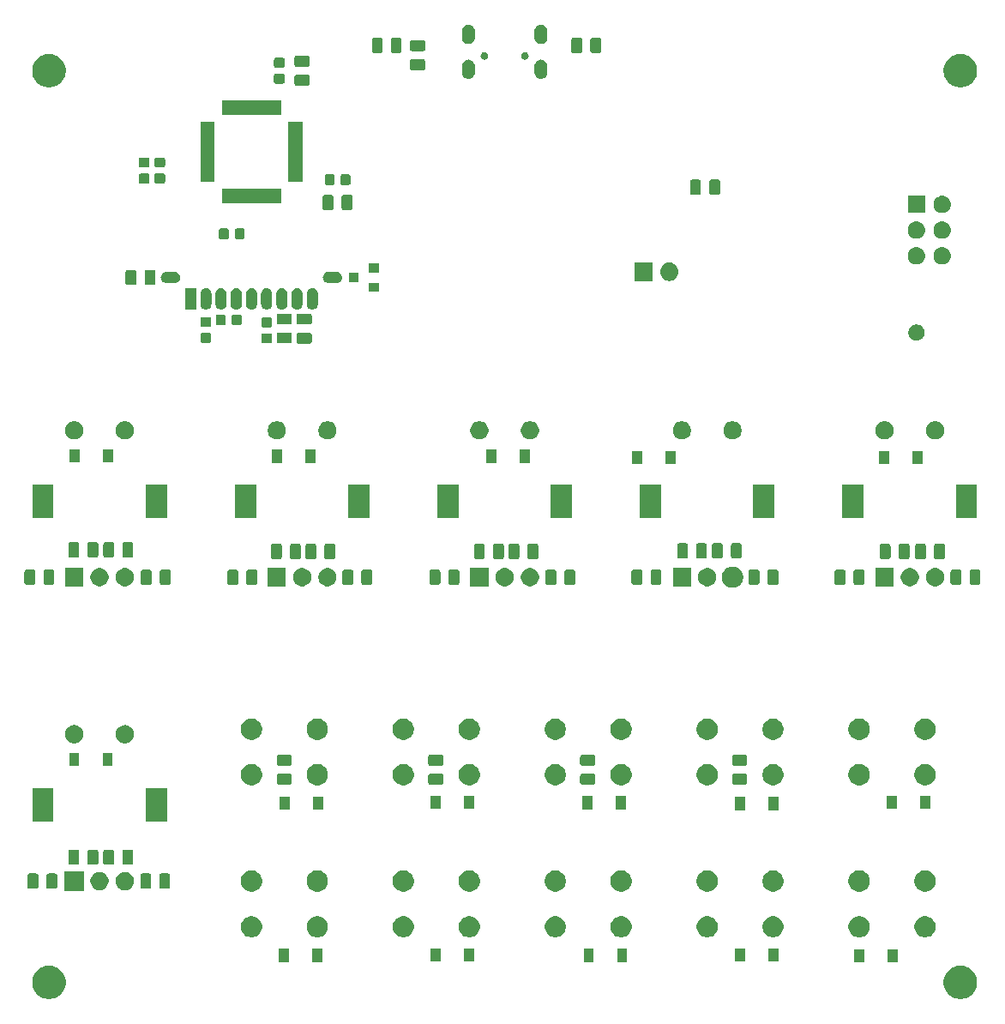
<source format=gbs>
G04 #@! TF.GenerationSoftware,KiCad,Pcbnew,(5.1.2)-1*
G04 #@! TF.CreationDate,2019-06-20T04:44:42+09:00*
G04 #@! TF.ProjectId,LrE-6,4c72452d-362e-46b6-9963-61645f706362,rev?*
G04 #@! TF.SameCoordinates,Original*
G04 #@! TF.FileFunction,Soldermask,Bot*
G04 #@! TF.FilePolarity,Negative*
%FSLAX46Y46*%
G04 Gerber Fmt 4.6, Leading zero omitted, Abs format (unit mm)*
G04 Created by KiCad (PCBNEW (5.1.2)-1) date 2019-06-20 04:44:42*
%MOMM*%
%LPD*%
G04 APERTURE LIST*
%ADD10C,0.100000*%
G04 APERTURE END LIST*
D10*
G36*
X160375256Y-148391298D02*
G01*
X160481579Y-148412447D01*
X160782042Y-148536903D01*
X161052451Y-148717585D01*
X161282415Y-148947549D01*
X161463097Y-149217958D01*
X161587553Y-149518421D01*
X161651000Y-149837391D01*
X161651000Y-150162609D01*
X161587553Y-150481579D01*
X161463097Y-150782042D01*
X161282415Y-151052451D01*
X161052451Y-151282415D01*
X160782042Y-151463097D01*
X160481579Y-151587553D01*
X160375256Y-151608702D01*
X160162611Y-151651000D01*
X159837389Y-151651000D01*
X159624744Y-151608702D01*
X159518421Y-151587553D01*
X159217958Y-151463097D01*
X158947549Y-151282415D01*
X158717585Y-151052451D01*
X158536903Y-150782042D01*
X158412447Y-150481579D01*
X158349000Y-150162609D01*
X158349000Y-149837391D01*
X158412447Y-149518421D01*
X158536903Y-149217958D01*
X158717585Y-148947549D01*
X158947549Y-148717585D01*
X159217958Y-148536903D01*
X159518421Y-148412447D01*
X159624744Y-148391298D01*
X159837389Y-148349000D01*
X160162611Y-148349000D01*
X160375256Y-148391298D01*
X160375256Y-148391298D01*
G37*
G36*
X70375256Y-148391298D02*
G01*
X70481579Y-148412447D01*
X70782042Y-148536903D01*
X71052451Y-148717585D01*
X71282415Y-148947549D01*
X71463097Y-149217958D01*
X71587553Y-149518421D01*
X71651000Y-149837391D01*
X71651000Y-150162609D01*
X71587553Y-150481579D01*
X71463097Y-150782042D01*
X71282415Y-151052451D01*
X71052451Y-151282415D01*
X70782042Y-151463097D01*
X70481579Y-151587553D01*
X70375256Y-151608702D01*
X70162611Y-151651000D01*
X69837389Y-151651000D01*
X69624744Y-151608702D01*
X69518421Y-151587553D01*
X69217958Y-151463097D01*
X68947549Y-151282415D01*
X68717585Y-151052451D01*
X68536903Y-150782042D01*
X68412447Y-150481579D01*
X68349000Y-150162609D01*
X68349000Y-149837391D01*
X68412447Y-149518421D01*
X68536903Y-149217958D01*
X68717585Y-148947549D01*
X68947549Y-148717585D01*
X69217958Y-148536903D01*
X69518421Y-148412447D01*
X69624744Y-148391298D01*
X69837389Y-148349000D01*
X70162611Y-148349000D01*
X70375256Y-148391298D01*
X70375256Y-148391298D01*
G37*
G36*
X150501000Y-148021000D02*
G01*
X149499000Y-148021000D01*
X149499000Y-146719000D01*
X150501000Y-146719000D01*
X150501000Y-148021000D01*
X150501000Y-148021000D01*
G37*
G36*
X153801000Y-148021000D02*
G01*
X152799000Y-148021000D01*
X152799000Y-146719000D01*
X153801000Y-146719000D01*
X153801000Y-148021000D01*
X153801000Y-148021000D01*
G37*
G36*
X93711000Y-148001000D02*
G01*
X92709000Y-148001000D01*
X92709000Y-146699000D01*
X93711000Y-146699000D01*
X93711000Y-148001000D01*
X93711000Y-148001000D01*
G37*
G36*
X97011000Y-148001000D02*
G01*
X96009000Y-148001000D01*
X96009000Y-146699000D01*
X97011000Y-146699000D01*
X97011000Y-148001000D01*
X97011000Y-148001000D01*
G37*
G36*
X127101000Y-147971000D02*
G01*
X126099000Y-147971000D01*
X126099000Y-146669000D01*
X127101000Y-146669000D01*
X127101000Y-147971000D01*
X127101000Y-147971000D01*
G37*
G36*
X123801000Y-147971000D02*
G01*
X122799000Y-147971000D01*
X122799000Y-146669000D01*
X123801000Y-146669000D01*
X123801000Y-147971000D01*
X123801000Y-147971000D01*
G37*
G36*
X112001000Y-147951000D02*
G01*
X110999000Y-147951000D01*
X110999000Y-146649000D01*
X112001000Y-146649000D01*
X112001000Y-147951000D01*
X112001000Y-147951000D01*
G37*
G36*
X108701000Y-147951000D02*
G01*
X107699000Y-147951000D01*
X107699000Y-146649000D01*
X108701000Y-146649000D01*
X108701000Y-147951000D01*
X108701000Y-147951000D01*
G37*
G36*
X138761000Y-147921000D02*
G01*
X137759000Y-147921000D01*
X137759000Y-146619000D01*
X138761000Y-146619000D01*
X138761000Y-147921000D01*
X138761000Y-147921000D01*
G37*
G36*
X142061000Y-147921000D02*
G01*
X141059000Y-147921000D01*
X141059000Y-146619000D01*
X142061000Y-146619000D01*
X142061000Y-147921000D01*
X142061000Y-147921000D01*
G37*
G36*
X105306564Y-143489389D02*
G01*
X105497833Y-143568615D01*
X105497835Y-143568616D01*
X105669973Y-143683635D01*
X105816365Y-143830027D01*
X105931385Y-144002167D01*
X106010611Y-144193436D01*
X106051000Y-144396484D01*
X106051000Y-144603516D01*
X106010611Y-144806564D01*
X105931385Y-144997833D01*
X105931384Y-144997835D01*
X105816365Y-145169973D01*
X105669973Y-145316365D01*
X105497835Y-145431384D01*
X105497834Y-145431385D01*
X105497833Y-145431385D01*
X105306564Y-145510611D01*
X105103516Y-145551000D01*
X104896484Y-145551000D01*
X104693436Y-145510611D01*
X104502167Y-145431385D01*
X104502166Y-145431385D01*
X104502165Y-145431384D01*
X104330027Y-145316365D01*
X104183635Y-145169973D01*
X104068616Y-144997835D01*
X104068615Y-144997833D01*
X103989389Y-144806564D01*
X103949000Y-144603516D01*
X103949000Y-144396484D01*
X103989389Y-144193436D01*
X104068615Y-144002167D01*
X104183635Y-143830027D01*
X104330027Y-143683635D01*
X104502165Y-143568616D01*
X104502167Y-143568615D01*
X104693436Y-143489389D01*
X104896484Y-143449000D01*
X105103516Y-143449000D01*
X105306564Y-143489389D01*
X105306564Y-143489389D01*
G37*
G36*
X96806564Y-143489389D02*
G01*
X96997833Y-143568615D01*
X96997835Y-143568616D01*
X97169973Y-143683635D01*
X97316365Y-143830027D01*
X97431385Y-144002167D01*
X97510611Y-144193436D01*
X97551000Y-144396484D01*
X97551000Y-144603516D01*
X97510611Y-144806564D01*
X97431385Y-144997833D01*
X97431384Y-144997835D01*
X97316365Y-145169973D01*
X97169973Y-145316365D01*
X96997835Y-145431384D01*
X96997834Y-145431385D01*
X96997833Y-145431385D01*
X96806564Y-145510611D01*
X96603516Y-145551000D01*
X96396484Y-145551000D01*
X96193436Y-145510611D01*
X96002167Y-145431385D01*
X96002166Y-145431385D01*
X96002165Y-145431384D01*
X95830027Y-145316365D01*
X95683635Y-145169973D01*
X95568616Y-144997835D01*
X95568615Y-144997833D01*
X95489389Y-144806564D01*
X95449000Y-144603516D01*
X95449000Y-144396484D01*
X95489389Y-144193436D01*
X95568615Y-144002167D01*
X95683635Y-143830027D01*
X95830027Y-143683635D01*
X96002165Y-143568616D01*
X96002167Y-143568615D01*
X96193436Y-143489389D01*
X96396484Y-143449000D01*
X96603516Y-143449000D01*
X96806564Y-143489389D01*
X96806564Y-143489389D01*
G37*
G36*
X141806564Y-143489389D02*
G01*
X141997833Y-143568615D01*
X141997835Y-143568616D01*
X142169973Y-143683635D01*
X142316365Y-143830027D01*
X142431385Y-144002167D01*
X142510611Y-144193436D01*
X142551000Y-144396484D01*
X142551000Y-144603516D01*
X142510611Y-144806564D01*
X142431385Y-144997833D01*
X142431384Y-144997835D01*
X142316365Y-145169973D01*
X142169973Y-145316365D01*
X141997835Y-145431384D01*
X141997834Y-145431385D01*
X141997833Y-145431385D01*
X141806564Y-145510611D01*
X141603516Y-145551000D01*
X141396484Y-145551000D01*
X141193436Y-145510611D01*
X141002167Y-145431385D01*
X141002166Y-145431385D01*
X141002165Y-145431384D01*
X140830027Y-145316365D01*
X140683635Y-145169973D01*
X140568616Y-144997835D01*
X140568615Y-144997833D01*
X140489389Y-144806564D01*
X140449000Y-144603516D01*
X140449000Y-144396484D01*
X140489389Y-144193436D01*
X140568615Y-144002167D01*
X140683635Y-143830027D01*
X140830027Y-143683635D01*
X141002165Y-143568616D01*
X141002167Y-143568615D01*
X141193436Y-143489389D01*
X141396484Y-143449000D01*
X141603516Y-143449000D01*
X141806564Y-143489389D01*
X141806564Y-143489389D01*
G37*
G36*
X135306564Y-143489389D02*
G01*
X135497833Y-143568615D01*
X135497835Y-143568616D01*
X135669973Y-143683635D01*
X135816365Y-143830027D01*
X135931385Y-144002167D01*
X136010611Y-144193436D01*
X136051000Y-144396484D01*
X136051000Y-144603516D01*
X136010611Y-144806564D01*
X135931385Y-144997833D01*
X135931384Y-144997835D01*
X135816365Y-145169973D01*
X135669973Y-145316365D01*
X135497835Y-145431384D01*
X135497834Y-145431385D01*
X135497833Y-145431385D01*
X135306564Y-145510611D01*
X135103516Y-145551000D01*
X134896484Y-145551000D01*
X134693436Y-145510611D01*
X134502167Y-145431385D01*
X134502166Y-145431385D01*
X134502165Y-145431384D01*
X134330027Y-145316365D01*
X134183635Y-145169973D01*
X134068616Y-144997835D01*
X134068615Y-144997833D01*
X133989389Y-144806564D01*
X133949000Y-144603516D01*
X133949000Y-144396484D01*
X133989389Y-144193436D01*
X134068615Y-144002167D01*
X134183635Y-143830027D01*
X134330027Y-143683635D01*
X134502165Y-143568616D01*
X134502167Y-143568615D01*
X134693436Y-143489389D01*
X134896484Y-143449000D01*
X135103516Y-143449000D01*
X135306564Y-143489389D01*
X135306564Y-143489389D01*
G37*
G36*
X120306564Y-143489389D02*
G01*
X120497833Y-143568615D01*
X120497835Y-143568616D01*
X120669973Y-143683635D01*
X120816365Y-143830027D01*
X120931385Y-144002167D01*
X121010611Y-144193436D01*
X121051000Y-144396484D01*
X121051000Y-144603516D01*
X121010611Y-144806564D01*
X120931385Y-144997833D01*
X120931384Y-144997835D01*
X120816365Y-145169973D01*
X120669973Y-145316365D01*
X120497835Y-145431384D01*
X120497834Y-145431385D01*
X120497833Y-145431385D01*
X120306564Y-145510611D01*
X120103516Y-145551000D01*
X119896484Y-145551000D01*
X119693436Y-145510611D01*
X119502167Y-145431385D01*
X119502166Y-145431385D01*
X119502165Y-145431384D01*
X119330027Y-145316365D01*
X119183635Y-145169973D01*
X119068616Y-144997835D01*
X119068615Y-144997833D01*
X118989389Y-144806564D01*
X118949000Y-144603516D01*
X118949000Y-144396484D01*
X118989389Y-144193436D01*
X119068615Y-144002167D01*
X119183635Y-143830027D01*
X119330027Y-143683635D01*
X119502165Y-143568616D01*
X119502167Y-143568615D01*
X119693436Y-143489389D01*
X119896484Y-143449000D01*
X120103516Y-143449000D01*
X120306564Y-143489389D01*
X120306564Y-143489389D01*
G37*
G36*
X150306564Y-143489389D02*
G01*
X150497833Y-143568615D01*
X150497835Y-143568616D01*
X150669973Y-143683635D01*
X150816365Y-143830027D01*
X150931385Y-144002167D01*
X151010611Y-144193436D01*
X151051000Y-144396484D01*
X151051000Y-144603516D01*
X151010611Y-144806564D01*
X150931385Y-144997833D01*
X150931384Y-144997835D01*
X150816365Y-145169973D01*
X150669973Y-145316365D01*
X150497835Y-145431384D01*
X150497834Y-145431385D01*
X150497833Y-145431385D01*
X150306564Y-145510611D01*
X150103516Y-145551000D01*
X149896484Y-145551000D01*
X149693436Y-145510611D01*
X149502167Y-145431385D01*
X149502166Y-145431385D01*
X149502165Y-145431384D01*
X149330027Y-145316365D01*
X149183635Y-145169973D01*
X149068616Y-144997835D01*
X149068615Y-144997833D01*
X148989389Y-144806564D01*
X148949000Y-144603516D01*
X148949000Y-144396484D01*
X148989389Y-144193436D01*
X149068615Y-144002167D01*
X149183635Y-143830027D01*
X149330027Y-143683635D01*
X149502165Y-143568616D01*
X149502167Y-143568615D01*
X149693436Y-143489389D01*
X149896484Y-143449000D01*
X150103516Y-143449000D01*
X150306564Y-143489389D01*
X150306564Y-143489389D01*
G37*
G36*
X126806564Y-143489389D02*
G01*
X126997833Y-143568615D01*
X126997835Y-143568616D01*
X127169973Y-143683635D01*
X127316365Y-143830027D01*
X127431385Y-144002167D01*
X127510611Y-144193436D01*
X127551000Y-144396484D01*
X127551000Y-144603516D01*
X127510611Y-144806564D01*
X127431385Y-144997833D01*
X127431384Y-144997835D01*
X127316365Y-145169973D01*
X127169973Y-145316365D01*
X126997835Y-145431384D01*
X126997834Y-145431385D01*
X126997833Y-145431385D01*
X126806564Y-145510611D01*
X126603516Y-145551000D01*
X126396484Y-145551000D01*
X126193436Y-145510611D01*
X126002167Y-145431385D01*
X126002166Y-145431385D01*
X126002165Y-145431384D01*
X125830027Y-145316365D01*
X125683635Y-145169973D01*
X125568616Y-144997835D01*
X125568615Y-144997833D01*
X125489389Y-144806564D01*
X125449000Y-144603516D01*
X125449000Y-144396484D01*
X125489389Y-144193436D01*
X125568615Y-144002167D01*
X125683635Y-143830027D01*
X125830027Y-143683635D01*
X126002165Y-143568616D01*
X126002167Y-143568615D01*
X126193436Y-143489389D01*
X126396484Y-143449000D01*
X126603516Y-143449000D01*
X126806564Y-143489389D01*
X126806564Y-143489389D01*
G37*
G36*
X111806564Y-143489389D02*
G01*
X111997833Y-143568615D01*
X111997835Y-143568616D01*
X112169973Y-143683635D01*
X112316365Y-143830027D01*
X112431385Y-144002167D01*
X112510611Y-144193436D01*
X112551000Y-144396484D01*
X112551000Y-144603516D01*
X112510611Y-144806564D01*
X112431385Y-144997833D01*
X112431384Y-144997835D01*
X112316365Y-145169973D01*
X112169973Y-145316365D01*
X111997835Y-145431384D01*
X111997834Y-145431385D01*
X111997833Y-145431385D01*
X111806564Y-145510611D01*
X111603516Y-145551000D01*
X111396484Y-145551000D01*
X111193436Y-145510611D01*
X111002167Y-145431385D01*
X111002166Y-145431385D01*
X111002165Y-145431384D01*
X110830027Y-145316365D01*
X110683635Y-145169973D01*
X110568616Y-144997835D01*
X110568615Y-144997833D01*
X110489389Y-144806564D01*
X110449000Y-144603516D01*
X110449000Y-144396484D01*
X110489389Y-144193436D01*
X110568615Y-144002167D01*
X110683635Y-143830027D01*
X110830027Y-143683635D01*
X111002165Y-143568616D01*
X111002167Y-143568615D01*
X111193436Y-143489389D01*
X111396484Y-143449000D01*
X111603516Y-143449000D01*
X111806564Y-143489389D01*
X111806564Y-143489389D01*
G37*
G36*
X156806564Y-143489389D02*
G01*
X156997833Y-143568615D01*
X156997835Y-143568616D01*
X157169973Y-143683635D01*
X157316365Y-143830027D01*
X157431385Y-144002167D01*
X157510611Y-144193436D01*
X157551000Y-144396484D01*
X157551000Y-144603516D01*
X157510611Y-144806564D01*
X157431385Y-144997833D01*
X157431384Y-144997835D01*
X157316365Y-145169973D01*
X157169973Y-145316365D01*
X156997835Y-145431384D01*
X156997834Y-145431385D01*
X156997833Y-145431385D01*
X156806564Y-145510611D01*
X156603516Y-145551000D01*
X156396484Y-145551000D01*
X156193436Y-145510611D01*
X156002167Y-145431385D01*
X156002166Y-145431385D01*
X156002165Y-145431384D01*
X155830027Y-145316365D01*
X155683635Y-145169973D01*
X155568616Y-144997835D01*
X155568615Y-144997833D01*
X155489389Y-144806564D01*
X155449000Y-144603516D01*
X155449000Y-144396484D01*
X155489389Y-144193436D01*
X155568615Y-144002167D01*
X155683635Y-143830027D01*
X155830027Y-143683635D01*
X156002165Y-143568616D01*
X156002167Y-143568615D01*
X156193436Y-143489389D01*
X156396484Y-143449000D01*
X156603516Y-143449000D01*
X156806564Y-143489389D01*
X156806564Y-143489389D01*
G37*
G36*
X90306564Y-143489389D02*
G01*
X90497833Y-143568615D01*
X90497835Y-143568616D01*
X90669973Y-143683635D01*
X90816365Y-143830027D01*
X90931385Y-144002167D01*
X91010611Y-144193436D01*
X91051000Y-144396484D01*
X91051000Y-144603516D01*
X91010611Y-144806564D01*
X90931385Y-144997833D01*
X90931384Y-144997835D01*
X90816365Y-145169973D01*
X90669973Y-145316365D01*
X90497835Y-145431384D01*
X90497834Y-145431385D01*
X90497833Y-145431385D01*
X90306564Y-145510611D01*
X90103516Y-145551000D01*
X89896484Y-145551000D01*
X89693436Y-145510611D01*
X89502167Y-145431385D01*
X89502166Y-145431385D01*
X89502165Y-145431384D01*
X89330027Y-145316365D01*
X89183635Y-145169973D01*
X89068616Y-144997835D01*
X89068615Y-144997833D01*
X88989389Y-144806564D01*
X88949000Y-144603516D01*
X88949000Y-144396484D01*
X88989389Y-144193436D01*
X89068615Y-144002167D01*
X89183635Y-143830027D01*
X89330027Y-143683635D01*
X89502165Y-143568616D01*
X89502167Y-143568615D01*
X89693436Y-143489389D01*
X89896484Y-143449000D01*
X90103516Y-143449000D01*
X90306564Y-143489389D01*
X90306564Y-143489389D01*
G37*
G36*
X96806564Y-138989389D02*
G01*
X96997833Y-139068615D01*
X96997835Y-139068616D01*
X97169973Y-139183635D01*
X97316365Y-139330027D01*
X97407034Y-139465722D01*
X97431385Y-139502167D01*
X97510611Y-139693436D01*
X97551000Y-139896484D01*
X97551000Y-140103516D01*
X97510611Y-140306564D01*
X97460815Y-140426782D01*
X97431384Y-140497835D01*
X97316365Y-140669973D01*
X97169973Y-140816365D01*
X96997835Y-140931384D01*
X96997834Y-140931385D01*
X96997833Y-140931385D01*
X96806564Y-141010611D01*
X96603516Y-141051000D01*
X96396484Y-141051000D01*
X96193436Y-141010611D01*
X96002167Y-140931385D01*
X96002166Y-140931385D01*
X96002165Y-140931384D01*
X95830027Y-140816365D01*
X95683635Y-140669973D01*
X95568616Y-140497835D01*
X95539185Y-140426782D01*
X95489389Y-140306564D01*
X95449000Y-140103516D01*
X95449000Y-139896484D01*
X95489389Y-139693436D01*
X95568615Y-139502167D01*
X95592967Y-139465722D01*
X95683635Y-139330027D01*
X95830027Y-139183635D01*
X96002165Y-139068616D01*
X96002167Y-139068615D01*
X96193436Y-138989389D01*
X96396484Y-138949000D01*
X96603516Y-138949000D01*
X96806564Y-138989389D01*
X96806564Y-138989389D01*
G37*
G36*
X90306564Y-138989389D02*
G01*
X90497833Y-139068615D01*
X90497835Y-139068616D01*
X90669973Y-139183635D01*
X90816365Y-139330027D01*
X90907034Y-139465722D01*
X90931385Y-139502167D01*
X91010611Y-139693436D01*
X91051000Y-139896484D01*
X91051000Y-140103516D01*
X91010611Y-140306564D01*
X90960815Y-140426782D01*
X90931384Y-140497835D01*
X90816365Y-140669973D01*
X90669973Y-140816365D01*
X90497835Y-140931384D01*
X90497834Y-140931385D01*
X90497833Y-140931385D01*
X90306564Y-141010611D01*
X90103516Y-141051000D01*
X89896484Y-141051000D01*
X89693436Y-141010611D01*
X89502167Y-140931385D01*
X89502166Y-140931385D01*
X89502165Y-140931384D01*
X89330027Y-140816365D01*
X89183635Y-140669973D01*
X89068616Y-140497835D01*
X89039185Y-140426782D01*
X88989389Y-140306564D01*
X88949000Y-140103516D01*
X88949000Y-139896484D01*
X88989389Y-139693436D01*
X89068615Y-139502167D01*
X89092967Y-139465722D01*
X89183635Y-139330027D01*
X89330027Y-139183635D01*
X89502165Y-139068616D01*
X89502167Y-139068615D01*
X89693436Y-138989389D01*
X89896484Y-138949000D01*
X90103516Y-138949000D01*
X90306564Y-138989389D01*
X90306564Y-138989389D01*
G37*
G36*
X111806564Y-138989389D02*
G01*
X111997833Y-139068615D01*
X111997835Y-139068616D01*
X112169973Y-139183635D01*
X112316365Y-139330027D01*
X112407034Y-139465722D01*
X112431385Y-139502167D01*
X112510611Y-139693436D01*
X112551000Y-139896484D01*
X112551000Y-140103516D01*
X112510611Y-140306564D01*
X112460815Y-140426782D01*
X112431384Y-140497835D01*
X112316365Y-140669973D01*
X112169973Y-140816365D01*
X111997835Y-140931384D01*
X111997834Y-140931385D01*
X111997833Y-140931385D01*
X111806564Y-141010611D01*
X111603516Y-141051000D01*
X111396484Y-141051000D01*
X111193436Y-141010611D01*
X111002167Y-140931385D01*
X111002166Y-140931385D01*
X111002165Y-140931384D01*
X110830027Y-140816365D01*
X110683635Y-140669973D01*
X110568616Y-140497835D01*
X110539185Y-140426782D01*
X110489389Y-140306564D01*
X110449000Y-140103516D01*
X110449000Y-139896484D01*
X110489389Y-139693436D01*
X110568615Y-139502167D01*
X110592967Y-139465722D01*
X110683635Y-139330027D01*
X110830027Y-139183635D01*
X111002165Y-139068616D01*
X111002167Y-139068615D01*
X111193436Y-138989389D01*
X111396484Y-138949000D01*
X111603516Y-138949000D01*
X111806564Y-138989389D01*
X111806564Y-138989389D01*
G37*
G36*
X135306564Y-138989389D02*
G01*
X135497833Y-139068615D01*
X135497835Y-139068616D01*
X135669973Y-139183635D01*
X135816365Y-139330027D01*
X135907034Y-139465722D01*
X135931385Y-139502167D01*
X136010611Y-139693436D01*
X136051000Y-139896484D01*
X136051000Y-140103516D01*
X136010611Y-140306564D01*
X135960815Y-140426782D01*
X135931384Y-140497835D01*
X135816365Y-140669973D01*
X135669973Y-140816365D01*
X135497835Y-140931384D01*
X135497834Y-140931385D01*
X135497833Y-140931385D01*
X135306564Y-141010611D01*
X135103516Y-141051000D01*
X134896484Y-141051000D01*
X134693436Y-141010611D01*
X134502167Y-140931385D01*
X134502166Y-140931385D01*
X134502165Y-140931384D01*
X134330027Y-140816365D01*
X134183635Y-140669973D01*
X134068616Y-140497835D01*
X134039185Y-140426782D01*
X133989389Y-140306564D01*
X133949000Y-140103516D01*
X133949000Y-139896484D01*
X133989389Y-139693436D01*
X134068615Y-139502167D01*
X134092967Y-139465722D01*
X134183635Y-139330027D01*
X134330027Y-139183635D01*
X134502165Y-139068616D01*
X134502167Y-139068615D01*
X134693436Y-138989389D01*
X134896484Y-138949000D01*
X135103516Y-138949000D01*
X135306564Y-138989389D01*
X135306564Y-138989389D01*
G37*
G36*
X150306564Y-138989389D02*
G01*
X150497833Y-139068615D01*
X150497835Y-139068616D01*
X150669973Y-139183635D01*
X150816365Y-139330027D01*
X150907034Y-139465722D01*
X150931385Y-139502167D01*
X151010611Y-139693436D01*
X151051000Y-139896484D01*
X151051000Y-140103516D01*
X151010611Y-140306564D01*
X150960815Y-140426782D01*
X150931384Y-140497835D01*
X150816365Y-140669973D01*
X150669973Y-140816365D01*
X150497835Y-140931384D01*
X150497834Y-140931385D01*
X150497833Y-140931385D01*
X150306564Y-141010611D01*
X150103516Y-141051000D01*
X149896484Y-141051000D01*
X149693436Y-141010611D01*
X149502167Y-140931385D01*
X149502166Y-140931385D01*
X149502165Y-140931384D01*
X149330027Y-140816365D01*
X149183635Y-140669973D01*
X149068616Y-140497835D01*
X149039185Y-140426782D01*
X148989389Y-140306564D01*
X148949000Y-140103516D01*
X148949000Y-139896484D01*
X148989389Y-139693436D01*
X149068615Y-139502167D01*
X149092967Y-139465722D01*
X149183635Y-139330027D01*
X149330027Y-139183635D01*
X149502165Y-139068616D01*
X149502167Y-139068615D01*
X149693436Y-138989389D01*
X149896484Y-138949000D01*
X150103516Y-138949000D01*
X150306564Y-138989389D01*
X150306564Y-138989389D01*
G37*
G36*
X141806564Y-138989389D02*
G01*
X141997833Y-139068615D01*
X141997835Y-139068616D01*
X142169973Y-139183635D01*
X142316365Y-139330027D01*
X142407034Y-139465722D01*
X142431385Y-139502167D01*
X142510611Y-139693436D01*
X142551000Y-139896484D01*
X142551000Y-140103516D01*
X142510611Y-140306564D01*
X142460815Y-140426782D01*
X142431384Y-140497835D01*
X142316365Y-140669973D01*
X142169973Y-140816365D01*
X141997835Y-140931384D01*
X141997834Y-140931385D01*
X141997833Y-140931385D01*
X141806564Y-141010611D01*
X141603516Y-141051000D01*
X141396484Y-141051000D01*
X141193436Y-141010611D01*
X141002167Y-140931385D01*
X141002166Y-140931385D01*
X141002165Y-140931384D01*
X140830027Y-140816365D01*
X140683635Y-140669973D01*
X140568616Y-140497835D01*
X140539185Y-140426782D01*
X140489389Y-140306564D01*
X140449000Y-140103516D01*
X140449000Y-139896484D01*
X140489389Y-139693436D01*
X140568615Y-139502167D01*
X140592967Y-139465722D01*
X140683635Y-139330027D01*
X140830027Y-139183635D01*
X141002165Y-139068616D01*
X141002167Y-139068615D01*
X141193436Y-138989389D01*
X141396484Y-138949000D01*
X141603516Y-138949000D01*
X141806564Y-138989389D01*
X141806564Y-138989389D01*
G37*
G36*
X156806564Y-138989389D02*
G01*
X156997833Y-139068615D01*
X156997835Y-139068616D01*
X157169973Y-139183635D01*
X157316365Y-139330027D01*
X157407034Y-139465722D01*
X157431385Y-139502167D01*
X157510611Y-139693436D01*
X157551000Y-139896484D01*
X157551000Y-140103516D01*
X157510611Y-140306564D01*
X157460815Y-140426782D01*
X157431384Y-140497835D01*
X157316365Y-140669973D01*
X157169973Y-140816365D01*
X156997835Y-140931384D01*
X156997834Y-140931385D01*
X156997833Y-140931385D01*
X156806564Y-141010611D01*
X156603516Y-141051000D01*
X156396484Y-141051000D01*
X156193436Y-141010611D01*
X156002167Y-140931385D01*
X156002166Y-140931385D01*
X156002165Y-140931384D01*
X155830027Y-140816365D01*
X155683635Y-140669973D01*
X155568616Y-140497835D01*
X155539185Y-140426782D01*
X155489389Y-140306564D01*
X155449000Y-140103516D01*
X155449000Y-139896484D01*
X155489389Y-139693436D01*
X155568615Y-139502167D01*
X155592967Y-139465722D01*
X155683635Y-139330027D01*
X155830027Y-139183635D01*
X156002165Y-139068616D01*
X156002167Y-139068615D01*
X156193436Y-138989389D01*
X156396484Y-138949000D01*
X156603516Y-138949000D01*
X156806564Y-138989389D01*
X156806564Y-138989389D01*
G37*
G36*
X120306564Y-138989389D02*
G01*
X120497833Y-139068615D01*
X120497835Y-139068616D01*
X120669973Y-139183635D01*
X120816365Y-139330027D01*
X120907034Y-139465722D01*
X120931385Y-139502167D01*
X121010611Y-139693436D01*
X121051000Y-139896484D01*
X121051000Y-140103516D01*
X121010611Y-140306564D01*
X120960815Y-140426782D01*
X120931384Y-140497835D01*
X120816365Y-140669973D01*
X120669973Y-140816365D01*
X120497835Y-140931384D01*
X120497834Y-140931385D01*
X120497833Y-140931385D01*
X120306564Y-141010611D01*
X120103516Y-141051000D01*
X119896484Y-141051000D01*
X119693436Y-141010611D01*
X119502167Y-140931385D01*
X119502166Y-140931385D01*
X119502165Y-140931384D01*
X119330027Y-140816365D01*
X119183635Y-140669973D01*
X119068616Y-140497835D01*
X119039185Y-140426782D01*
X118989389Y-140306564D01*
X118949000Y-140103516D01*
X118949000Y-139896484D01*
X118989389Y-139693436D01*
X119068615Y-139502167D01*
X119092967Y-139465722D01*
X119183635Y-139330027D01*
X119330027Y-139183635D01*
X119502165Y-139068616D01*
X119502167Y-139068615D01*
X119693436Y-138989389D01*
X119896484Y-138949000D01*
X120103516Y-138949000D01*
X120306564Y-138989389D01*
X120306564Y-138989389D01*
G37*
G36*
X126806564Y-138989389D02*
G01*
X126997833Y-139068615D01*
X126997835Y-139068616D01*
X127169973Y-139183635D01*
X127316365Y-139330027D01*
X127407034Y-139465722D01*
X127431385Y-139502167D01*
X127510611Y-139693436D01*
X127551000Y-139896484D01*
X127551000Y-140103516D01*
X127510611Y-140306564D01*
X127460815Y-140426782D01*
X127431384Y-140497835D01*
X127316365Y-140669973D01*
X127169973Y-140816365D01*
X126997835Y-140931384D01*
X126997834Y-140931385D01*
X126997833Y-140931385D01*
X126806564Y-141010611D01*
X126603516Y-141051000D01*
X126396484Y-141051000D01*
X126193436Y-141010611D01*
X126002167Y-140931385D01*
X126002166Y-140931385D01*
X126002165Y-140931384D01*
X125830027Y-140816365D01*
X125683635Y-140669973D01*
X125568616Y-140497835D01*
X125539185Y-140426782D01*
X125489389Y-140306564D01*
X125449000Y-140103516D01*
X125449000Y-139896484D01*
X125489389Y-139693436D01*
X125568615Y-139502167D01*
X125592967Y-139465722D01*
X125683635Y-139330027D01*
X125830027Y-139183635D01*
X126002165Y-139068616D01*
X126002167Y-139068615D01*
X126193436Y-138989389D01*
X126396484Y-138949000D01*
X126603516Y-138949000D01*
X126806564Y-138989389D01*
X126806564Y-138989389D01*
G37*
G36*
X105306564Y-138989389D02*
G01*
X105497833Y-139068615D01*
X105497835Y-139068616D01*
X105669973Y-139183635D01*
X105816365Y-139330027D01*
X105907034Y-139465722D01*
X105931385Y-139502167D01*
X106010611Y-139693436D01*
X106051000Y-139896484D01*
X106051000Y-140103516D01*
X106010611Y-140306564D01*
X105960815Y-140426782D01*
X105931384Y-140497835D01*
X105816365Y-140669973D01*
X105669973Y-140816365D01*
X105497835Y-140931384D01*
X105497834Y-140931385D01*
X105497833Y-140931385D01*
X105306564Y-141010611D01*
X105103516Y-141051000D01*
X104896484Y-141051000D01*
X104693436Y-141010611D01*
X104502167Y-140931385D01*
X104502166Y-140931385D01*
X104502165Y-140931384D01*
X104330027Y-140816365D01*
X104183635Y-140669973D01*
X104068616Y-140497835D01*
X104039185Y-140426782D01*
X103989389Y-140306564D01*
X103949000Y-140103516D01*
X103949000Y-139896484D01*
X103989389Y-139693436D01*
X104068615Y-139502167D01*
X104092967Y-139465722D01*
X104183635Y-139330027D01*
X104330027Y-139183635D01*
X104502165Y-139068616D01*
X104502167Y-139068615D01*
X104693436Y-138989389D01*
X104896484Y-138949000D01*
X105103516Y-138949000D01*
X105306564Y-138989389D01*
X105306564Y-138989389D01*
G37*
G36*
X73451000Y-140951000D02*
G01*
X71549000Y-140951000D01*
X71549000Y-139049000D01*
X73451000Y-139049000D01*
X73451000Y-140951000D01*
X73451000Y-140951000D01*
G37*
G36*
X75113512Y-139103927D02*
G01*
X75262812Y-139133624D01*
X75426784Y-139201544D01*
X75574354Y-139300147D01*
X75699853Y-139425646D01*
X75798456Y-139573216D01*
X75866376Y-139737188D01*
X75901000Y-139911259D01*
X75901000Y-140088741D01*
X75866376Y-140262812D01*
X75798456Y-140426784D01*
X75699853Y-140574354D01*
X75574354Y-140699853D01*
X75426784Y-140798456D01*
X75262812Y-140866376D01*
X75113512Y-140896073D01*
X75088742Y-140901000D01*
X74911258Y-140901000D01*
X74886488Y-140896073D01*
X74737188Y-140866376D01*
X74573216Y-140798456D01*
X74425646Y-140699853D01*
X74300147Y-140574354D01*
X74201544Y-140426784D01*
X74133624Y-140262812D01*
X74099000Y-140088741D01*
X74099000Y-139911259D01*
X74133624Y-139737188D01*
X74201544Y-139573216D01*
X74300147Y-139425646D01*
X74425646Y-139300147D01*
X74573216Y-139201544D01*
X74737188Y-139133624D01*
X74886488Y-139103927D01*
X74911258Y-139099000D01*
X75088742Y-139099000D01*
X75113512Y-139103927D01*
X75113512Y-139103927D01*
G37*
G36*
X77613512Y-139103927D02*
G01*
X77762812Y-139133624D01*
X77926784Y-139201544D01*
X78074354Y-139300147D01*
X78199853Y-139425646D01*
X78298456Y-139573216D01*
X78366376Y-139737188D01*
X78401000Y-139911259D01*
X78401000Y-140088741D01*
X78366376Y-140262812D01*
X78298456Y-140426784D01*
X78199853Y-140574354D01*
X78074354Y-140699853D01*
X77926784Y-140798456D01*
X77762812Y-140866376D01*
X77613512Y-140896073D01*
X77588742Y-140901000D01*
X77411258Y-140901000D01*
X77386488Y-140896073D01*
X77237188Y-140866376D01*
X77073216Y-140798456D01*
X76925646Y-140699853D01*
X76800147Y-140574354D01*
X76701544Y-140426784D01*
X76633624Y-140262812D01*
X76599000Y-140088741D01*
X76599000Y-139911259D01*
X76633624Y-139737188D01*
X76701544Y-139573216D01*
X76800147Y-139425646D01*
X76925646Y-139300147D01*
X77073216Y-139201544D01*
X77237188Y-139133624D01*
X77386488Y-139103927D01*
X77411258Y-139099000D01*
X77588742Y-139099000D01*
X77613512Y-139103927D01*
X77613512Y-139103927D01*
G37*
G36*
X81809468Y-139253565D02*
G01*
X81848138Y-139265296D01*
X81883777Y-139284346D01*
X81915017Y-139309983D01*
X81940654Y-139341223D01*
X81959704Y-139376862D01*
X81971435Y-139415532D01*
X81976000Y-139461888D01*
X81976000Y-140538112D01*
X81971435Y-140584468D01*
X81959704Y-140623138D01*
X81940654Y-140658777D01*
X81915017Y-140690017D01*
X81883777Y-140715654D01*
X81848138Y-140734704D01*
X81809468Y-140746435D01*
X81763112Y-140751000D01*
X81111888Y-140751000D01*
X81065532Y-140746435D01*
X81026862Y-140734704D01*
X80991223Y-140715654D01*
X80959983Y-140690017D01*
X80934346Y-140658777D01*
X80915296Y-140623138D01*
X80903565Y-140584468D01*
X80899000Y-140538112D01*
X80899000Y-139461888D01*
X80903565Y-139415532D01*
X80915296Y-139376862D01*
X80934346Y-139341223D01*
X80959983Y-139309983D01*
X80991223Y-139284346D01*
X81026862Y-139265296D01*
X81065532Y-139253565D01*
X81111888Y-139249000D01*
X81763112Y-139249000D01*
X81809468Y-139253565D01*
X81809468Y-139253565D01*
G37*
G36*
X68784468Y-139253565D02*
G01*
X68823138Y-139265296D01*
X68858777Y-139284346D01*
X68890017Y-139309983D01*
X68915654Y-139341223D01*
X68934704Y-139376862D01*
X68946435Y-139415532D01*
X68951000Y-139461888D01*
X68951000Y-140538112D01*
X68946435Y-140584468D01*
X68934704Y-140623138D01*
X68915654Y-140658777D01*
X68890017Y-140690017D01*
X68858777Y-140715654D01*
X68823138Y-140734704D01*
X68784468Y-140746435D01*
X68738112Y-140751000D01*
X68086888Y-140751000D01*
X68040532Y-140746435D01*
X68001862Y-140734704D01*
X67966223Y-140715654D01*
X67934983Y-140690017D01*
X67909346Y-140658777D01*
X67890296Y-140623138D01*
X67878565Y-140584468D01*
X67874000Y-140538112D01*
X67874000Y-139461888D01*
X67878565Y-139415532D01*
X67890296Y-139376862D01*
X67909346Y-139341223D01*
X67934983Y-139309983D01*
X67966223Y-139284346D01*
X68001862Y-139265296D01*
X68040532Y-139253565D01*
X68086888Y-139249000D01*
X68738112Y-139249000D01*
X68784468Y-139253565D01*
X68784468Y-139253565D01*
G37*
G36*
X70659468Y-139253565D02*
G01*
X70698138Y-139265296D01*
X70733777Y-139284346D01*
X70765017Y-139309983D01*
X70790654Y-139341223D01*
X70809704Y-139376862D01*
X70821435Y-139415532D01*
X70826000Y-139461888D01*
X70826000Y-140538112D01*
X70821435Y-140584468D01*
X70809704Y-140623138D01*
X70790654Y-140658777D01*
X70765017Y-140690017D01*
X70733777Y-140715654D01*
X70698138Y-140734704D01*
X70659468Y-140746435D01*
X70613112Y-140751000D01*
X69961888Y-140751000D01*
X69915532Y-140746435D01*
X69876862Y-140734704D01*
X69841223Y-140715654D01*
X69809983Y-140690017D01*
X69784346Y-140658777D01*
X69765296Y-140623138D01*
X69753565Y-140584468D01*
X69749000Y-140538112D01*
X69749000Y-139461888D01*
X69753565Y-139415532D01*
X69765296Y-139376862D01*
X69784346Y-139341223D01*
X69809983Y-139309983D01*
X69841223Y-139284346D01*
X69876862Y-139265296D01*
X69915532Y-139253565D01*
X69961888Y-139249000D01*
X70613112Y-139249000D01*
X70659468Y-139253565D01*
X70659468Y-139253565D01*
G37*
G36*
X79934468Y-139253565D02*
G01*
X79973138Y-139265296D01*
X80008777Y-139284346D01*
X80040017Y-139309983D01*
X80065654Y-139341223D01*
X80084704Y-139376862D01*
X80096435Y-139415532D01*
X80101000Y-139461888D01*
X80101000Y-140538112D01*
X80096435Y-140584468D01*
X80084704Y-140623138D01*
X80065654Y-140658777D01*
X80040017Y-140690017D01*
X80008777Y-140715654D01*
X79973138Y-140734704D01*
X79934468Y-140746435D01*
X79888112Y-140751000D01*
X79236888Y-140751000D01*
X79190532Y-140746435D01*
X79151862Y-140734704D01*
X79116223Y-140715654D01*
X79084983Y-140690017D01*
X79059346Y-140658777D01*
X79040296Y-140623138D01*
X79028565Y-140584468D01*
X79024000Y-140538112D01*
X79024000Y-139461888D01*
X79028565Y-139415532D01*
X79040296Y-139376862D01*
X79059346Y-139341223D01*
X79084983Y-139309983D01*
X79116223Y-139284346D01*
X79151862Y-139265296D01*
X79190532Y-139253565D01*
X79236888Y-139249000D01*
X79888112Y-139249000D01*
X79934468Y-139253565D01*
X79934468Y-139253565D01*
G37*
G36*
X74709468Y-136903565D02*
G01*
X74748138Y-136915296D01*
X74783777Y-136934346D01*
X74815017Y-136959983D01*
X74840654Y-136991223D01*
X74859704Y-137026862D01*
X74871435Y-137065532D01*
X74876000Y-137111888D01*
X74876000Y-138188112D01*
X74871435Y-138234468D01*
X74859704Y-138273138D01*
X74840654Y-138308777D01*
X74815017Y-138340017D01*
X74783777Y-138365654D01*
X74748138Y-138384704D01*
X74709468Y-138396435D01*
X74663112Y-138401000D01*
X74011888Y-138401000D01*
X73965532Y-138396435D01*
X73926862Y-138384704D01*
X73891223Y-138365654D01*
X73859983Y-138340017D01*
X73834346Y-138308777D01*
X73815296Y-138273138D01*
X73803565Y-138234468D01*
X73799000Y-138188112D01*
X73799000Y-137111888D01*
X73803565Y-137065532D01*
X73815296Y-137026862D01*
X73834346Y-136991223D01*
X73859983Y-136959983D01*
X73891223Y-136934346D01*
X73926862Y-136915296D01*
X73965532Y-136903565D01*
X74011888Y-136899000D01*
X74663112Y-136899000D01*
X74709468Y-136903565D01*
X74709468Y-136903565D01*
G37*
G36*
X76284468Y-136903565D02*
G01*
X76323138Y-136915296D01*
X76358777Y-136934346D01*
X76390017Y-136959983D01*
X76415654Y-136991223D01*
X76434704Y-137026862D01*
X76446435Y-137065532D01*
X76451000Y-137111888D01*
X76451000Y-138188112D01*
X76446435Y-138234468D01*
X76434704Y-138273138D01*
X76415654Y-138308777D01*
X76390017Y-138340017D01*
X76358777Y-138365654D01*
X76323138Y-138384704D01*
X76284468Y-138396435D01*
X76238112Y-138401000D01*
X75586888Y-138401000D01*
X75540532Y-138396435D01*
X75501862Y-138384704D01*
X75466223Y-138365654D01*
X75434983Y-138340017D01*
X75409346Y-138308777D01*
X75390296Y-138273138D01*
X75378565Y-138234468D01*
X75374000Y-138188112D01*
X75374000Y-137111888D01*
X75378565Y-137065532D01*
X75390296Y-137026862D01*
X75409346Y-136991223D01*
X75434983Y-136959983D01*
X75466223Y-136934346D01*
X75501862Y-136915296D01*
X75540532Y-136903565D01*
X75586888Y-136899000D01*
X76238112Y-136899000D01*
X76284468Y-136903565D01*
X76284468Y-136903565D01*
G37*
G36*
X72834468Y-136903565D02*
G01*
X72873138Y-136915296D01*
X72908777Y-136934346D01*
X72940017Y-136959983D01*
X72965654Y-136991223D01*
X72984704Y-137026862D01*
X72996435Y-137065532D01*
X73001000Y-137111888D01*
X73001000Y-138188112D01*
X72996435Y-138234468D01*
X72984704Y-138273138D01*
X72965654Y-138308777D01*
X72940017Y-138340017D01*
X72908777Y-138365654D01*
X72873138Y-138384704D01*
X72834468Y-138396435D01*
X72788112Y-138401000D01*
X72136888Y-138401000D01*
X72090532Y-138396435D01*
X72051862Y-138384704D01*
X72016223Y-138365654D01*
X71984983Y-138340017D01*
X71959346Y-138308777D01*
X71940296Y-138273138D01*
X71928565Y-138234468D01*
X71924000Y-138188112D01*
X71924000Y-137111888D01*
X71928565Y-137065532D01*
X71940296Y-137026862D01*
X71959346Y-136991223D01*
X71984983Y-136959983D01*
X72016223Y-136934346D01*
X72051862Y-136915296D01*
X72090532Y-136903565D01*
X72136888Y-136899000D01*
X72788112Y-136899000D01*
X72834468Y-136903565D01*
X72834468Y-136903565D01*
G37*
G36*
X78159468Y-136903565D02*
G01*
X78198138Y-136915296D01*
X78233777Y-136934346D01*
X78265017Y-136959983D01*
X78290654Y-136991223D01*
X78309704Y-137026862D01*
X78321435Y-137065532D01*
X78326000Y-137111888D01*
X78326000Y-138188112D01*
X78321435Y-138234468D01*
X78309704Y-138273138D01*
X78290654Y-138308777D01*
X78265017Y-138340017D01*
X78233777Y-138365654D01*
X78198138Y-138384704D01*
X78159468Y-138396435D01*
X78113112Y-138401000D01*
X77461888Y-138401000D01*
X77415532Y-138396435D01*
X77376862Y-138384704D01*
X77341223Y-138365654D01*
X77309983Y-138340017D01*
X77284346Y-138308777D01*
X77265296Y-138273138D01*
X77253565Y-138234468D01*
X77249000Y-138188112D01*
X77249000Y-137111888D01*
X77253565Y-137065532D01*
X77265296Y-137026862D01*
X77284346Y-136991223D01*
X77309983Y-136959983D01*
X77341223Y-136934346D01*
X77376862Y-136915296D01*
X77415532Y-136903565D01*
X77461888Y-136899000D01*
X78113112Y-136899000D01*
X78159468Y-136903565D01*
X78159468Y-136903565D01*
G37*
G36*
X70451000Y-134151000D02*
G01*
X68349000Y-134151000D01*
X68349000Y-130849000D01*
X70451000Y-130849000D01*
X70451000Y-134151000D01*
X70451000Y-134151000D01*
G37*
G36*
X81651000Y-134151000D02*
G01*
X79549000Y-134151000D01*
X79549000Y-130849000D01*
X81651000Y-130849000D01*
X81651000Y-134151000D01*
X81651000Y-134151000D01*
G37*
G36*
X138716000Y-133010000D02*
G01*
X137714000Y-133010000D01*
X137714000Y-131708000D01*
X138716000Y-131708000D01*
X138716000Y-133010000D01*
X138716000Y-133010000D01*
G37*
G36*
X142016000Y-133010000D02*
G01*
X141014000Y-133010000D01*
X141014000Y-131708000D01*
X142016000Y-131708000D01*
X142016000Y-133010000D01*
X142016000Y-133010000D01*
G37*
G36*
X93751000Y-132951000D02*
G01*
X92749000Y-132951000D01*
X92749000Y-131649000D01*
X93751000Y-131649000D01*
X93751000Y-132951000D01*
X93751000Y-132951000D01*
G37*
G36*
X97051000Y-132951000D02*
G01*
X96049000Y-132951000D01*
X96049000Y-131649000D01*
X97051000Y-131649000D01*
X97051000Y-132951000D01*
X97051000Y-132951000D01*
G37*
G36*
X123692000Y-132909000D02*
G01*
X122690000Y-132909000D01*
X122690000Y-131607000D01*
X123692000Y-131607000D01*
X123692000Y-132909000D01*
X123692000Y-132909000D01*
G37*
G36*
X126992000Y-132909000D02*
G01*
X125990000Y-132909000D01*
X125990000Y-131607000D01*
X126992000Y-131607000D01*
X126992000Y-132909000D01*
X126992000Y-132909000D01*
G37*
G36*
X157015000Y-132896000D02*
G01*
X156013000Y-132896000D01*
X156013000Y-131594000D01*
X157015000Y-131594000D01*
X157015000Y-132896000D01*
X157015000Y-132896000D01*
G37*
G36*
X153715000Y-132896000D02*
G01*
X152713000Y-132896000D01*
X152713000Y-131594000D01*
X153715000Y-131594000D01*
X153715000Y-132896000D01*
X153715000Y-132896000D01*
G37*
G36*
X112019000Y-132896000D02*
G01*
X111017000Y-132896000D01*
X111017000Y-131594000D01*
X112019000Y-131594000D01*
X112019000Y-132896000D01*
X112019000Y-132896000D01*
G37*
G36*
X108719000Y-132896000D02*
G01*
X107717000Y-132896000D01*
X107717000Y-131594000D01*
X108719000Y-131594000D01*
X108719000Y-132896000D01*
X108719000Y-132896000D01*
G37*
G36*
X126806564Y-128489389D02*
G01*
X126966467Y-128555623D01*
X126997835Y-128568616D01*
X127039469Y-128596435D01*
X127169973Y-128683635D01*
X127316365Y-128830027D01*
X127431385Y-129002167D01*
X127510611Y-129193436D01*
X127551000Y-129396484D01*
X127551000Y-129603516D01*
X127510611Y-129806564D01*
X127431385Y-129997833D01*
X127431384Y-129997835D01*
X127316365Y-130169973D01*
X127169973Y-130316365D01*
X126997835Y-130431384D01*
X126997834Y-130431385D01*
X126997833Y-130431385D01*
X126806564Y-130510611D01*
X126603516Y-130551000D01*
X126396484Y-130551000D01*
X126193436Y-130510611D01*
X126002167Y-130431385D01*
X126002166Y-130431385D01*
X126002165Y-130431384D01*
X125830027Y-130316365D01*
X125683635Y-130169973D01*
X125568616Y-129997835D01*
X125568615Y-129997833D01*
X125489389Y-129806564D01*
X125449000Y-129603516D01*
X125449000Y-129396484D01*
X125489389Y-129193436D01*
X125568615Y-129002167D01*
X125683635Y-128830027D01*
X125830027Y-128683635D01*
X125960531Y-128596435D01*
X126002165Y-128568616D01*
X126033533Y-128555623D01*
X126193436Y-128489389D01*
X126396484Y-128449000D01*
X126603516Y-128449000D01*
X126806564Y-128489389D01*
X126806564Y-128489389D01*
G37*
G36*
X141806564Y-128489389D02*
G01*
X141966467Y-128555623D01*
X141997835Y-128568616D01*
X142039469Y-128596435D01*
X142169973Y-128683635D01*
X142316365Y-128830027D01*
X142431385Y-129002167D01*
X142510611Y-129193436D01*
X142551000Y-129396484D01*
X142551000Y-129603516D01*
X142510611Y-129806564D01*
X142431385Y-129997833D01*
X142431384Y-129997835D01*
X142316365Y-130169973D01*
X142169973Y-130316365D01*
X141997835Y-130431384D01*
X141997834Y-130431385D01*
X141997833Y-130431385D01*
X141806564Y-130510611D01*
X141603516Y-130551000D01*
X141396484Y-130551000D01*
X141193436Y-130510611D01*
X141002167Y-130431385D01*
X141002166Y-130431385D01*
X141002165Y-130431384D01*
X140830027Y-130316365D01*
X140683635Y-130169973D01*
X140568616Y-129997835D01*
X140568615Y-129997833D01*
X140489389Y-129806564D01*
X140449000Y-129603516D01*
X140449000Y-129396484D01*
X140489389Y-129193436D01*
X140568615Y-129002167D01*
X140683635Y-128830027D01*
X140830027Y-128683635D01*
X140960531Y-128596435D01*
X141002165Y-128568616D01*
X141033533Y-128555623D01*
X141193436Y-128489389D01*
X141396484Y-128449000D01*
X141603516Y-128449000D01*
X141806564Y-128489389D01*
X141806564Y-128489389D01*
G37*
G36*
X150306564Y-128489389D02*
G01*
X150466467Y-128555623D01*
X150497835Y-128568616D01*
X150539469Y-128596435D01*
X150669973Y-128683635D01*
X150816365Y-128830027D01*
X150931385Y-129002167D01*
X151010611Y-129193436D01*
X151051000Y-129396484D01*
X151051000Y-129603516D01*
X151010611Y-129806564D01*
X150931385Y-129997833D01*
X150931384Y-129997835D01*
X150816365Y-130169973D01*
X150669973Y-130316365D01*
X150497835Y-130431384D01*
X150497834Y-130431385D01*
X150497833Y-130431385D01*
X150306564Y-130510611D01*
X150103516Y-130551000D01*
X149896484Y-130551000D01*
X149693436Y-130510611D01*
X149502167Y-130431385D01*
X149502166Y-130431385D01*
X149502165Y-130431384D01*
X149330027Y-130316365D01*
X149183635Y-130169973D01*
X149068616Y-129997835D01*
X149068615Y-129997833D01*
X148989389Y-129806564D01*
X148949000Y-129603516D01*
X148949000Y-129396484D01*
X148989389Y-129193436D01*
X149068615Y-129002167D01*
X149183635Y-128830027D01*
X149330027Y-128683635D01*
X149460531Y-128596435D01*
X149502165Y-128568616D01*
X149533533Y-128555623D01*
X149693436Y-128489389D01*
X149896484Y-128449000D01*
X150103516Y-128449000D01*
X150306564Y-128489389D01*
X150306564Y-128489389D01*
G37*
G36*
X156806564Y-128489389D02*
G01*
X156966467Y-128555623D01*
X156997835Y-128568616D01*
X157039469Y-128596435D01*
X157169973Y-128683635D01*
X157316365Y-128830027D01*
X157431385Y-129002167D01*
X157510611Y-129193436D01*
X157551000Y-129396484D01*
X157551000Y-129603516D01*
X157510611Y-129806564D01*
X157431385Y-129997833D01*
X157431384Y-129997835D01*
X157316365Y-130169973D01*
X157169973Y-130316365D01*
X156997835Y-130431384D01*
X156997834Y-130431385D01*
X156997833Y-130431385D01*
X156806564Y-130510611D01*
X156603516Y-130551000D01*
X156396484Y-130551000D01*
X156193436Y-130510611D01*
X156002167Y-130431385D01*
X156002166Y-130431385D01*
X156002165Y-130431384D01*
X155830027Y-130316365D01*
X155683635Y-130169973D01*
X155568616Y-129997835D01*
X155568615Y-129997833D01*
X155489389Y-129806564D01*
X155449000Y-129603516D01*
X155449000Y-129396484D01*
X155489389Y-129193436D01*
X155568615Y-129002167D01*
X155683635Y-128830027D01*
X155830027Y-128683635D01*
X155960531Y-128596435D01*
X156002165Y-128568616D01*
X156033533Y-128555623D01*
X156193436Y-128489389D01*
X156396484Y-128449000D01*
X156603516Y-128449000D01*
X156806564Y-128489389D01*
X156806564Y-128489389D01*
G37*
G36*
X96806564Y-128489389D02*
G01*
X96966467Y-128555623D01*
X96997835Y-128568616D01*
X97039469Y-128596435D01*
X97169973Y-128683635D01*
X97316365Y-128830027D01*
X97431385Y-129002167D01*
X97510611Y-129193436D01*
X97551000Y-129396484D01*
X97551000Y-129603516D01*
X97510611Y-129806564D01*
X97431385Y-129997833D01*
X97431384Y-129997835D01*
X97316365Y-130169973D01*
X97169973Y-130316365D01*
X96997835Y-130431384D01*
X96997834Y-130431385D01*
X96997833Y-130431385D01*
X96806564Y-130510611D01*
X96603516Y-130551000D01*
X96396484Y-130551000D01*
X96193436Y-130510611D01*
X96002167Y-130431385D01*
X96002166Y-130431385D01*
X96002165Y-130431384D01*
X95830027Y-130316365D01*
X95683635Y-130169973D01*
X95568616Y-129997835D01*
X95568615Y-129997833D01*
X95489389Y-129806564D01*
X95449000Y-129603516D01*
X95449000Y-129396484D01*
X95489389Y-129193436D01*
X95568615Y-129002167D01*
X95683635Y-128830027D01*
X95830027Y-128683635D01*
X95960531Y-128596435D01*
X96002165Y-128568616D01*
X96033533Y-128555623D01*
X96193436Y-128489389D01*
X96396484Y-128449000D01*
X96603516Y-128449000D01*
X96806564Y-128489389D01*
X96806564Y-128489389D01*
G37*
G36*
X111806564Y-128489389D02*
G01*
X111966467Y-128555623D01*
X111997835Y-128568616D01*
X112039469Y-128596435D01*
X112169973Y-128683635D01*
X112316365Y-128830027D01*
X112431385Y-129002167D01*
X112510611Y-129193436D01*
X112551000Y-129396484D01*
X112551000Y-129603516D01*
X112510611Y-129806564D01*
X112431385Y-129997833D01*
X112431384Y-129997835D01*
X112316365Y-130169973D01*
X112169973Y-130316365D01*
X111997835Y-130431384D01*
X111997834Y-130431385D01*
X111997833Y-130431385D01*
X111806564Y-130510611D01*
X111603516Y-130551000D01*
X111396484Y-130551000D01*
X111193436Y-130510611D01*
X111002167Y-130431385D01*
X111002166Y-130431385D01*
X111002165Y-130431384D01*
X110830027Y-130316365D01*
X110683635Y-130169973D01*
X110568616Y-129997835D01*
X110568615Y-129997833D01*
X110489389Y-129806564D01*
X110449000Y-129603516D01*
X110449000Y-129396484D01*
X110489389Y-129193436D01*
X110568615Y-129002167D01*
X110683635Y-128830027D01*
X110830027Y-128683635D01*
X110960531Y-128596435D01*
X111002165Y-128568616D01*
X111033533Y-128555623D01*
X111193436Y-128489389D01*
X111396484Y-128449000D01*
X111603516Y-128449000D01*
X111806564Y-128489389D01*
X111806564Y-128489389D01*
G37*
G36*
X135306564Y-128489389D02*
G01*
X135466467Y-128555623D01*
X135497835Y-128568616D01*
X135539469Y-128596435D01*
X135669973Y-128683635D01*
X135816365Y-128830027D01*
X135931385Y-129002167D01*
X136010611Y-129193436D01*
X136051000Y-129396484D01*
X136051000Y-129603516D01*
X136010611Y-129806564D01*
X135931385Y-129997833D01*
X135931384Y-129997835D01*
X135816365Y-130169973D01*
X135669973Y-130316365D01*
X135497835Y-130431384D01*
X135497834Y-130431385D01*
X135497833Y-130431385D01*
X135306564Y-130510611D01*
X135103516Y-130551000D01*
X134896484Y-130551000D01*
X134693436Y-130510611D01*
X134502167Y-130431385D01*
X134502166Y-130431385D01*
X134502165Y-130431384D01*
X134330027Y-130316365D01*
X134183635Y-130169973D01*
X134068616Y-129997835D01*
X134068615Y-129997833D01*
X133989389Y-129806564D01*
X133949000Y-129603516D01*
X133949000Y-129396484D01*
X133989389Y-129193436D01*
X134068615Y-129002167D01*
X134183635Y-128830027D01*
X134330027Y-128683635D01*
X134460531Y-128596435D01*
X134502165Y-128568616D01*
X134533533Y-128555623D01*
X134693436Y-128489389D01*
X134896484Y-128449000D01*
X135103516Y-128449000D01*
X135306564Y-128489389D01*
X135306564Y-128489389D01*
G37*
G36*
X90306564Y-128489389D02*
G01*
X90466467Y-128555623D01*
X90497835Y-128568616D01*
X90539469Y-128596435D01*
X90669973Y-128683635D01*
X90816365Y-128830027D01*
X90931385Y-129002167D01*
X91010611Y-129193436D01*
X91051000Y-129396484D01*
X91051000Y-129603516D01*
X91010611Y-129806564D01*
X90931385Y-129997833D01*
X90931384Y-129997835D01*
X90816365Y-130169973D01*
X90669973Y-130316365D01*
X90497835Y-130431384D01*
X90497834Y-130431385D01*
X90497833Y-130431385D01*
X90306564Y-130510611D01*
X90103516Y-130551000D01*
X89896484Y-130551000D01*
X89693436Y-130510611D01*
X89502167Y-130431385D01*
X89502166Y-130431385D01*
X89502165Y-130431384D01*
X89330027Y-130316365D01*
X89183635Y-130169973D01*
X89068616Y-129997835D01*
X89068615Y-129997833D01*
X88989389Y-129806564D01*
X88949000Y-129603516D01*
X88949000Y-129396484D01*
X88989389Y-129193436D01*
X89068615Y-129002167D01*
X89183635Y-128830027D01*
X89330027Y-128683635D01*
X89460531Y-128596435D01*
X89502165Y-128568616D01*
X89533533Y-128555623D01*
X89693436Y-128489389D01*
X89896484Y-128449000D01*
X90103516Y-128449000D01*
X90306564Y-128489389D01*
X90306564Y-128489389D01*
G37*
G36*
X120306564Y-128489389D02*
G01*
X120466467Y-128555623D01*
X120497835Y-128568616D01*
X120539469Y-128596435D01*
X120669973Y-128683635D01*
X120816365Y-128830027D01*
X120931385Y-129002167D01*
X121010611Y-129193436D01*
X121051000Y-129396484D01*
X121051000Y-129603516D01*
X121010611Y-129806564D01*
X120931385Y-129997833D01*
X120931384Y-129997835D01*
X120816365Y-130169973D01*
X120669973Y-130316365D01*
X120497835Y-130431384D01*
X120497834Y-130431385D01*
X120497833Y-130431385D01*
X120306564Y-130510611D01*
X120103516Y-130551000D01*
X119896484Y-130551000D01*
X119693436Y-130510611D01*
X119502167Y-130431385D01*
X119502166Y-130431385D01*
X119502165Y-130431384D01*
X119330027Y-130316365D01*
X119183635Y-130169973D01*
X119068616Y-129997835D01*
X119068615Y-129997833D01*
X118989389Y-129806564D01*
X118949000Y-129603516D01*
X118949000Y-129396484D01*
X118989389Y-129193436D01*
X119068615Y-129002167D01*
X119183635Y-128830027D01*
X119330027Y-128683635D01*
X119460531Y-128596435D01*
X119502165Y-128568616D01*
X119533533Y-128555623D01*
X119693436Y-128489389D01*
X119896484Y-128449000D01*
X120103516Y-128449000D01*
X120306564Y-128489389D01*
X120306564Y-128489389D01*
G37*
G36*
X105306564Y-128489389D02*
G01*
X105466467Y-128555623D01*
X105497835Y-128568616D01*
X105539469Y-128596435D01*
X105669973Y-128683635D01*
X105816365Y-128830027D01*
X105931385Y-129002167D01*
X106010611Y-129193436D01*
X106051000Y-129396484D01*
X106051000Y-129603516D01*
X106010611Y-129806564D01*
X105931385Y-129997833D01*
X105931384Y-129997835D01*
X105816365Y-130169973D01*
X105669973Y-130316365D01*
X105497835Y-130431384D01*
X105497834Y-130431385D01*
X105497833Y-130431385D01*
X105306564Y-130510611D01*
X105103516Y-130551000D01*
X104896484Y-130551000D01*
X104693436Y-130510611D01*
X104502167Y-130431385D01*
X104502166Y-130431385D01*
X104502165Y-130431384D01*
X104330027Y-130316365D01*
X104183635Y-130169973D01*
X104068616Y-129997835D01*
X104068615Y-129997833D01*
X103989389Y-129806564D01*
X103949000Y-129603516D01*
X103949000Y-129396484D01*
X103989389Y-129193436D01*
X104068615Y-129002167D01*
X104183635Y-128830027D01*
X104330027Y-128683635D01*
X104460531Y-128596435D01*
X104502165Y-128568616D01*
X104533533Y-128555623D01*
X104693436Y-128489389D01*
X104896484Y-128449000D01*
X105103516Y-128449000D01*
X105306564Y-128489389D01*
X105306564Y-128489389D01*
G37*
G36*
X123784468Y-129403565D02*
G01*
X123823138Y-129415296D01*
X123858777Y-129434346D01*
X123890017Y-129459983D01*
X123915654Y-129491223D01*
X123934704Y-129526862D01*
X123946435Y-129565532D01*
X123951000Y-129611888D01*
X123951000Y-130263112D01*
X123946435Y-130309468D01*
X123934704Y-130348138D01*
X123915654Y-130383777D01*
X123890017Y-130415017D01*
X123858777Y-130440654D01*
X123823138Y-130459704D01*
X123784468Y-130471435D01*
X123738112Y-130476000D01*
X122661888Y-130476000D01*
X122615532Y-130471435D01*
X122576862Y-130459704D01*
X122541223Y-130440654D01*
X122509983Y-130415017D01*
X122484346Y-130383777D01*
X122465296Y-130348138D01*
X122453565Y-130309468D01*
X122449000Y-130263112D01*
X122449000Y-129611888D01*
X122453565Y-129565532D01*
X122465296Y-129526862D01*
X122484346Y-129491223D01*
X122509983Y-129459983D01*
X122541223Y-129434346D01*
X122576862Y-129415296D01*
X122615532Y-129403565D01*
X122661888Y-129399000D01*
X123738112Y-129399000D01*
X123784468Y-129403565D01*
X123784468Y-129403565D01*
G37*
G36*
X108784468Y-129403565D02*
G01*
X108823138Y-129415296D01*
X108858777Y-129434346D01*
X108890017Y-129459983D01*
X108915654Y-129491223D01*
X108934704Y-129526862D01*
X108946435Y-129565532D01*
X108951000Y-129611888D01*
X108951000Y-130263112D01*
X108946435Y-130309468D01*
X108934704Y-130348138D01*
X108915654Y-130383777D01*
X108890017Y-130415017D01*
X108858777Y-130440654D01*
X108823138Y-130459704D01*
X108784468Y-130471435D01*
X108738112Y-130476000D01*
X107661888Y-130476000D01*
X107615532Y-130471435D01*
X107576862Y-130459704D01*
X107541223Y-130440654D01*
X107509983Y-130415017D01*
X107484346Y-130383777D01*
X107465296Y-130348138D01*
X107453565Y-130309468D01*
X107449000Y-130263112D01*
X107449000Y-129611888D01*
X107453565Y-129565532D01*
X107465296Y-129526862D01*
X107484346Y-129491223D01*
X107509983Y-129459983D01*
X107541223Y-129434346D01*
X107576862Y-129415296D01*
X107615532Y-129403565D01*
X107661888Y-129399000D01*
X108738112Y-129399000D01*
X108784468Y-129403565D01*
X108784468Y-129403565D01*
G37*
G36*
X93834468Y-129403565D02*
G01*
X93873138Y-129415296D01*
X93908777Y-129434346D01*
X93940017Y-129459983D01*
X93965654Y-129491223D01*
X93984704Y-129526862D01*
X93996435Y-129565532D01*
X94001000Y-129611888D01*
X94001000Y-130263112D01*
X93996435Y-130309468D01*
X93984704Y-130348138D01*
X93965654Y-130383777D01*
X93940017Y-130415017D01*
X93908777Y-130440654D01*
X93873138Y-130459704D01*
X93834468Y-130471435D01*
X93788112Y-130476000D01*
X92711888Y-130476000D01*
X92665532Y-130471435D01*
X92626862Y-130459704D01*
X92591223Y-130440654D01*
X92559983Y-130415017D01*
X92534346Y-130383777D01*
X92515296Y-130348138D01*
X92503565Y-130309468D01*
X92499000Y-130263112D01*
X92499000Y-129611888D01*
X92503565Y-129565532D01*
X92515296Y-129526862D01*
X92534346Y-129491223D01*
X92559983Y-129459983D01*
X92591223Y-129434346D01*
X92626862Y-129415296D01*
X92665532Y-129403565D01*
X92711888Y-129399000D01*
X93788112Y-129399000D01*
X93834468Y-129403565D01*
X93834468Y-129403565D01*
G37*
G36*
X138784468Y-129403565D02*
G01*
X138823138Y-129415296D01*
X138858777Y-129434346D01*
X138890017Y-129459983D01*
X138915654Y-129491223D01*
X138934704Y-129526862D01*
X138946435Y-129565532D01*
X138951000Y-129611888D01*
X138951000Y-130263112D01*
X138946435Y-130309468D01*
X138934704Y-130348138D01*
X138915654Y-130383777D01*
X138890017Y-130415017D01*
X138858777Y-130440654D01*
X138823138Y-130459704D01*
X138784468Y-130471435D01*
X138738112Y-130476000D01*
X137661888Y-130476000D01*
X137615532Y-130471435D01*
X137576862Y-130459704D01*
X137541223Y-130440654D01*
X137509983Y-130415017D01*
X137484346Y-130383777D01*
X137465296Y-130348138D01*
X137453565Y-130309468D01*
X137449000Y-130263112D01*
X137449000Y-129611888D01*
X137453565Y-129565532D01*
X137465296Y-129526862D01*
X137484346Y-129491223D01*
X137509983Y-129459983D01*
X137541223Y-129434346D01*
X137576862Y-129415296D01*
X137615532Y-129403565D01*
X137661888Y-129399000D01*
X138738112Y-129399000D01*
X138784468Y-129403565D01*
X138784468Y-129403565D01*
G37*
G36*
X76301000Y-128651000D02*
G01*
X75299000Y-128651000D01*
X75299000Y-127349000D01*
X76301000Y-127349000D01*
X76301000Y-128651000D01*
X76301000Y-128651000D01*
G37*
G36*
X73001000Y-128651000D02*
G01*
X71999000Y-128651000D01*
X71999000Y-127349000D01*
X73001000Y-127349000D01*
X73001000Y-128651000D01*
X73001000Y-128651000D01*
G37*
G36*
X93834468Y-127528565D02*
G01*
X93873138Y-127540296D01*
X93908777Y-127559346D01*
X93940017Y-127584983D01*
X93965654Y-127616223D01*
X93984704Y-127651862D01*
X93996435Y-127690532D01*
X94001000Y-127736888D01*
X94001000Y-128388112D01*
X93996435Y-128434468D01*
X93984704Y-128473138D01*
X93965654Y-128508777D01*
X93940017Y-128540017D01*
X93908777Y-128565654D01*
X93873138Y-128584704D01*
X93834468Y-128596435D01*
X93788112Y-128601000D01*
X92711888Y-128601000D01*
X92665532Y-128596435D01*
X92626862Y-128584704D01*
X92591223Y-128565654D01*
X92559983Y-128540017D01*
X92534346Y-128508777D01*
X92515296Y-128473138D01*
X92503565Y-128434468D01*
X92499000Y-128388112D01*
X92499000Y-127736888D01*
X92503565Y-127690532D01*
X92515296Y-127651862D01*
X92534346Y-127616223D01*
X92559983Y-127584983D01*
X92591223Y-127559346D01*
X92626862Y-127540296D01*
X92665532Y-127528565D01*
X92711888Y-127524000D01*
X93788112Y-127524000D01*
X93834468Y-127528565D01*
X93834468Y-127528565D01*
G37*
G36*
X138784468Y-127528565D02*
G01*
X138823138Y-127540296D01*
X138858777Y-127559346D01*
X138890017Y-127584983D01*
X138915654Y-127616223D01*
X138934704Y-127651862D01*
X138946435Y-127690532D01*
X138951000Y-127736888D01*
X138951000Y-128388112D01*
X138946435Y-128434468D01*
X138934704Y-128473138D01*
X138915654Y-128508777D01*
X138890017Y-128540017D01*
X138858777Y-128565654D01*
X138823138Y-128584704D01*
X138784468Y-128596435D01*
X138738112Y-128601000D01*
X137661888Y-128601000D01*
X137615532Y-128596435D01*
X137576862Y-128584704D01*
X137541223Y-128565654D01*
X137509983Y-128540017D01*
X137484346Y-128508777D01*
X137465296Y-128473138D01*
X137453565Y-128434468D01*
X137449000Y-128388112D01*
X137449000Y-127736888D01*
X137453565Y-127690532D01*
X137465296Y-127651862D01*
X137484346Y-127616223D01*
X137509983Y-127584983D01*
X137541223Y-127559346D01*
X137576862Y-127540296D01*
X137615532Y-127528565D01*
X137661888Y-127524000D01*
X138738112Y-127524000D01*
X138784468Y-127528565D01*
X138784468Y-127528565D01*
G37*
G36*
X108784468Y-127528565D02*
G01*
X108823138Y-127540296D01*
X108858777Y-127559346D01*
X108890017Y-127584983D01*
X108915654Y-127616223D01*
X108934704Y-127651862D01*
X108946435Y-127690532D01*
X108951000Y-127736888D01*
X108951000Y-128388112D01*
X108946435Y-128434468D01*
X108934704Y-128473138D01*
X108915654Y-128508777D01*
X108890017Y-128540017D01*
X108858777Y-128565654D01*
X108823138Y-128584704D01*
X108784468Y-128596435D01*
X108738112Y-128601000D01*
X107661888Y-128601000D01*
X107615532Y-128596435D01*
X107576862Y-128584704D01*
X107541223Y-128565654D01*
X107509983Y-128540017D01*
X107484346Y-128508777D01*
X107465296Y-128473138D01*
X107453565Y-128434468D01*
X107449000Y-128388112D01*
X107449000Y-127736888D01*
X107453565Y-127690532D01*
X107465296Y-127651862D01*
X107484346Y-127616223D01*
X107509983Y-127584983D01*
X107541223Y-127559346D01*
X107576862Y-127540296D01*
X107615532Y-127528565D01*
X107661888Y-127524000D01*
X108738112Y-127524000D01*
X108784468Y-127528565D01*
X108784468Y-127528565D01*
G37*
G36*
X123784468Y-127528565D02*
G01*
X123823138Y-127540296D01*
X123858777Y-127559346D01*
X123890017Y-127584983D01*
X123915654Y-127616223D01*
X123934704Y-127651862D01*
X123946435Y-127690532D01*
X123951000Y-127736888D01*
X123951000Y-128388112D01*
X123946435Y-128434468D01*
X123934704Y-128473138D01*
X123915654Y-128508777D01*
X123890017Y-128540017D01*
X123858777Y-128565654D01*
X123823138Y-128584704D01*
X123784468Y-128596435D01*
X123738112Y-128601000D01*
X122661888Y-128601000D01*
X122615532Y-128596435D01*
X122576862Y-128584704D01*
X122541223Y-128565654D01*
X122509983Y-128540017D01*
X122484346Y-128508777D01*
X122465296Y-128473138D01*
X122453565Y-128434468D01*
X122449000Y-128388112D01*
X122449000Y-127736888D01*
X122453565Y-127690532D01*
X122465296Y-127651862D01*
X122484346Y-127616223D01*
X122509983Y-127584983D01*
X122541223Y-127559346D01*
X122576862Y-127540296D01*
X122615532Y-127528565D01*
X122661888Y-127524000D01*
X123738112Y-127524000D01*
X123784468Y-127528565D01*
X123784468Y-127528565D01*
G37*
G36*
X77613512Y-124603927D02*
G01*
X77762812Y-124633624D01*
X77926784Y-124701544D01*
X78074354Y-124800147D01*
X78199853Y-124925646D01*
X78298456Y-125073216D01*
X78366376Y-125237188D01*
X78401000Y-125411259D01*
X78401000Y-125588741D01*
X78366376Y-125762812D01*
X78298456Y-125926784D01*
X78199853Y-126074354D01*
X78074354Y-126199853D01*
X77926784Y-126298456D01*
X77762812Y-126366376D01*
X77613512Y-126396073D01*
X77588742Y-126401000D01*
X77411258Y-126401000D01*
X77386488Y-126396073D01*
X77237188Y-126366376D01*
X77073216Y-126298456D01*
X76925646Y-126199853D01*
X76800147Y-126074354D01*
X76701544Y-125926784D01*
X76633624Y-125762812D01*
X76599000Y-125588741D01*
X76599000Y-125411259D01*
X76633624Y-125237188D01*
X76701544Y-125073216D01*
X76800147Y-124925646D01*
X76925646Y-124800147D01*
X77073216Y-124701544D01*
X77237188Y-124633624D01*
X77386488Y-124603927D01*
X77411258Y-124599000D01*
X77588742Y-124599000D01*
X77613512Y-124603927D01*
X77613512Y-124603927D01*
G37*
G36*
X72613512Y-124603927D02*
G01*
X72762812Y-124633624D01*
X72926784Y-124701544D01*
X73074354Y-124800147D01*
X73199853Y-124925646D01*
X73298456Y-125073216D01*
X73366376Y-125237188D01*
X73401000Y-125411259D01*
X73401000Y-125588741D01*
X73366376Y-125762812D01*
X73298456Y-125926784D01*
X73199853Y-126074354D01*
X73074354Y-126199853D01*
X72926784Y-126298456D01*
X72762812Y-126366376D01*
X72613512Y-126396073D01*
X72588742Y-126401000D01*
X72411258Y-126401000D01*
X72386488Y-126396073D01*
X72237188Y-126366376D01*
X72073216Y-126298456D01*
X71925646Y-126199853D01*
X71800147Y-126074354D01*
X71701544Y-125926784D01*
X71633624Y-125762812D01*
X71599000Y-125588741D01*
X71599000Y-125411259D01*
X71633624Y-125237188D01*
X71701544Y-125073216D01*
X71800147Y-124925646D01*
X71925646Y-124800147D01*
X72073216Y-124701544D01*
X72237188Y-124633624D01*
X72386488Y-124603927D01*
X72411258Y-124599000D01*
X72588742Y-124599000D01*
X72613512Y-124603927D01*
X72613512Y-124603927D01*
G37*
G36*
X150306564Y-123989389D02*
G01*
X150497833Y-124068615D01*
X150497835Y-124068616D01*
X150669973Y-124183635D01*
X150816365Y-124330027D01*
X150931385Y-124502167D01*
X151010611Y-124693436D01*
X151051000Y-124896484D01*
X151051000Y-125103516D01*
X151010611Y-125306564D01*
X150967245Y-125411258D01*
X150931384Y-125497835D01*
X150816365Y-125669973D01*
X150669973Y-125816365D01*
X150497835Y-125931384D01*
X150497834Y-125931385D01*
X150497833Y-125931385D01*
X150306564Y-126010611D01*
X150103516Y-126051000D01*
X149896484Y-126051000D01*
X149693436Y-126010611D01*
X149502167Y-125931385D01*
X149502166Y-125931385D01*
X149502165Y-125931384D01*
X149330027Y-125816365D01*
X149183635Y-125669973D01*
X149068616Y-125497835D01*
X149032755Y-125411258D01*
X148989389Y-125306564D01*
X148949000Y-125103516D01*
X148949000Y-124896484D01*
X148989389Y-124693436D01*
X149068615Y-124502167D01*
X149183635Y-124330027D01*
X149330027Y-124183635D01*
X149502165Y-124068616D01*
X149502167Y-124068615D01*
X149693436Y-123989389D01*
X149896484Y-123949000D01*
X150103516Y-123949000D01*
X150306564Y-123989389D01*
X150306564Y-123989389D01*
G37*
G36*
X156806564Y-123989389D02*
G01*
X156997833Y-124068615D01*
X156997835Y-124068616D01*
X157169973Y-124183635D01*
X157316365Y-124330027D01*
X157431385Y-124502167D01*
X157510611Y-124693436D01*
X157551000Y-124896484D01*
X157551000Y-125103516D01*
X157510611Y-125306564D01*
X157467245Y-125411258D01*
X157431384Y-125497835D01*
X157316365Y-125669973D01*
X157169973Y-125816365D01*
X156997835Y-125931384D01*
X156997834Y-125931385D01*
X156997833Y-125931385D01*
X156806564Y-126010611D01*
X156603516Y-126051000D01*
X156396484Y-126051000D01*
X156193436Y-126010611D01*
X156002167Y-125931385D01*
X156002166Y-125931385D01*
X156002165Y-125931384D01*
X155830027Y-125816365D01*
X155683635Y-125669973D01*
X155568616Y-125497835D01*
X155532755Y-125411258D01*
X155489389Y-125306564D01*
X155449000Y-125103516D01*
X155449000Y-124896484D01*
X155489389Y-124693436D01*
X155568615Y-124502167D01*
X155683635Y-124330027D01*
X155830027Y-124183635D01*
X156002165Y-124068616D01*
X156002167Y-124068615D01*
X156193436Y-123989389D01*
X156396484Y-123949000D01*
X156603516Y-123949000D01*
X156806564Y-123989389D01*
X156806564Y-123989389D01*
G37*
G36*
X141806564Y-123989389D02*
G01*
X141997833Y-124068615D01*
X141997835Y-124068616D01*
X142169973Y-124183635D01*
X142316365Y-124330027D01*
X142431385Y-124502167D01*
X142510611Y-124693436D01*
X142551000Y-124896484D01*
X142551000Y-125103516D01*
X142510611Y-125306564D01*
X142467245Y-125411258D01*
X142431384Y-125497835D01*
X142316365Y-125669973D01*
X142169973Y-125816365D01*
X141997835Y-125931384D01*
X141997834Y-125931385D01*
X141997833Y-125931385D01*
X141806564Y-126010611D01*
X141603516Y-126051000D01*
X141396484Y-126051000D01*
X141193436Y-126010611D01*
X141002167Y-125931385D01*
X141002166Y-125931385D01*
X141002165Y-125931384D01*
X140830027Y-125816365D01*
X140683635Y-125669973D01*
X140568616Y-125497835D01*
X140532755Y-125411258D01*
X140489389Y-125306564D01*
X140449000Y-125103516D01*
X140449000Y-124896484D01*
X140489389Y-124693436D01*
X140568615Y-124502167D01*
X140683635Y-124330027D01*
X140830027Y-124183635D01*
X141002165Y-124068616D01*
X141002167Y-124068615D01*
X141193436Y-123989389D01*
X141396484Y-123949000D01*
X141603516Y-123949000D01*
X141806564Y-123989389D01*
X141806564Y-123989389D01*
G37*
G36*
X111806564Y-123989389D02*
G01*
X111997833Y-124068615D01*
X111997835Y-124068616D01*
X112169973Y-124183635D01*
X112316365Y-124330027D01*
X112431385Y-124502167D01*
X112510611Y-124693436D01*
X112551000Y-124896484D01*
X112551000Y-125103516D01*
X112510611Y-125306564D01*
X112467245Y-125411258D01*
X112431384Y-125497835D01*
X112316365Y-125669973D01*
X112169973Y-125816365D01*
X111997835Y-125931384D01*
X111997834Y-125931385D01*
X111997833Y-125931385D01*
X111806564Y-126010611D01*
X111603516Y-126051000D01*
X111396484Y-126051000D01*
X111193436Y-126010611D01*
X111002167Y-125931385D01*
X111002166Y-125931385D01*
X111002165Y-125931384D01*
X110830027Y-125816365D01*
X110683635Y-125669973D01*
X110568616Y-125497835D01*
X110532755Y-125411258D01*
X110489389Y-125306564D01*
X110449000Y-125103516D01*
X110449000Y-124896484D01*
X110489389Y-124693436D01*
X110568615Y-124502167D01*
X110683635Y-124330027D01*
X110830027Y-124183635D01*
X111002165Y-124068616D01*
X111002167Y-124068615D01*
X111193436Y-123989389D01*
X111396484Y-123949000D01*
X111603516Y-123949000D01*
X111806564Y-123989389D01*
X111806564Y-123989389D01*
G37*
G36*
X135306564Y-123989389D02*
G01*
X135497833Y-124068615D01*
X135497835Y-124068616D01*
X135669973Y-124183635D01*
X135816365Y-124330027D01*
X135931385Y-124502167D01*
X136010611Y-124693436D01*
X136051000Y-124896484D01*
X136051000Y-125103516D01*
X136010611Y-125306564D01*
X135967245Y-125411258D01*
X135931384Y-125497835D01*
X135816365Y-125669973D01*
X135669973Y-125816365D01*
X135497835Y-125931384D01*
X135497834Y-125931385D01*
X135497833Y-125931385D01*
X135306564Y-126010611D01*
X135103516Y-126051000D01*
X134896484Y-126051000D01*
X134693436Y-126010611D01*
X134502167Y-125931385D01*
X134502166Y-125931385D01*
X134502165Y-125931384D01*
X134330027Y-125816365D01*
X134183635Y-125669973D01*
X134068616Y-125497835D01*
X134032755Y-125411258D01*
X133989389Y-125306564D01*
X133949000Y-125103516D01*
X133949000Y-124896484D01*
X133989389Y-124693436D01*
X134068615Y-124502167D01*
X134183635Y-124330027D01*
X134330027Y-124183635D01*
X134502165Y-124068616D01*
X134502167Y-124068615D01*
X134693436Y-123989389D01*
X134896484Y-123949000D01*
X135103516Y-123949000D01*
X135306564Y-123989389D01*
X135306564Y-123989389D01*
G37*
G36*
X126806564Y-123989389D02*
G01*
X126997833Y-124068615D01*
X126997835Y-124068616D01*
X127169973Y-124183635D01*
X127316365Y-124330027D01*
X127431385Y-124502167D01*
X127510611Y-124693436D01*
X127551000Y-124896484D01*
X127551000Y-125103516D01*
X127510611Y-125306564D01*
X127467245Y-125411258D01*
X127431384Y-125497835D01*
X127316365Y-125669973D01*
X127169973Y-125816365D01*
X126997835Y-125931384D01*
X126997834Y-125931385D01*
X126997833Y-125931385D01*
X126806564Y-126010611D01*
X126603516Y-126051000D01*
X126396484Y-126051000D01*
X126193436Y-126010611D01*
X126002167Y-125931385D01*
X126002166Y-125931385D01*
X126002165Y-125931384D01*
X125830027Y-125816365D01*
X125683635Y-125669973D01*
X125568616Y-125497835D01*
X125532755Y-125411258D01*
X125489389Y-125306564D01*
X125449000Y-125103516D01*
X125449000Y-124896484D01*
X125489389Y-124693436D01*
X125568615Y-124502167D01*
X125683635Y-124330027D01*
X125830027Y-124183635D01*
X126002165Y-124068616D01*
X126002167Y-124068615D01*
X126193436Y-123989389D01*
X126396484Y-123949000D01*
X126603516Y-123949000D01*
X126806564Y-123989389D01*
X126806564Y-123989389D01*
G37*
G36*
X105306564Y-123989389D02*
G01*
X105497833Y-124068615D01*
X105497835Y-124068616D01*
X105669973Y-124183635D01*
X105816365Y-124330027D01*
X105931385Y-124502167D01*
X106010611Y-124693436D01*
X106051000Y-124896484D01*
X106051000Y-125103516D01*
X106010611Y-125306564D01*
X105967245Y-125411258D01*
X105931384Y-125497835D01*
X105816365Y-125669973D01*
X105669973Y-125816365D01*
X105497835Y-125931384D01*
X105497834Y-125931385D01*
X105497833Y-125931385D01*
X105306564Y-126010611D01*
X105103516Y-126051000D01*
X104896484Y-126051000D01*
X104693436Y-126010611D01*
X104502167Y-125931385D01*
X104502166Y-125931385D01*
X104502165Y-125931384D01*
X104330027Y-125816365D01*
X104183635Y-125669973D01*
X104068616Y-125497835D01*
X104032755Y-125411258D01*
X103989389Y-125306564D01*
X103949000Y-125103516D01*
X103949000Y-124896484D01*
X103989389Y-124693436D01*
X104068615Y-124502167D01*
X104183635Y-124330027D01*
X104330027Y-124183635D01*
X104502165Y-124068616D01*
X104502167Y-124068615D01*
X104693436Y-123989389D01*
X104896484Y-123949000D01*
X105103516Y-123949000D01*
X105306564Y-123989389D01*
X105306564Y-123989389D01*
G37*
G36*
X90306564Y-123989389D02*
G01*
X90497833Y-124068615D01*
X90497835Y-124068616D01*
X90669973Y-124183635D01*
X90816365Y-124330027D01*
X90931385Y-124502167D01*
X91010611Y-124693436D01*
X91051000Y-124896484D01*
X91051000Y-125103516D01*
X91010611Y-125306564D01*
X90967245Y-125411258D01*
X90931384Y-125497835D01*
X90816365Y-125669973D01*
X90669973Y-125816365D01*
X90497835Y-125931384D01*
X90497834Y-125931385D01*
X90497833Y-125931385D01*
X90306564Y-126010611D01*
X90103516Y-126051000D01*
X89896484Y-126051000D01*
X89693436Y-126010611D01*
X89502167Y-125931385D01*
X89502166Y-125931385D01*
X89502165Y-125931384D01*
X89330027Y-125816365D01*
X89183635Y-125669973D01*
X89068616Y-125497835D01*
X89032755Y-125411258D01*
X88989389Y-125306564D01*
X88949000Y-125103516D01*
X88949000Y-124896484D01*
X88989389Y-124693436D01*
X89068615Y-124502167D01*
X89183635Y-124330027D01*
X89330027Y-124183635D01*
X89502165Y-124068616D01*
X89502167Y-124068615D01*
X89693436Y-123989389D01*
X89896484Y-123949000D01*
X90103516Y-123949000D01*
X90306564Y-123989389D01*
X90306564Y-123989389D01*
G37*
G36*
X96806564Y-123989389D02*
G01*
X96997833Y-124068615D01*
X96997835Y-124068616D01*
X97169973Y-124183635D01*
X97316365Y-124330027D01*
X97431385Y-124502167D01*
X97510611Y-124693436D01*
X97551000Y-124896484D01*
X97551000Y-125103516D01*
X97510611Y-125306564D01*
X97467245Y-125411258D01*
X97431384Y-125497835D01*
X97316365Y-125669973D01*
X97169973Y-125816365D01*
X96997835Y-125931384D01*
X96997834Y-125931385D01*
X96997833Y-125931385D01*
X96806564Y-126010611D01*
X96603516Y-126051000D01*
X96396484Y-126051000D01*
X96193436Y-126010611D01*
X96002167Y-125931385D01*
X96002166Y-125931385D01*
X96002165Y-125931384D01*
X95830027Y-125816365D01*
X95683635Y-125669973D01*
X95568616Y-125497835D01*
X95532755Y-125411258D01*
X95489389Y-125306564D01*
X95449000Y-125103516D01*
X95449000Y-124896484D01*
X95489389Y-124693436D01*
X95568615Y-124502167D01*
X95683635Y-124330027D01*
X95830027Y-124183635D01*
X96002165Y-124068616D01*
X96002167Y-124068615D01*
X96193436Y-123989389D01*
X96396484Y-123949000D01*
X96603516Y-123949000D01*
X96806564Y-123989389D01*
X96806564Y-123989389D01*
G37*
G36*
X120306564Y-123989389D02*
G01*
X120497833Y-124068615D01*
X120497835Y-124068616D01*
X120669973Y-124183635D01*
X120816365Y-124330027D01*
X120931385Y-124502167D01*
X121010611Y-124693436D01*
X121051000Y-124896484D01*
X121051000Y-125103516D01*
X121010611Y-125306564D01*
X120967245Y-125411258D01*
X120931384Y-125497835D01*
X120816365Y-125669973D01*
X120669973Y-125816365D01*
X120497835Y-125931384D01*
X120497834Y-125931385D01*
X120497833Y-125931385D01*
X120306564Y-126010611D01*
X120103516Y-126051000D01*
X119896484Y-126051000D01*
X119693436Y-126010611D01*
X119502167Y-125931385D01*
X119502166Y-125931385D01*
X119502165Y-125931384D01*
X119330027Y-125816365D01*
X119183635Y-125669973D01*
X119068616Y-125497835D01*
X119032755Y-125411258D01*
X118989389Y-125306564D01*
X118949000Y-125103516D01*
X118949000Y-124896484D01*
X118989389Y-124693436D01*
X119068615Y-124502167D01*
X119183635Y-124330027D01*
X119330027Y-124183635D01*
X119502165Y-124068616D01*
X119502167Y-124068615D01*
X119693436Y-123989389D01*
X119896484Y-123949000D01*
X120103516Y-123949000D01*
X120306564Y-123989389D01*
X120306564Y-123989389D01*
G37*
G36*
X137806564Y-108989389D02*
G01*
X137997833Y-109068615D01*
X137997835Y-109068616D01*
X138169973Y-109183635D01*
X138316365Y-109330027D01*
X138407034Y-109465722D01*
X138431385Y-109502167D01*
X138510611Y-109693436D01*
X138551000Y-109896484D01*
X138551000Y-110103516D01*
X138510611Y-110306564D01*
X138460815Y-110426782D01*
X138431384Y-110497835D01*
X138316365Y-110669973D01*
X138169973Y-110816365D01*
X137997835Y-110931384D01*
X137997834Y-110931385D01*
X137997833Y-110931385D01*
X137806564Y-111010611D01*
X137603516Y-111051000D01*
X137396484Y-111051000D01*
X137193436Y-111010611D01*
X137002167Y-110931385D01*
X137002166Y-110931385D01*
X137002165Y-110931384D01*
X136830027Y-110816365D01*
X136683635Y-110669973D01*
X136568616Y-110497835D01*
X136539185Y-110426782D01*
X136489389Y-110306564D01*
X136449000Y-110103516D01*
X136449000Y-109896484D01*
X136489389Y-109693436D01*
X136568615Y-109502167D01*
X136592967Y-109465722D01*
X136683635Y-109330027D01*
X136830027Y-109183635D01*
X137002165Y-109068616D01*
X137002167Y-109068615D01*
X137193436Y-108989389D01*
X137396484Y-108949000D01*
X137603516Y-108949000D01*
X137806564Y-108989389D01*
X137806564Y-108989389D01*
G37*
G36*
X115113512Y-109103927D02*
G01*
X115262812Y-109133624D01*
X115426784Y-109201544D01*
X115574354Y-109300147D01*
X115699853Y-109425646D01*
X115798456Y-109573216D01*
X115866376Y-109737188D01*
X115901000Y-109911259D01*
X115901000Y-110088741D01*
X115866376Y-110262812D01*
X115798456Y-110426784D01*
X115699853Y-110574354D01*
X115574354Y-110699853D01*
X115426784Y-110798456D01*
X115262812Y-110866376D01*
X115113512Y-110896073D01*
X115088742Y-110901000D01*
X114911258Y-110901000D01*
X114886488Y-110896073D01*
X114737188Y-110866376D01*
X114573216Y-110798456D01*
X114425646Y-110699853D01*
X114300147Y-110574354D01*
X114201544Y-110426784D01*
X114133624Y-110262812D01*
X114099000Y-110088741D01*
X114099000Y-109911259D01*
X114133624Y-109737188D01*
X114201544Y-109573216D01*
X114300147Y-109425646D01*
X114425646Y-109300147D01*
X114573216Y-109201544D01*
X114737188Y-109133624D01*
X114886488Y-109103927D01*
X114911258Y-109099000D01*
X115088742Y-109099000D01*
X115113512Y-109103927D01*
X115113512Y-109103927D01*
G37*
G36*
X135113512Y-109103927D02*
G01*
X135262812Y-109133624D01*
X135426784Y-109201544D01*
X135574354Y-109300147D01*
X135699853Y-109425646D01*
X135798456Y-109573216D01*
X135866376Y-109737188D01*
X135901000Y-109911259D01*
X135901000Y-110088741D01*
X135866376Y-110262812D01*
X135798456Y-110426784D01*
X135699853Y-110574354D01*
X135574354Y-110699853D01*
X135426784Y-110798456D01*
X135262812Y-110866376D01*
X135113512Y-110896073D01*
X135088742Y-110901000D01*
X134911258Y-110901000D01*
X134886488Y-110896073D01*
X134737188Y-110866376D01*
X134573216Y-110798456D01*
X134425646Y-110699853D01*
X134300147Y-110574354D01*
X134201544Y-110426784D01*
X134133624Y-110262812D01*
X134099000Y-110088741D01*
X134099000Y-109911259D01*
X134133624Y-109737188D01*
X134201544Y-109573216D01*
X134300147Y-109425646D01*
X134425646Y-109300147D01*
X134573216Y-109201544D01*
X134737188Y-109133624D01*
X134886488Y-109103927D01*
X134911258Y-109099000D01*
X135088742Y-109099000D01*
X135113512Y-109103927D01*
X135113512Y-109103927D01*
G37*
G36*
X153401000Y-110901000D02*
G01*
X151599000Y-110901000D01*
X151599000Y-109099000D01*
X153401000Y-109099000D01*
X153401000Y-110901000D01*
X153401000Y-110901000D01*
G37*
G36*
X133401000Y-110901000D02*
G01*
X131599000Y-110901000D01*
X131599000Y-109099000D01*
X133401000Y-109099000D01*
X133401000Y-110901000D01*
X133401000Y-110901000D01*
G37*
G36*
X117613512Y-109103927D02*
G01*
X117762812Y-109133624D01*
X117926784Y-109201544D01*
X118074354Y-109300147D01*
X118199853Y-109425646D01*
X118298456Y-109573216D01*
X118366376Y-109737188D01*
X118401000Y-109911259D01*
X118401000Y-110088741D01*
X118366376Y-110262812D01*
X118298456Y-110426784D01*
X118199853Y-110574354D01*
X118074354Y-110699853D01*
X117926784Y-110798456D01*
X117762812Y-110866376D01*
X117613512Y-110896073D01*
X117588742Y-110901000D01*
X117411258Y-110901000D01*
X117386488Y-110896073D01*
X117237188Y-110866376D01*
X117073216Y-110798456D01*
X116925646Y-110699853D01*
X116800147Y-110574354D01*
X116701544Y-110426784D01*
X116633624Y-110262812D01*
X116599000Y-110088741D01*
X116599000Y-109911259D01*
X116633624Y-109737188D01*
X116701544Y-109573216D01*
X116800147Y-109425646D01*
X116925646Y-109300147D01*
X117073216Y-109201544D01*
X117237188Y-109133624D01*
X117386488Y-109103927D01*
X117411258Y-109099000D01*
X117588742Y-109099000D01*
X117613512Y-109103927D01*
X117613512Y-109103927D01*
G37*
G36*
X113401000Y-110901000D02*
G01*
X111599000Y-110901000D01*
X111599000Y-109099000D01*
X113401000Y-109099000D01*
X113401000Y-110901000D01*
X113401000Y-110901000D01*
G37*
G36*
X157613512Y-109103927D02*
G01*
X157762812Y-109133624D01*
X157926784Y-109201544D01*
X158074354Y-109300147D01*
X158199853Y-109425646D01*
X158298456Y-109573216D01*
X158366376Y-109737188D01*
X158401000Y-109911259D01*
X158401000Y-110088741D01*
X158366376Y-110262812D01*
X158298456Y-110426784D01*
X158199853Y-110574354D01*
X158074354Y-110699853D01*
X157926784Y-110798456D01*
X157762812Y-110866376D01*
X157613512Y-110896073D01*
X157588742Y-110901000D01*
X157411258Y-110901000D01*
X157386488Y-110896073D01*
X157237188Y-110866376D01*
X157073216Y-110798456D01*
X156925646Y-110699853D01*
X156800147Y-110574354D01*
X156701544Y-110426784D01*
X156633624Y-110262812D01*
X156599000Y-110088741D01*
X156599000Y-109911259D01*
X156633624Y-109737188D01*
X156701544Y-109573216D01*
X156800147Y-109425646D01*
X156925646Y-109300147D01*
X157073216Y-109201544D01*
X157237188Y-109133624D01*
X157386488Y-109103927D01*
X157411258Y-109099000D01*
X157588742Y-109099000D01*
X157613512Y-109103927D01*
X157613512Y-109103927D01*
G37*
G36*
X93401000Y-110901000D02*
G01*
X91599000Y-110901000D01*
X91599000Y-109099000D01*
X93401000Y-109099000D01*
X93401000Y-110901000D01*
X93401000Y-110901000D01*
G37*
G36*
X77613512Y-109103927D02*
G01*
X77762812Y-109133624D01*
X77926784Y-109201544D01*
X78074354Y-109300147D01*
X78199853Y-109425646D01*
X78298456Y-109573216D01*
X78366376Y-109737188D01*
X78401000Y-109911259D01*
X78401000Y-110088741D01*
X78366376Y-110262812D01*
X78298456Y-110426784D01*
X78199853Y-110574354D01*
X78074354Y-110699853D01*
X77926784Y-110798456D01*
X77762812Y-110866376D01*
X77613512Y-110896073D01*
X77588742Y-110901000D01*
X77411258Y-110901000D01*
X77386488Y-110896073D01*
X77237188Y-110866376D01*
X77073216Y-110798456D01*
X76925646Y-110699853D01*
X76800147Y-110574354D01*
X76701544Y-110426784D01*
X76633624Y-110262812D01*
X76599000Y-110088741D01*
X76599000Y-109911259D01*
X76633624Y-109737188D01*
X76701544Y-109573216D01*
X76800147Y-109425646D01*
X76925646Y-109300147D01*
X77073216Y-109201544D01*
X77237188Y-109133624D01*
X77386488Y-109103927D01*
X77411258Y-109099000D01*
X77588742Y-109099000D01*
X77613512Y-109103927D01*
X77613512Y-109103927D01*
G37*
G36*
X75113512Y-109103927D02*
G01*
X75262812Y-109133624D01*
X75426784Y-109201544D01*
X75574354Y-109300147D01*
X75699853Y-109425646D01*
X75798456Y-109573216D01*
X75866376Y-109737188D01*
X75901000Y-109911259D01*
X75901000Y-110088741D01*
X75866376Y-110262812D01*
X75798456Y-110426784D01*
X75699853Y-110574354D01*
X75574354Y-110699853D01*
X75426784Y-110798456D01*
X75262812Y-110866376D01*
X75113512Y-110896073D01*
X75088742Y-110901000D01*
X74911258Y-110901000D01*
X74886488Y-110896073D01*
X74737188Y-110866376D01*
X74573216Y-110798456D01*
X74425646Y-110699853D01*
X74300147Y-110574354D01*
X74201544Y-110426784D01*
X74133624Y-110262812D01*
X74099000Y-110088741D01*
X74099000Y-109911259D01*
X74133624Y-109737188D01*
X74201544Y-109573216D01*
X74300147Y-109425646D01*
X74425646Y-109300147D01*
X74573216Y-109201544D01*
X74737188Y-109133624D01*
X74886488Y-109103927D01*
X74911258Y-109099000D01*
X75088742Y-109099000D01*
X75113512Y-109103927D01*
X75113512Y-109103927D01*
G37*
G36*
X73401000Y-110901000D02*
G01*
X71599000Y-110901000D01*
X71599000Y-109099000D01*
X73401000Y-109099000D01*
X73401000Y-110901000D01*
X73401000Y-110901000D01*
G37*
G36*
X155113512Y-109103927D02*
G01*
X155262812Y-109133624D01*
X155426784Y-109201544D01*
X155574354Y-109300147D01*
X155699853Y-109425646D01*
X155798456Y-109573216D01*
X155866376Y-109737188D01*
X155901000Y-109911259D01*
X155901000Y-110088741D01*
X155866376Y-110262812D01*
X155798456Y-110426784D01*
X155699853Y-110574354D01*
X155574354Y-110699853D01*
X155426784Y-110798456D01*
X155262812Y-110866376D01*
X155113512Y-110896073D01*
X155088742Y-110901000D01*
X154911258Y-110901000D01*
X154886488Y-110896073D01*
X154737188Y-110866376D01*
X154573216Y-110798456D01*
X154425646Y-110699853D01*
X154300147Y-110574354D01*
X154201544Y-110426784D01*
X154133624Y-110262812D01*
X154099000Y-110088741D01*
X154099000Y-109911259D01*
X154133624Y-109737188D01*
X154201544Y-109573216D01*
X154300147Y-109425646D01*
X154425646Y-109300147D01*
X154573216Y-109201544D01*
X154737188Y-109133624D01*
X154886488Y-109103927D01*
X154911258Y-109099000D01*
X155088742Y-109099000D01*
X155113512Y-109103927D01*
X155113512Y-109103927D01*
G37*
G36*
X97613512Y-109103927D02*
G01*
X97762812Y-109133624D01*
X97926784Y-109201544D01*
X98074354Y-109300147D01*
X98199853Y-109425646D01*
X98298456Y-109573216D01*
X98366376Y-109737188D01*
X98401000Y-109911259D01*
X98401000Y-110088741D01*
X98366376Y-110262812D01*
X98298456Y-110426784D01*
X98199853Y-110574354D01*
X98074354Y-110699853D01*
X97926784Y-110798456D01*
X97762812Y-110866376D01*
X97613512Y-110896073D01*
X97588742Y-110901000D01*
X97411258Y-110901000D01*
X97386488Y-110896073D01*
X97237188Y-110866376D01*
X97073216Y-110798456D01*
X96925646Y-110699853D01*
X96800147Y-110574354D01*
X96701544Y-110426784D01*
X96633624Y-110262812D01*
X96599000Y-110088741D01*
X96599000Y-109911259D01*
X96633624Y-109737188D01*
X96701544Y-109573216D01*
X96800147Y-109425646D01*
X96925646Y-109300147D01*
X97073216Y-109201544D01*
X97237188Y-109133624D01*
X97386488Y-109103927D01*
X97411258Y-109099000D01*
X97588742Y-109099000D01*
X97613512Y-109103927D01*
X97613512Y-109103927D01*
G37*
G36*
X95113512Y-109103927D02*
G01*
X95262812Y-109133624D01*
X95426784Y-109201544D01*
X95574354Y-109300147D01*
X95699853Y-109425646D01*
X95798456Y-109573216D01*
X95866376Y-109737188D01*
X95901000Y-109911259D01*
X95901000Y-110088741D01*
X95866376Y-110262812D01*
X95798456Y-110426784D01*
X95699853Y-110574354D01*
X95574354Y-110699853D01*
X95426784Y-110798456D01*
X95262812Y-110866376D01*
X95113512Y-110896073D01*
X95088742Y-110901000D01*
X94911258Y-110901000D01*
X94886488Y-110896073D01*
X94737188Y-110866376D01*
X94573216Y-110798456D01*
X94425646Y-110699853D01*
X94300147Y-110574354D01*
X94201544Y-110426784D01*
X94133624Y-110262812D01*
X94099000Y-110088741D01*
X94099000Y-109911259D01*
X94133624Y-109737188D01*
X94201544Y-109573216D01*
X94300147Y-109425646D01*
X94425646Y-109300147D01*
X94573216Y-109201544D01*
X94737188Y-109133624D01*
X94886488Y-109103927D01*
X94911258Y-109099000D01*
X95088742Y-109099000D01*
X95113512Y-109103927D01*
X95113512Y-109103927D01*
G37*
G36*
X119934468Y-109253565D02*
G01*
X119973138Y-109265296D01*
X120008777Y-109284346D01*
X120040017Y-109309983D01*
X120065654Y-109341223D01*
X120084704Y-109376862D01*
X120096435Y-109415532D01*
X120101000Y-109461888D01*
X120101000Y-110538112D01*
X120096435Y-110584468D01*
X120084704Y-110623138D01*
X120065654Y-110658777D01*
X120040017Y-110690017D01*
X120008777Y-110715654D01*
X119973138Y-110734704D01*
X119934468Y-110746435D01*
X119888112Y-110751000D01*
X119236888Y-110751000D01*
X119190532Y-110746435D01*
X119151862Y-110734704D01*
X119116223Y-110715654D01*
X119084983Y-110690017D01*
X119059346Y-110658777D01*
X119040296Y-110623138D01*
X119028565Y-110584468D01*
X119024000Y-110538112D01*
X119024000Y-109461888D01*
X119028565Y-109415532D01*
X119040296Y-109376862D01*
X119059346Y-109341223D01*
X119084983Y-109309983D01*
X119116223Y-109284346D01*
X119151862Y-109265296D01*
X119190532Y-109253565D01*
X119236888Y-109249000D01*
X119888112Y-109249000D01*
X119934468Y-109253565D01*
X119934468Y-109253565D01*
G37*
G36*
X110359468Y-109253565D02*
G01*
X110398138Y-109265296D01*
X110433777Y-109284346D01*
X110465017Y-109309983D01*
X110490654Y-109341223D01*
X110509704Y-109376862D01*
X110521435Y-109415532D01*
X110526000Y-109461888D01*
X110526000Y-110538112D01*
X110521435Y-110584468D01*
X110509704Y-110623138D01*
X110490654Y-110658777D01*
X110465017Y-110690017D01*
X110433777Y-110715654D01*
X110398138Y-110734704D01*
X110359468Y-110746435D01*
X110313112Y-110751000D01*
X109661888Y-110751000D01*
X109615532Y-110746435D01*
X109576862Y-110734704D01*
X109541223Y-110715654D01*
X109509983Y-110690017D01*
X109484346Y-110658777D01*
X109465296Y-110623138D01*
X109453565Y-110584468D01*
X109449000Y-110538112D01*
X109449000Y-109461888D01*
X109453565Y-109415532D01*
X109465296Y-109376862D01*
X109484346Y-109341223D01*
X109509983Y-109309983D01*
X109541223Y-109284346D01*
X109576862Y-109265296D01*
X109615532Y-109253565D01*
X109661888Y-109249000D01*
X110313112Y-109249000D01*
X110359468Y-109253565D01*
X110359468Y-109253565D01*
G37*
G36*
X108484468Y-109253565D02*
G01*
X108523138Y-109265296D01*
X108558777Y-109284346D01*
X108590017Y-109309983D01*
X108615654Y-109341223D01*
X108634704Y-109376862D01*
X108646435Y-109415532D01*
X108651000Y-109461888D01*
X108651000Y-110538112D01*
X108646435Y-110584468D01*
X108634704Y-110623138D01*
X108615654Y-110658777D01*
X108590017Y-110690017D01*
X108558777Y-110715654D01*
X108523138Y-110734704D01*
X108484468Y-110746435D01*
X108438112Y-110751000D01*
X107786888Y-110751000D01*
X107740532Y-110746435D01*
X107701862Y-110734704D01*
X107666223Y-110715654D01*
X107634983Y-110690017D01*
X107609346Y-110658777D01*
X107590296Y-110623138D01*
X107578565Y-110584468D01*
X107574000Y-110538112D01*
X107574000Y-109461888D01*
X107578565Y-109415532D01*
X107590296Y-109376862D01*
X107609346Y-109341223D01*
X107634983Y-109309983D01*
X107666223Y-109284346D01*
X107701862Y-109265296D01*
X107740532Y-109253565D01*
X107786888Y-109249000D01*
X108438112Y-109249000D01*
X108484468Y-109253565D01*
X108484468Y-109253565D01*
G37*
G36*
X101759468Y-109253565D02*
G01*
X101798138Y-109265296D01*
X101833777Y-109284346D01*
X101865017Y-109309983D01*
X101890654Y-109341223D01*
X101909704Y-109376862D01*
X101921435Y-109415532D01*
X101926000Y-109461888D01*
X101926000Y-110538112D01*
X101921435Y-110584468D01*
X101909704Y-110623138D01*
X101890654Y-110658777D01*
X101865017Y-110690017D01*
X101833777Y-110715654D01*
X101798138Y-110734704D01*
X101759468Y-110746435D01*
X101713112Y-110751000D01*
X101061888Y-110751000D01*
X101015532Y-110746435D01*
X100976862Y-110734704D01*
X100941223Y-110715654D01*
X100909983Y-110690017D01*
X100884346Y-110658777D01*
X100865296Y-110623138D01*
X100853565Y-110584468D01*
X100849000Y-110538112D01*
X100849000Y-109461888D01*
X100853565Y-109415532D01*
X100865296Y-109376862D01*
X100884346Y-109341223D01*
X100909983Y-109309983D01*
X100941223Y-109284346D01*
X100976862Y-109265296D01*
X101015532Y-109253565D01*
X101061888Y-109249000D01*
X101713112Y-109249000D01*
X101759468Y-109253565D01*
X101759468Y-109253565D01*
G37*
G36*
X90409468Y-109253565D02*
G01*
X90448138Y-109265296D01*
X90483777Y-109284346D01*
X90515017Y-109309983D01*
X90540654Y-109341223D01*
X90559704Y-109376862D01*
X90571435Y-109415532D01*
X90576000Y-109461888D01*
X90576000Y-110538112D01*
X90571435Y-110584468D01*
X90559704Y-110623138D01*
X90540654Y-110658777D01*
X90515017Y-110690017D01*
X90483777Y-110715654D01*
X90448138Y-110734704D01*
X90409468Y-110746435D01*
X90363112Y-110751000D01*
X89711888Y-110751000D01*
X89665532Y-110746435D01*
X89626862Y-110734704D01*
X89591223Y-110715654D01*
X89559983Y-110690017D01*
X89534346Y-110658777D01*
X89515296Y-110623138D01*
X89503565Y-110584468D01*
X89499000Y-110538112D01*
X89499000Y-109461888D01*
X89503565Y-109415532D01*
X89515296Y-109376862D01*
X89534346Y-109341223D01*
X89559983Y-109309983D01*
X89591223Y-109284346D01*
X89626862Y-109265296D01*
X89665532Y-109253565D01*
X89711888Y-109249000D01*
X90363112Y-109249000D01*
X90409468Y-109253565D01*
X90409468Y-109253565D01*
G37*
G36*
X88534468Y-109253565D02*
G01*
X88573138Y-109265296D01*
X88608777Y-109284346D01*
X88640017Y-109309983D01*
X88665654Y-109341223D01*
X88684704Y-109376862D01*
X88696435Y-109415532D01*
X88701000Y-109461888D01*
X88701000Y-110538112D01*
X88696435Y-110584468D01*
X88684704Y-110623138D01*
X88665654Y-110658777D01*
X88640017Y-110690017D01*
X88608777Y-110715654D01*
X88573138Y-110734704D01*
X88534468Y-110746435D01*
X88488112Y-110751000D01*
X87836888Y-110751000D01*
X87790532Y-110746435D01*
X87751862Y-110734704D01*
X87716223Y-110715654D01*
X87684983Y-110690017D01*
X87659346Y-110658777D01*
X87640296Y-110623138D01*
X87628565Y-110584468D01*
X87624000Y-110538112D01*
X87624000Y-109461888D01*
X87628565Y-109415532D01*
X87640296Y-109376862D01*
X87659346Y-109341223D01*
X87684983Y-109309983D01*
X87716223Y-109284346D01*
X87751862Y-109265296D01*
X87790532Y-109253565D01*
X87836888Y-109249000D01*
X88488112Y-109249000D01*
X88534468Y-109253565D01*
X88534468Y-109253565D01*
G37*
G36*
X141859468Y-109253565D02*
G01*
X141898138Y-109265296D01*
X141933777Y-109284346D01*
X141965017Y-109309983D01*
X141990654Y-109341223D01*
X142009704Y-109376862D01*
X142021435Y-109415532D01*
X142026000Y-109461888D01*
X142026000Y-110538112D01*
X142021435Y-110584468D01*
X142009704Y-110623138D01*
X141990654Y-110658777D01*
X141965017Y-110690017D01*
X141933777Y-110715654D01*
X141898138Y-110734704D01*
X141859468Y-110746435D01*
X141813112Y-110751000D01*
X141161888Y-110751000D01*
X141115532Y-110746435D01*
X141076862Y-110734704D01*
X141041223Y-110715654D01*
X141009983Y-110690017D01*
X140984346Y-110658777D01*
X140965296Y-110623138D01*
X140953565Y-110584468D01*
X140949000Y-110538112D01*
X140949000Y-109461888D01*
X140953565Y-109415532D01*
X140965296Y-109376862D01*
X140984346Y-109341223D01*
X141009983Y-109309983D01*
X141041223Y-109284346D01*
X141076862Y-109265296D01*
X141115532Y-109253565D01*
X141161888Y-109249000D01*
X141813112Y-109249000D01*
X141859468Y-109253565D01*
X141859468Y-109253565D01*
G37*
G36*
X139984468Y-109253565D02*
G01*
X140023138Y-109265296D01*
X140058777Y-109284346D01*
X140090017Y-109309983D01*
X140115654Y-109341223D01*
X140134704Y-109376862D01*
X140146435Y-109415532D01*
X140151000Y-109461888D01*
X140151000Y-110538112D01*
X140146435Y-110584468D01*
X140134704Y-110623138D01*
X140115654Y-110658777D01*
X140090017Y-110690017D01*
X140058777Y-110715654D01*
X140023138Y-110734704D01*
X139984468Y-110746435D01*
X139938112Y-110751000D01*
X139286888Y-110751000D01*
X139240532Y-110746435D01*
X139201862Y-110734704D01*
X139166223Y-110715654D01*
X139134983Y-110690017D01*
X139109346Y-110658777D01*
X139090296Y-110623138D01*
X139078565Y-110584468D01*
X139074000Y-110538112D01*
X139074000Y-109461888D01*
X139078565Y-109415532D01*
X139090296Y-109376862D01*
X139109346Y-109341223D01*
X139134983Y-109309983D01*
X139166223Y-109284346D01*
X139201862Y-109265296D01*
X139240532Y-109253565D01*
X139286888Y-109249000D01*
X139938112Y-109249000D01*
X139984468Y-109253565D01*
X139984468Y-109253565D01*
G37*
G36*
X79984468Y-109253565D02*
G01*
X80023138Y-109265296D01*
X80058777Y-109284346D01*
X80090017Y-109309983D01*
X80115654Y-109341223D01*
X80134704Y-109376862D01*
X80146435Y-109415532D01*
X80151000Y-109461888D01*
X80151000Y-110538112D01*
X80146435Y-110584468D01*
X80134704Y-110623138D01*
X80115654Y-110658777D01*
X80090017Y-110690017D01*
X80058777Y-110715654D01*
X80023138Y-110734704D01*
X79984468Y-110746435D01*
X79938112Y-110751000D01*
X79286888Y-110751000D01*
X79240532Y-110746435D01*
X79201862Y-110734704D01*
X79166223Y-110715654D01*
X79134983Y-110690017D01*
X79109346Y-110658777D01*
X79090296Y-110623138D01*
X79078565Y-110584468D01*
X79074000Y-110538112D01*
X79074000Y-109461888D01*
X79078565Y-109415532D01*
X79090296Y-109376862D01*
X79109346Y-109341223D01*
X79134983Y-109309983D01*
X79166223Y-109284346D01*
X79201862Y-109265296D01*
X79240532Y-109253565D01*
X79286888Y-109249000D01*
X79938112Y-109249000D01*
X79984468Y-109253565D01*
X79984468Y-109253565D01*
G37*
G36*
X81859468Y-109253565D02*
G01*
X81898138Y-109265296D01*
X81933777Y-109284346D01*
X81965017Y-109309983D01*
X81990654Y-109341223D01*
X82009704Y-109376862D01*
X82021435Y-109415532D01*
X82026000Y-109461888D01*
X82026000Y-110538112D01*
X82021435Y-110584468D01*
X82009704Y-110623138D01*
X81990654Y-110658777D01*
X81965017Y-110690017D01*
X81933777Y-110715654D01*
X81898138Y-110734704D01*
X81859468Y-110746435D01*
X81813112Y-110751000D01*
X81161888Y-110751000D01*
X81115532Y-110746435D01*
X81076862Y-110734704D01*
X81041223Y-110715654D01*
X81009983Y-110690017D01*
X80984346Y-110658777D01*
X80965296Y-110623138D01*
X80953565Y-110584468D01*
X80949000Y-110538112D01*
X80949000Y-109461888D01*
X80953565Y-109415532D01*
X80965296Y-109376862D01*
X80984346Y-109341223D01*
X81009983Y-109309983D01*
X81041223Y-109284346D01*
X81076862Y-109265296D01*
X81115532Y-109253565D01*
X81161888Y-109249000D01*
X81813112Y-109249000D01*
X81859468Y-109253565D01*
X81859468Y-109253565D01*
G37*
G36*
X128434468Y-109253565D02*
G01*
X128473138Y-109265296D01*
X128508777Y-109284346D01*
X128540017Y-109309983D01*
X128565654Y-109341223D01*
X128584704Y-109376862D01*
X128596435Y-109415532D01*
X128601000Y-109461888D01*
X128601000Y-110538112D01*
X128596435Y-110584468D01*
X128584704Y-110623138D01*
X128565654Y-110658777D01*
X128540017Y-110690017D01*
X128508777Y-110715654D01*
X128473138Y-110734704D01*
X128434468Y-110746435D01*
X128388112Y-110751000D01*
X127736888Y-110751000D01*
X127690532Y-110746435D01*
X127651862Y-110734704D01*
X127616223Y-110715654D01*
X127584983Y-110690017D01*
X127559346Y-110658777D01*
X127540296Y-110623138D01*
X127528565Y-110584468D01*
X127524000Y-110538112D01*
X127524000Y-109461888D01*
X127528565Y-109415532D01*
X127540296Y-109376862D01*
X127559346Y-109341223D01*
X127584983Y-109309983D01*
X127616223Y-109284346D01*
X127651862Y-109265296D01*
X127690532Y-109253565D01*
X127736888Y-109249000D01*
X128388112Y-109249000D01*
X128434468Y-109253565D01*
X128434468Y-109253565D01*
G37*
G36*
X121809468Y-109253565D02*
G01*
X121848138Y-109265296D01*
X121883777Y-109284346D01*
X121915017Y-109309983D01*
X121940654Y-109341223D01*
X121959704Y-109376862D01*
X121971435Y-109415532D01*
X121976000Y-109461888D01*
X121976000Y-110538112D01*
X121971435Y-110584468D01*
X121959704Y-110623138D01*
X121940654Y-110658777D01*
X121915017Y-110690017D01*
X121883777Y-110715654D01*
X121848138Y-110734704D01*
X121809468Y-110746435D01*
X121763112Y-110751000D01*
X121111888Y-110751000D01*
X121065532Y-110746435D01*
X121026862Y-110734704D01*
X120991223Y-110715654D01*
X120959983Y-110690017D01*
X120934346Y-110658777D01*
X120915296Y-110623138D01*
X120903565Y-110584468D01*
X120899000Y-110538112D01*
X120899000Y-109461888D01*
X120903565Y-109415532D01*
X120915296Y-109376862D01*
X120934346Y-109341223D01*
X120959983Y-109309983D01*
X120991223Y-109284346D01*
X121026862Y-109265296D01*
X121065532Y-109253565D01*
X121111888Y-109249000D01*
X121763112Y-109249000D01*
X121809468Y-109253565D01*
X121809468Y-109253565D01*
G37*
G36*
X148484468Y-109253565D02*
G01*
X148523138Y-109265296D01*
X148558777Y-109284346D01*
X148590017Y-109309983D01*
X148615654Y-109341223D01*
X148634704Y-109376862D01*
X148646435Y-109415532D01*
X148651000Y-109461888D01*
X148651000Y-110538112D01*
X148646435Y-110584468D01*
X148634704Y-110623138D01*
X148615654Y-110658777D01*
X148590017Y-110690017D01*
X148558777Y-110715654D01*
X148523138Y-110734704D01*
X148484468Y-110746435D01*
X148438112Y-110751000D01*
X147786888Y-110751000D01*
X147740532Y-110746435D01*
X147701862Y-110734704D01*
X147666223Y-110715654D01*
X147634983Y-110690017D01*
X147609346Y-110658777D01*
X147590296Y-110623138D01*
X147578565Y-110584468D01*
X147574000Y-110538112D01*
X147574000Y-109461888D01*
X147578565Y-109415532D01*
X147590296Y-109376862D01*
X147609346Y-109341223D01*
X147634983Y-109309983D01*
X147666223Y-109284346D01*
X147701862Y-109265296D01*
X147740532Y-109253565D01*
X147786888Y-109249000D01*
X148438112Y-109249000D01*
X148484468Y-109253565D01*
X148484468Y-109253565D01*
G37*
G36*
X99884468Y-109253565D02*
G01*
X99923138Y-109265296D01*
X99958777Y-109284346D01*
X99990017Y-109309983D01*
X100015654Y-109341223D01*
X100034704Y-109376862D01*
X100046435Y-109415532D01*
X100051000Y-109461888D01*
X100051000Y-110538112D01*
X100046435Y-110584468D01*
X100034704Y-110623138D01*
X100015654Y-110658777D01*
X99990017Y-110690017D01*
X99958777Y-110715654D01*
X99923138Y-110734704D01*
X99884468Y-110746435D01*
X99838112Y-110751000D01*
X99186888Y-110751000D01*
X99140532Y-110746435D01*
X99101862Y-110734704D01*
X99066223Y-110715654D01*
X99034983Y-110690017D01*
X99009346Y-110658777D01*
X98990296Y-110623138D01*
X98978565Y-110584468D01*
X98974000Y-110538112D01*
X98974000Y-109461888D01*
X98978565Y-109415532D01*
X98990296Y-109376862D01*
X99009346Y-109341223D01*
X99034983Y-109309983D01*
X99066223Y-109284346D01*
X99101862Y-109265296D01*
X99140532Y-109253565D01*
X99186888Y-109249000D01*
X99838112Y-109249000D01*
X99884468Y-109253565D01*
X99884468Y-109253565D01*
G37*
G36*
X68496968Y-109253565D02*
G01*
X68535638Y-109265296D01*
X68571277Y-109284346D01*
X68602517Y-109309983D01*
X68628154Y-109341223D01*
X68647204Y-109376862D01*
X68658935Y-109415532D01*
X68663500Y-109461888D01*
X68663500Y-110538112D01*
X68658935Y-110584468D01*
X68647204Y-110623138D01*
X68628154Y-110658777D01*
X68602517Y-110690017D01*
X68571277Y-110715654D01*
X68535638Y-110734704D01*
X68496968Y-110746435D01*
X68450612Y-110751000D01*
X67799388Y-110751000D01*
X67753032Y-110746435D01*
X67714362Y-110734704D01*
X67678723Y-110715654D01*
X67647483Y-110690017D01*
X67621846Y-110658777D01*
X67602796Y-110623138D01*
X67591065Y-110584468D01*
X67586500Y-110538112D01*
X67586500Y-109461888D01*
X67591065Y-109415532D01*
X67602796Y-109376862D01*
X67621846Y-109341223D01*
X67647483Y-109309983D01*
X67678723Y-109284346D01*
X67714362Y-109265296D01*
X67753032Y-109253565D01*
X67799388Y-109249000D01*
X68450612Y-109249000D01*
X68496968Y-109253565D01*
X68496968Y-109253565D01*
G37*
G36*
X70371968Y-109253565D02*
G01*
X70410638Y-109265296D01*
X70446277Y-109284346D01*
X70477517Y-109309983D01*
X70503154Y-109341223D01*
X70522204Y-109376862D01*
X70533935Y-109415532D01*
X70538500Y-109461888D01*
X70538500Y-110538112D01*
X70533935Y-110584468D01*
X70522204Y-110623138D01*
X70503154Y-110658777D01*
X70477517Y-110690017D01*
X70446277Y-110715654D01*
X70410638Y-110734704D01*
X70371968Y-110746435D01*
X70325612Y-110751000D01*
X69674388Y-110751000D01*
X69628032Y-110746435D01*
X69589362Y-110734704D01*
X69553723Y-110715654D01*
X69522483Y-110690017D01*
X69496846Y-110658777D01*
X69477796Y-110623138D01*
X69466065Y-110584468D01*
X69461500Y-110538112D01*
X69461500Y-109461888D01*
X69466065Y-109415532D01*
X69477796Y-109376862D01*
X69496846Y-109341223D01*
X69522483Y-109309983D01*
X69553723Y-109284346D01*
X69589362Y-109265296D01*
X69628032Y-109253565D01*
X69674388Y-109249000D01*
X70325612Y-109249000D01*
X70371968Y-109253565D01*
X70371968Y-109253565D01*
G37*
G36*
X150359468Y-109253565D02*
G01*
X150398138Y-109265296D01*
X150433777Y-109284346D01*
X150465017Y-109309983D01*
X150490654Y-109341223D01*
X150509704Y-109376862D01*
X150521435Y-109415532D01*
X150526000Y-109461888D01*
X150526000Y-110538112D01*
X150521435Y-110584468D01*
X150509704Y-110623138D01*
X150490654Y-110658777D01*
X150465017Y-110690017D01*
X150433777Y-110715654D01*
X150398138Y-110734704D01*
X150359468Y-110746435D01*
X150313112Y-110751000D01*
X149661888Y-110751000D01*
X149615532Y-110746435D01*
X149576862Y-110734704D01*
X149541223Y-110715654D01*
X149509983Y-110690017D01*
X149484346Y-110658777D01*
X149465296Y-110623138D01*
X149453565Y-110584468D01*
X149449000Y-110538112D01*
X149449000Y-109461888D01*
X149453565Y-109415532D01*
X149465296Y-109376862D01*
X149484346Y-109341223D01*
X149509983Y-109309983D01*
X149541223Y-109284346D01*
X149576862Y-109265296D01*
X149615532Y-109253565D01*
X149661888Y-109249000D01*
X150313112Y-109249000D01*
X150359468Y-109253565D01*
X150359468Y-109253565D01*
G37*
G36*
X130309468Y-109253565D02*
G01*
X130348138Y-109265296D01*
X130383777Y-109284346D01*
X130415017Y-109309983D01*
X130440654Y-109341223D01*
X130459704Y-109376862D01*
X130471435Y-109415532D01*
X130476000Y-109461888D01*
X130476000Y-110538112D01*
X130471435Y-110584468D01*
X130459704Y-110623138D01*
X130440654Y-110658777D01*
X130415017Y-110690017D01*
X130383777Y-110715654D01*
X130348138Y-110734704D01*
X130309468Y-110746435D01*
X130263112Y-110751000D01*
X129611888Y-110751000D01*
X129565532Y-110746435D01*
X129526862Y-110734704D01*
X129491223Y-110715654D01*
X129459983Y-110690017D01*
X129434346Y-110658777D01*
X129415296Y-110623138D01*
X129403565Y-110584468D01*
X129399000Y-110538112D01*
X129399000Y-109461888D01*
X129403565Y-109415532D01*
X129415296Y-109376862D01*
X129434346Y-109341223D01*
X129459983Y-109309983D01*
X129491223Y-109284346D01*
X129526862Y-109265296D01*
X129565532Y-109253565D01*
X129611888Y-109249000D01*
X130263112Y-109249000D01*
X130309468Y-109253565D01*
X130309468Y-109253565D01*
G37*
G36*
X161809468Y-109253565D02*
G01*
X161848138Y-109265296D01*
X161883777Y-109284346D01*
X161915017Y-109309983D01*
X161940654Y-109341223D01*
X161959704Y-109376862D01*
X161971435Y-109415532D01*
X161976000Y-109461888D01*
X161976000Y-110538112D01*
X161971435Y-110584468D01*
X161959704Y-110623138D01*
X161940654Y-110658777D01*
X161915017Y-110690017D01*
X161883777Y-110715654D01*
X161848138Y-110734704D01*
X161809468Y-110746435D01*
X161763112Y-110751000D01*
X161111888Y-110751000D01*
X161065532Y-110746435D01*
X161026862Y-110734704D01*
X160991223Y-110715654D01*
X160959983Y-110690017D01*
X160934346Y-110658777D01*
X160915296Y-110623138D01*
X160903565Y-110584468D01*
X160899000Y-110538112D01*
X160899000Y-109461888D01*
X160903565Y-109415532D01*
X160915296Y-109376862D01*
X160934346Y-109341223D01*
X160959983Y-109309983D01*
X160991223Y-109284346D01*
X161026862Y-109265296D01*
X161065532Y-109253565D01*
X161111888Y-109249000D01*
X161763112Y-109249000D01*
X161809468Y-109253565D01*
X161809468Y-109253565D01*
G37*
G36*
X159934468Y-109253565D02*
G01*
X159973138Y-109265296D01*
X160008777Y-109284346D01*
X160040017Y-109309983D01*
X160065654Y-109341223D01*
X160084704Y-109376862D01*
X160096435Y-109415532D01*
X160101000Y-109461888D01*
X160101000Y-110538112D01*
X160096435Y-110584468D01*
X160084704Y-110623138D01*
X160065654Y-110658777D01*
X160040017Y-110690017D01*
X160008777Y-110715654D01*
X159973138Y-110734704D01*
X159934468Y-110746435D01*
X159888112Y-110751000D01*
X159236888Y-110751000D01*
X159190532Y-110746435D01*
X159151862Y-110734704D01*
X159116223Y-110715654D01*
X159084983Y-110690017D01*
X159059346Y-110658777D01*
X159040296Y-110623138D01*
X159028565Y-110584468D01*
X159024000Y-110538112D01*
X159024000Y-109461888D01*
X159028565Y-109415532D01*
X159040296Y-109376862D01*
X159059346Y-109341223D01*
X159084983Y-109309983D01*
X159116223Y-109284346D01*
X159151862Y-109265296D01*
X159190532Y-109253565D01*
X159236888Y-109249000D01*
X159888112Y-109249000D01*
X159934468Y-109253565D01*
X159934468Y-109253565D01*
G37*
G36*
X94709468Y-106703565D02*
G01*
X94748138Y-106715296D01*
X94783777Y-106734346D01*
X94815017Y-106759983D01*
X94840654Y-106791223D01*
X94859704Y-106826862D01*
X94871435Y-106865532D01*
X94876000Y-106911888D01*
X94876000Y-107988112D01*
X94871435Y-108034468D01*
X94859704Y-108073138D01*
X94840654Y-108108777D01*
X94815017Y-108140017D01*
X94783777Y-108165654D01*
X94748138Y-108184704D01*
X94709468Y-108196435D01*
X94663112Y-108201000D01*
X94011888Y-108201000D01*
X93965532Y-108196435D01*
X93926862Y-108184704D01*
X93891223Y-108165654D01*
X93859983Y-108140017D01*
X93834346Y-108108777D01*
X93815296Y-108073138D01*
X93803565Y-108034468D01*
X93799000Y-107988112D01*
X93799000Y-106911888D01*
X93803565Y-106865532D01*
X93815296Y-106826862D01*
X93834346Y-106791223D01*
X93859983Y-106759983D01*
X93891223Y-106734346D01*
X93926862Y-106715296D01*
X93965532Y-106703565D01*
X94011888Y-106699000D01*
X94663112Y-106699000D01*
X94709468Y-106703565D01*
X94709468Y-106703565D01*
G37*
G36*
X118159468Y-106703565D02*
G01*
X118198138Y-106715296D01*
X118233777Y-106734346D01*
X118265017Y-106759983D01*
X118290654Y-106791223D01*
X118309704Y-106826862D01*
X118321435Y-106865532D01*
X118326000Y-106911888D01*
X118326000Y-107988112D01*
X118321435Y-108034468D01*
X118309704Y-108073138D01*
X118290654Y-108108777D01*
X118265017Y-108140017D01*
X118233777Y-108165654D01*
X118198138Y-108184704D01*
X118159468Y-108196435D01*
X118113112Y-108201000D01*
X117461888Y-108201000D01*
X117415532Y-108196435D01*
X117376862Y-108184704D01*
X117341223Y-108165654D01*
X117309983Y-108140017D01*
X117284346Y-108108777D01*
X117265296Y-108073138D01*
X117253565Y-108034468D01*
X117249000Y-107988112D01*
X117249000Y-106911888D01*
X117253565Y-106865532D01*
X117265296Y-106826862D01*
X117284346Y-106791223D01*
X117309983Y-106759983D01*
X117341223Y-106734346D01*
X117376862Y-106715296D01*
X117415532Y-106703565D01*
X117461888Y-106699000D01*
X118113112Y-106699000D01*
X118159468Y-106703565D01*
X118159468Y-106703565D01*
G37*
G36*
X116284468Y-106703565D02*
G01*
X116323138Y-106715296D01*
X116358777Y-106734346D01*
X116390017Y-106759983D01*
X116415654Y-106791223D01*
X116434704Y-106826862D01*
X116446435Y-106865532D01*
X116451000Y-106911888D01*
X116451000Y-107988112D01*
X116446435Y-108034468D01*
X116434704Y-108073138D01*
X116415654Y-108108777D01*
X116390017Y-108140017D01*
X116358777Y-108165654D01*
X116323138Y-108184704D01*
X116284468Y-108196435D01*
X116238112Y-108201000D01*
X115586888Y-108201000D01*
X115540532Y-108196435D01*
X115501862Y-108184704D01*
X115466223Y-108165654D01*
X115434983Y-108140017D01*
X115409346Y-108108777D01*
X115390296Y-108073138D01*
X115378565Y-108034468D01*
X115374000Y-107988112D01*
X115374000Y-106911888D01*
X115378565Y-106865532D01*
X115390296Y-106826862D01*
X115409346Y-106791223D01*
X115434983Y-106759983D01*
X115466223Y-106734346D01*
X115501862Y-106715296D01*
X115540532Y-106703565D01*
X115586888Y-106699000D01*
X116238112Y-106699000D01*
X116284468Y-106703565D01*
X116284468Y-106703565D01*
G37*
G36*
X114759468Y-106703565D02*
G01*
X114798138Y-106715296D01*
X114833777Y-106734346D01*
X114865017Y-106759983D01*
X114890654Y-106791223D01*
X114909704Y-106826862D01*
X114921435Y-106865532D01*
X114926000Y-106911888D01*
X114926000Y-107988112D01*
X114921435Y-108034468D01*
X114909704Y-108073138D01*
X114890654Y-108108777D01*
X114865017Y-108140017D01*
X114833777Y-108165654D01*
X114798138Y-108184704D01*
X114759468Y-108196435D01*
X114713112Y-108201000D01*
X114061888Y-108201000D01*
X114015532Y-108196435D01*
X113976862Y-108184704D01*
X113941223Y-108165654D01*
X113909983Y-108140017D01*
X113884346Y-108108777D01*
X113865296Y-108073138D01*
X113853565Y-108034468D01*
X113849000Y-107988112D01*
X113849000Y-106911888D01*
X113853565Y-106865532D01*
X113865296Y-106826862D01*
X113884346Y-106791223D01*
X113909983Y-106759983D01*
X113941223Y-106734346D01*
X113976862Y-106715296D01*
X114015532Y-106703565D01*
X114061888Y-106699000D01*
X114713112Y-106699000D01*
X114759468Y-106703565D01*
X114759468Y-106703565D01*
G37*
G36*
X112884468Y-106703565D02*
G01*
X112923138Y-106715296D01*
X112958777Y-106734346D01*
X112990017Y-106759983D01*
X113015654Y-106791223D01*
X113034704Y-106826862D01*
X113046435Y-106865532D01*
X113051000Y-106911888D01*
X113051000Y-107988112D01*
X113046435Y-108034468D01*
X113034704Y-108073138D01*
X113015654Y-108108777D01*
X112990017Y-108140017D01*
X112958777Y-108165654D01*
X112923138Y-108184704D01*
X112884468Y-108196435D01*
X112838112Y-108201000D01*
X112186888Y-108201000D01*
X112140532Y-108196435D01*
X112101862Y-108184704D01*
X112066223Y-108165654D01*
X112034983Y-108140017D01*
X112009346Y-108108777D01*
X111990296Y-108073138D01*
X111978565Y-108034468D01*
X111974000Y-107988112D01*
X111974000Y-106911888D01*
X111978565Y-106865532D01*
X111990296Y-106826862D01*
X112009346Y-106791223D01*
X112034983Y-106759983D01*
X112066223Y-106734346D01*
X112101862Y-106715296D01*
X112140532Y-106703565D01*
X112186888Y-106699000D01*
X112838112Y-106699000D01*
X112884468Y-106703565D01*
X112884468Y-106703565D01*
G37*
G36*
X98109468Y-106703565D02*
G01*
X98148138Y-106715296D01*
X98183777Y-106734346D01*
X98215017Y-106759983D01*
X98240654Y-106791223D01*
X98259704Y-106826862D01*
X98271435Y-106865532D01*
X98276000Y-106911888D01*
X98276000Y-107988112D01*
X98271435Y-108034468D01*
X98259704Y-108073138D01*
X98240654Y-108108777D01*
X98215017Y-108140017D01*
X98183777Y-108165654D01*
X98148138Y-108184704D01*
X98109468Y-108196435D01*
X98063112Y-108201000D01*
X97411888Y-108201000D01*
X97365532Y-108196435D01*
X97326862Y-108184704D01*
X97291223Y-108165654D01*
X97259983Y-108140017D01*
X97234346Y-108108777D01*
X97215296Y-108073138D01*
X97203565Y-108034468D01*
X97199000Y-107988112D01*
X97199000Y-106911888D01*
X97203565Y-106865532D01*
X97215296Y-106826862D01*
X97234346Y-106791223D01*
X97259983Y-106759983D01*
X97291223Y-106734346D01*
X97326862Y-106715296D01*
X97365532Y-106703565D01*
X97411888Y-106699000D01*
X98063112Y-106699000D01*
X98109468Y-106703565D01*
X98109468Y-106703565D01*
G37*
G36*
X96234468Y-106703565D02*
G01*
X96273138Y-106715296D01*
X96308777Y-106734346D01*
X96340017Y-106759983D01*
X96365654Y-106791223D01*
X96384704Y-106826862D01*
X96396435Y-106865532D01*
X96401000Y-106911888D01*
X96401000Y-107988112D01*
X96396435Y-108034468D01*
X96384704Y-108073138D01*
X96365654Y-108108777D01*
X96340017Y-108140017D01*
X96308777Y-108165654D01*
X96273138Y-108184704D01*
X96234468Y-108196435D01*
X96188112Y-108201000D01*
X95536888Y-108201000D01*
X95490532Y-108196435D01*
X95451862Y-108184704D01*
X95416223Y-108165654D01*
X95384983Y-108140017D01*
X95359346Y-108108777D01*
X95340296Y-108073138D01*
X95328565Y-108034468D01*
X95324000Y-107988112D01*
X95324000Y-106911888D01*
X95328565Y-106865532D01*
X95340296Y-106826862D01*
X95359346Y-106791223D01*
X95384983Y-106759983D01*
X95416223Y-106734346D01*
X95451862Y-106715296D01*
X95490532Y-106703565D01*
X95536888Y-106699000D01*
X96188112Y-106699000D01*
X96234468Y-106703565D01*
X96234468Y-106703565D01*
G37*
G36*
X92834468Y-106703565D02*
G01*
X92873138Y-106715296D01*
X92908777Y-106734346D01*
X92940017Y-106759983D01*
X92965654Y-106791223D01*
X92984704Y-106826862D01*
X92996435Y-106865532D01*
X93001000Y-106911888D01*
X93001000Y-107988112D01*
X92996435Y-108034468D01*
X92984704Y-108073138D01*
X92965654Y-108108777D01*
X92940017Y-108140017D01*
X92908777Y-108165654D01*
X92873138Y-108184704D01*
X92834468Y-108196435D01*
X92788112Y-108201000D01*
X92136888Y-108201000D01*
X92090532Y-108196435D01*
X92051862Y-108184704D01*
X92016223Y-108165654D01*
X91984983Y-108140017D01*
X91959346Y-108108777D01*
X91940296Y-108073138D01*
X91928565Y-108034468D01*
X91924000Y-107988112D01*
X91924000Y-106911888D01*
X91928565Y-106865532D01*
X91940296Y-106826862D01*
X91959346Y-106791223D01*
X91984983Y-106759983D01*
X92016223Y-106734346D01*
X92051862Y-106715296D01*
X92090532Y-106703565D01*
X92136888Y-106699000D01*
X92788112Y-106699000D01*
X92834468Y-106703565D01*
X92834468Y-106703565D01*
G37*
G36*
X158309468Y-106703565D02*
G01*
X158348138Y-106715296D01*
X158383777Y-106734346D01*
X158415017Y-106759983D01*
X158440654Y-106791223D01*
X158459704Y-106826862D01*
X158471435Y-106865532D01*
X158476000Y-106911888D01*
X158476000Y-107988112D01*
X158471435Y-108034468D01*
X158459704Y-108073138D01*
X158440654Y-108108777D01*
X158415017Y-108140017D01*
X158383777Y-108165654D01*
X158348138Y-108184704D01*
X158309468Y-108196435D01*
X158263112Y-108201000D01*
X157611888Y-108201000D01*
X157565532Y-108196435D01*
X157526862Y-108184704D01*
X157491223Y-108165654D01*
X157459983Y-108140017D01*
X157434346Y-108108777D01*
X157415296Y-108073138D01*
X157403565Y-108034468D01*
X157399000Y-107988112D01*
X157399000Y-106911888D01*
X157403565Y-106865532D01*
X157415296Y-106826862D01*
X157434346Y-106791223D01*
X157459983Y-106759983D01*
X157491223Y-106734346D01*
X157526862Y-106715296D01*
X157565532Y-106703565D01*
X157611888Y-106699000D01*
X158263112Y-106699000D01*
X158309468Y-106703565D01*
X158309468Y-106703565D01*
G37*
G36*
X156434468Y-106703565D02*
G01*
X156473138Y-106715296D01*
X156508777Y-106734346D01*
X156540017Y-106759983D01*
X156565654Y-106791223D01*
X156584704Y-106826862D01*
X156596435Y-106865532D01*
X156601000Y-106911888D01*
X156601000Y-107988112D01*
X156596435Y-108034468D01*
X156584704Y-108073138D01*
X156565654Y-108108777D01*
X156540017Y-108140017D01*
X156508777Y-108165654D01*
X156473138Y-108184704D01*
X156434468Y-108196435D01*
X156388112Y-108201000D01*
X155736888Y-108201000D01*
X155690532Y-108196435D01*
X155651862Y-108184704D01*
X155616223Y-108165654D01*
X155584983Y-108140017D01*
X155559346Y-108108777D01*
X155540296Y-108073138D01*
X155528565Y-108034468D01*
X155524000Y-107988112D01*
X155524000Y-106911888D01*
X155528565Y-106865532D01*
X155540296Y-106826862D01*
X155559346Y-106791223D01*
X155584983Y-106759983D01*
X155616223Y-106734346D01*
X155651862Y-106715296D01*
X155690532Y-106703565D01*
X155736888Y-106699000D01*
X156388112Y-106699000D01*
X156434468Y-106703565D01*
X156434468Y-106703565D01*
G37*
G36*
X154809468Y-106703565D02*
G01*
X154848138Y-106715296D01*
X154883777Y-106734346D01*
X154915017Y-106759983D01*
X154940654Y-106791223D01*
X154959704Y-106826862D01*
X154971435Y-106865532D01*
X154976000Y-106911888D01*
X154976000Y-107988112D01*
X154971435Y-108034468D01*
X154959704Y-108073138D01*
X154940654Y-108108777D01*
X154915017Y-108140017D01*
X154883777Y-108165654D01*
X154848138Y-108184704D01*
X154809468Y-108196435D01*
X154763112Y-108201000D01*
X154111888Y-108201000D01*
X154065532Y-108196435D01*
X154026862Y-108184704D01*
X153991223Y-108165654D01*
X153959983Y-108140017D01*
X153934346Y-108108777D01*
X153915296Y-108073138D01*
X153903565Y-108034468D01*
X153899000Y-107988112D01*
X153899000Y-106911888D01*
X153903565Y-106865532D01*
X153915296Y-106826862D01*
X153934346Y-106791223D01*
X153959983Y-106759983D01*
X153991223Y-106734346D01*
X154026862Y-106715296D01*
X154065532Y-106703565D01*
X154111888Y-106699000D01*
X154763112Y-106699000D01*
X154809468Y-106703565D01*
X154809468Y-106703565D01*
G37*
G36*
X152934468Y-106703565D02*
G01*
X152973138Y-106715296D01*
X153008777Y-106734346D01*
X153040017Y-106759983D01*
X153065654Y-106791223D01*
X153084704Y-106826862D01*
X153096435Y-106865532D01*
X153101000Y-106911888D01*
X153101000Y-107988112D01*
X153096435Y-108034468D01*
X153084704Y-108073138D01*
X153065654Y-108108777D01*
X153040017Y-108140017D01*
X153008777Y-108165654D01*
X152973138Y-108184704D01*
X152934468Y-108196435D01*
X152888112Y-108201000D01*
X152236888Y-108201000D01*
X152190532Y-108196435D01*
X152151862Y-108184704D01*
X152116223Y-108165654D01*
X152084983Y-108140017D01*
X152059346Y-108108777D01*
X152040296Y-108073138D01*
X152028565Y-108034468D01*
X152024000Y-107988112D01*
X152024000Y-106911888D01*
X152028565Y-106865532D01*
X152040296Y-106826862D01*
X152059346Y-106791223D01*
X152084983Y-106759983D01*
X152116223Y-106734346D01*
X152151862Y-106715296D01*
X152190532Y-106703565D01*
X152236888Y-106699000D01*
X152888112Y-106699000D01*
X152934468Y-106703565D01*
X152934468Y-106703565D01*
G37*
G36*
X134809468Y-106653565D02*
G01*
X134848138Y-106665296D01*
X134883777Y-106684346D01*
X134915017Y-106709983D01*
X134940654Y-106741223D01*
X134959704Y-106776862D01*
X134971435Y-106815532D01*
X134976000Y-106861888D01*
X134976000Y-107938112D01*
X134971435Y-107984468D01*
X134959704Y-108023138D01*
X134940654Y-108058777D01*
X134915017Y-108090017D01*
X134883777Y-108115654D01*
X134848138Y-108134704D01*
X134809468Y-108146435D01*
X134763112Y-108151000D01*
X134111888Y-108151000D01*
X134065532Y-108146435D01*
X134026862Y-108134704D01*
X133991223Y-108115654D01*
X133959983Y-108090017D01*
X133934346Y-108058777D01*
X133915296Y-108023138D01*
X133903565Y-107984468D01*
X133899000Y-107938112D01*
X133899000Y-106861888D01*
X133903565Y-106815532D01*
X133915296Y-106776862D01*
X133934346Y-106741223D01*
X133959983Y-106709983D01*
X133991223Y-106684346D01*
X134026862Y-106665296D01*
X134065532Y-106653565D01*
X134111888Y-106649000D01*
X134763112Y-106649000D01*
X134809468Y-106653565D01*
X134809468Y-106653565D01*
G37*
G36*
X136384468Y-106653565D02*
G01*
X136423138Y-106665296D01*
X136458777Y-106684346D01*
X136490017Y-106709983D01*
X136515654Y-106741223D01*
X136534704Y-106776862D01*
X136546435Y-106815532D01*
X136551000Y-106861888D01*
X136551000Y-107938112D01*
X136546435Y-107984468D01*
X136534704Y-108023138D01*
X136515654Y-108058777D01*
X136490017Y-108090017D01*
X136458777Y-108115654D01*
X136423138Y-108134704D01*
X136384468Y-108146435D01*
X136338112Y-108151000D01*
X135686888Y-108151000D01*
X135640532Y-108146435D01*
X135601862Y-108134704D01*
X135566223Y-108115654D01*
X135534983Y-108090017D01*
X135509346Y-108058777D01*
X135490296Y-108023138D01*
X135478565Y-107984468D01*
X135474000Y-107938112D01*
X135474000Y-106861888D01*
X135478565Y-106815532D01*
X135490296Y-106776862D01*
X135509346Y-106741223D01*
X135534983Y-106709983D01*
X135566223Y-106684346D01*
X135601862Y-106665296D01*
X135640532Y-106653565D01*
X135686888Y-106649000D01*
X136338112Y-106649000D01*
X136384468Y-106653565D01*
X136384468Y-106653565D01*
G37*
G36*
X132934468Y-106653565D02*
G01*
X132973138Y-106665296D01*
X133008777Y-106684346D01*
X133040017Y-106709983D01*
X133065654Y-106741223D01*
X133084704Y-106776862D01*
X133096435Y-106815532D01*
X133101000Y-106861888D01*
X133101000Y-107938112D01*
X133096435Y-107984468D01*
X133084704Y-108023138D01*
X133065654Y-108058777D01*
X133040017Y-108090017D01*
X133008777Y-108115654D01*
X132973138Y-108134704D01*
X132934468Y-108146435D01*
X132888112Y-108151000D01*
X132236888Y-108151000D01*
X132190532Y-108146435D01*
X132151862Y-108134704D01*
X132116223Y-108115654D01*
X132084983Y-108090017D01*
X132059346Y-108058777D01*
X132040296Y-108023138D01*
X132028565Y-107984468D01*
X132024000Y-107938112D01*
X132024000Y-106861888D01*
X132028565Y-106815532D01*
X132040296Y-106776862D01*
X132059346Y-106741223D01*
X132084983Y-106709983D01*
X132116223Y-106684346D01*
X132151862Y-106665296D01*
X132190532Y-106653565D01*
X132236888Y-106649000D01*
X132888112Y-106649000D01*
X132934468Y-106653565D01*
X132934468Y-106653565D01*
G37*
G36*
X138259468Y-106653565D02*
G01*
X138298138Y-106665296D01*
X138333777Y-106684346D01*
X138365017Y-106709983D01*
X138390654Y-106741223D01*
X138409704Y-106776862D01*
X138421435Y-106815532D01*
X138426000Y-106861888D01*
X138426000Y-107938112D01*
X138421435Y-107984468D01*
X138409704Y-108023138D01*
X138390654Y-108058777D01*
X138365017Y-108090017D01*
X138333777Y-108115654D01*
X138298138Y-108134704D01*
X138259468Y-108146435D01*
X138213112Y-108151000D01*
X137561888Y-108151000D01*
X137515532Y-108146435D01*
X137476862Y-108134704D01*
X137441223Y-108115654D01*
X137409983Y-108090017D01*
X137384346Y-108058777D01*
X137365296Y-108023138D01*
X137353565Y-107984468D01*
X137349000Y-107938112D01*
X137349000Y-106861888D01*
X137353565Y-106815532D01*
X137365296Y-106776862D01*
X137384346Y-106741223D01*
X137409983Y-106709983D01*
X137441223Y-106684346D01*
X137476862Y-106665296D01*
X137515532Y-106653565D01*
X137561888Y-106649000D01*
X138213112Y-106649000D01*
X138259468Y-106653565D01*
X138259468Y-106653565D01*
G37*
G36*
X76284468Y-106553565D02*
G01*
X76323138Y-106565296D01*
X76358777Y-106584346D01*
X76390017Y-106609983D01*
X76415654Y-106641223D01*
X76434704Y-106676862D01*
X76446435Y-106715532D01*
X76451000Y-106761888D01*
X76451000Y-107838112D01*
X76446435Y-107884468D01*
X76434704Y-107923138D01*
X76415654Y-107958777D01*
X76390017Y-107990017D01*
X76358777Y-108015654D01*
X76323138Y-108034704D01*
X76284468Y-108046435D01*
X76238112Y-108051000D01*
X75586888Y-108051000D01*
X75540532Y-108046435D01*
X75501862Y-108034704D01*
X75466223Y-108015654D01*
X75434983Y-107990017D01*
X75409346Y-107958777D01*
X75390296Y-107923138D01*
X75378565Y-107884468D01*
X75374000Y-107838112D01*
X75374000Y-106761888D01*
X75378565Y-106715532D01*
X75390296Y-106676862D01*
X75409346Y-106641223D01*
X75434983Y-106609983D01*
X75466223Y-106584346D01*
X75501862Y-106565296D01*
X75540532Y-106553565D01*
X75586888Y-106549000D01*
X76238112Y-106549000D01*
X76284468Y-106553565D01*
X76284468Y-106553565D01*
G37*
G36*
X78159468Y-106553565D02*
G01*
X78198138Y-106565296D01*
X78233777Y-106584346D01*
X78265017Y-106609983D01*
X78290654Y-106641223D01*
X78309704Y-106676862D01*
X78321435Y-106715532D01*
X78326000Y-106761888D01*
X78326000Y-107838112D01*
X78321435Y-107884468D01*
X78309704Y-107923138D01*
X78290654Y-107958777D01*
X78265017Y-107990017D01*
X78233777Y-108015654D01*
X78198138Y-108034704D01*
X78159468Y-108046435D01*
X78113112Y-108051000D01*
X77461888Y-108051000D01*
X77415532Y-108046435D01*
X77376862Y-108034704D01*
X77341223Y-108015654D01*
X77309983Y-107990017D01*
X77284346Y-107958777D01*
X77265296Y-107923138D01*
X77253565Y-107884468D01*
X77249000Y-107838112D01*
X77249000Y-106761888D01*
X77253565Y-106715532D01*
X77265296Y-106676862D01*
X77284346Y-106641223D01*
X77309983Y-106609983D01*
X77341223Y-106584346D01*
X77376862Y-106565296D01*
X77415532Y-106553565D01*
X77461888Y-106549000D01*
X78113112Y-106549000D01*
X78159468Y-106553565D01*
X78159468Y-106553565D01*
G37*
G36*
X72834468Y-106553565D02*
G01*
X72873138Y-106565296D01*
X72908777Y-106584346D01*
X72940017Y-106609983D01*
X72965654Y-106641223D01*
X72984704Y-106676862D01*
X72996435Y-106715532D01*
X73001000Y-106761888D01*
X73001000Y-107838112D01*
X72996435Y-107884468D01*
X72984704Y-107923138D01*
X72965654Y-107958777D01*
X72940017Y-107990017D01*
X72908777Y-108015654D01*
X72873138Y-108034704D01*
X72834468Y-108046435D01*
X72788112Y-108051000D01*
X72136888Y-108051000D01*
X72090532Y-108046435D01*
X72051862Y-108034704D01*
X72016223Y-108015654D01*
X71984983Y-107990017D01*
X71959346Y-107958777D01*
X71940296Y-107923138D01*
X71928565Y-107884468D01*
X71924000Y-107838112D01*
X71924000Y-106761888D01*
X71928565Y-106715532D01*
X71940296Y-106676862D01*
X71959346Y-106641223D01*
X71984983Y-106609983D01*
X72016223Y-106584346D01*
X72051862Y-106565296D01*
X72090532Y-106553565D01*
X72136888Y-106549000D01*
X72788112Y-106549000D01*
X72834468Y-106553565D01*
X72834468Y-106553565D01*
G37*
G36*
X74709468Y-106553565D02*
G01*
X74748138Y-106565296D01*
X74783777Y-106584346D01*
X74815017Y-106609983D01*
X74840654Y-106641223D01*
X74859704Y-106676862D01*
X74871435Y-106715532D01*
X74876000Y-106761888D01*
X74876000Y-107838112D01*
X74871435Y-107884468D01*
X74859704Y-107923138D01*
X74840654Y-107958777D01*
X74815017Y-107990017D01*
X74783777Y-108015654D01*
X74748138Y-108034704D01*
X74709468Y-108046435D01*
X74663112Y-108051000D01*
X74011888Y-108051000D01*
X73965532Y-108046435D01*
X73926862Y-108034704D01*
X73891223Y-108015654D01*
X73859983Y-107990017D01*
X73834346Y-107958777D01*
X73815296Y-107923138D01*
X73803565Y-107884468D01*
X73799000Y-107838112D01*
X73799000Y-106761888D01*
X73803565Y-106715532D01*
X73815296Y-106676862D01*
X73834346Y-106641223D01*
X73859983Y-106609983D01*
X73891223Y-106584346D01*
X73926862Y-106565296D01*
X73965532Y-106553565D01*
X74011888Y-106549000D01*
X74663112Y-106549000D01*
X74709468Y-106553565D01*
X74709468Y-106553565D01*
G37*
G36*
X70451000Y-104151000D02*
G01*
X68349000Y-104151000D01*
X68349000Y-100849000D01*
X70451000Y-100849000D01*
X70451000Y-104151000D01*
X70451000Y-104151000D01*
G37*
G36*
X81651000Y-104151000D02*
G01*
X79549000Y-104151000D01*
X79549000Y-100849000D01*
X81651000Y-100849000D01*
X81651000Y-104151000D01*
X81651000Y-104151000D01*
G37*
G36*
X90451000Y-104151000D02*
G01*
X88349000Y-104151000D01*
X88349000Y-100849000D01*
X90451000Y-100849000D01*
X90451000Y-104151000D01*
X90451000Y-104151000D01*
G37*
G36*
X101651000Y-104151000D02*
G01*
X99549000Y-104151000D01*
X99549000Y-100849000D01*
X101651000Y-100849000D01*
X101651000Y-104151000D01*
X101651000Y-104151000D01*
G37*
G36*
X110451000Y-104151000D02*
G01*
X108349000Y-104151000D01*
X108349000Y-100849000D01*
X110451000Y-100849000D01*
X110451000Y-104151000D01*
X110451000Y-104151000D01*
G37*
G36*
X130451000Y-104151000D02*
G01*
X128349000Y-104151000D01*
X128349000Y-100849000D01*
X130451000Y-100849000D01*
X130451000Y-104151000D01*
X130451000Y-104151000D01*
G37*
G36*
X161651000Y-104151000D02*
G01*
X159549000Y-104151000D01*
X159549000Y-100849000D01*
X161651000Y-100849000D01*
X161651000Y-104151000D01*
X161651000Y-104151000D01*
G37*
G36*
X150451000Y-104151000D02*
G01*
X148349000Y-104151000D01*
X148349000Y-100849000D01*
X150451000Y-100849000D01*
X150451000Y-104151000D01*
X150451000Y-104151000D01*
G37*
G36*
X141651000Y-104151000D02*
G01*
X139549000Y-104151000D01*
X139549000Y-100849000D01*
X141651000Y-100849000D01*
X141651000Y-104151000D01*
X141651000Y-104151000D01*
G37*
G36*
X121651000Y-104151000D02*
G01*
X119549000Y-104151000D01*
X119549000Y-100849000D01*
X121651000Y-100849000D01*
X121651000Y-104151000D01*
X121651000Y-104151000D01*
G37*
G36*
X153001000Y-98851000D02*
G01*
X151999000Y-98851000D01*
X151999000Y-97549000D01*
X153001000Y-97549000D01*
X153001000Y-98851000D01*
X153001000Y-98851000D01*
G37*
G36*
X156301000Y-98851000D02*
G01*
X155299000Y-98851000D01*
X155299000Y-97549000D01*
X156301000Y-97549000D01*
X156301000Y-98851000D01*
X156301000Y-98851000D01*
G37*
G36*
X131901000Y-98831000D02*
G01*
X130899000Y-98831000D01*
X130899000Y-97529000D01*
X131901000Y-97529000D01*
X131901000Y-98831000D01*
X131901000Y-98831000D01*
G37*
G36*
X128601000Y-98831000D02*
G01*
X127599000Y-98831000D01*
X127599000Y-97529000D01*
X128601000Y-97529000D01*
X128601000Y-98831000D01*
X128601000Y-98831000D01*
G37*
G36*
X96301000Y-98701000D02*
G01*
X95299000Y-98701000D01*
X95299000Y-97399000D01*
X96301000Y-97399000D01*
X96301000Y-98701000D01*
X96301000Y-98701000D01*
G37*
G36*
X114201000Y-98701000D02*
G01*
X113199000Y-98701000D01*
X113199000Y-97399000D01*
X114201000Y-97399000D01*
X114201000Y-98701000D01*
X114201000Y-98701000D01*
G37*
G36*
X93001000Y-98701000D02*
G01*
X91999000Y-98701000D01*
X91999000Y-97399000D01*
X93001000Y-97399000D01*
X93001000Y-98701000D01*
X93001000Y-98701000D01*
G37*
G36*
X117501000Y-98701000D02*
G01*
X116499000Y-98701000D01*
X116499000Y-97399000D01*
X117501000Y-97399000D01*
X117501000Y-98701000D01*
X117501000Y-98701000D01*
G37*
G36*
X73031000Y-98681000D02*
G01*
X72029000Y-98681000D01*
X72029000Y-97379000D01*
X73031000Y-97379000D01*
X73031000Y-98681000D01*
X73031000Y-98681000D01*
G37*
G36*
X76331000Y-98681000D02*
G01*
X75329000Y-98681000D01*
X75329000Y-97379000D01*
X76331000Y-97379000D01*
X76331000Y-98681000D01*
X76331000Y-98681000D01*
G37*
G36*
X97613512Y-94603927D02*
G01*
X97762812Y-94633624D01*
X97926784Y-94701544D01*
X98074354Y-94800147D01*
X98199853Y-94925646D01*
X98298456Y-95073216D01*
X98366376Y-95237188D01*
X98401000Y-95411259D01*
X98401000Y-95588741D01*
X98366376Y-95762812D01*
X98298456Y-95926784D01*
X98199853Y-96074354D01*
X98074354Y-96199853D01*
X97926784Y-96298456D01*
X97762812Y-96366376D01*
X97613512Y-96396073D01*
X97588742Y-96401000D01*
X97411258Y-96401000D01*
X97386488Y-96396073D01*
X97237188Y-96366376D01*
X97073216Y-96298456D01*
X96925646Y-96199853D01*
X96800147Y-96074354D01*
X96701544Y-95926784D01*
X96633624Y-95762812D01*
X96599000Y-95588741D01*
X96599000Y-95411259D01*
X96633624Y-95237188D01*
X96701544Y-95073216D01*
X96800147Y-94925646D01*
X96925646Y-94800147D01*
X97073216Y-94701544D01*
X97237188Y-94633624D01*
X97386488Y-94603927D01*
X97411258Y-94599000D01*
X97588742Y-94599000D01*
X97613512Y-94603927D01*
X97613512Y-94603927D01*
G37*
G36*
X117613512Y-94603927D02*
G01*
X117762812Y-94633624D01*
X117926784Y-94701544D01*
X118074354Y-94800147D01*
X118199853Y-94925646D01*
X118298456Y-95073216D01*
X118366376Y-95237188D01*
X118401000Y-95411259D01*
X118401000Y-95588741D01*
X118366376Y-95762812D01*
X118298456Y-95926784D01*
X118199853Y-96074354D01*
X118074354Y-96199853D01*
X117926784Y-96298456D01*
X117762812Y-96366376D01*
X117613512Y-96396073D01*
X117588742Y-96401000D01*
X117411258Y-96401000D01*
X117386488Y-96396073D01*
X117237188Y-96366376D01*
X117073216Y-96298456D01*
X116925646Y-96199853D01*
X116800147Y-96074354D01*
X116701544Y-95926784D01*
X116633624Y-95762812D01*
X116599000Y-95588741D01*
X116599000Y-95411259D01*
X116633624Y-95237188D01*
X116701544Y-95073216D01*
X116800147Y-94925646D01*
X116925646Y-94800147D01*
X117073216Y-94701544D01*
X117237188Y-94633624D01*
X117386488Y-94603927D01*
X117411258Y-94599000D01*
X117588742Y-94599000D01*
X117613512Y-94603927D01*
X117613512Y-94603927D01*
G37*
G36*
X112613512Y-94603927D02*
G01*
X112762812Y-94633624D01*
X112926784Y-94701544D01*
X113074354Y-94800147D01*
X113199853Y-94925646D01*
X113298456Y-95073216D01*
X113366376Y-95237188D01*
X113401000Y-95411259D01*
X113401000Y-95588741D01*
X113366376Y-95762812D01*
X113298456Y-95926784D01*
X113199853Y-96074354D01*
X113074354Y-96199853D01*
X112926784Y-96298456D01*
X112762812Y-96366376D01*
X112613512Y-96396073D01*
X112588742Y-96401000D01*
X112411258Y-96401000D01*
X112386488Y-96396073D01*
X112237188Y-96366376D01*
X112073216Y-96298456D01*
X111925646Y-96199853D01*
X111800147Y-96074354D01*
X111701544Y-95926784D01*
X111633624Y-95762812D01*
X111599000Y-95588741D01*
X111599000Y-95411259D01*
X111633624Y-95237188D01*
X111701544Y-95073216D01*
X111800147Y-94925646D01*
X111925646Y-94800147D01*
X112073216Y-94701544D01*
X112237188Y-94633624D01*
X112386488Y-94603927D01*
X112411258Y-94599000D01*
X112588742Y-94599000D01*
X112613512Y-94603927D01*
X112613512Y-94603927D01*
G37*
G36*
X92613512Y-94603927D02*
G01*
X92762812Y-94633624D01*
X92926784Y-94701544D01*
X93074354Y-94800147D01*
X93199853Y-94925646D01*
X93298456Y-95073216D01*
X93366376Y-95237188D01*
X93401000Y-95411259D01*
X93401000Y-95588741D01*
X93366376Y-95762812D01*
X93298456Y-95926784D01*
X93199853Y-96074354D01*
X93074354Y-96199853D01*
X92926784Y-96298456D01*
X92762812Y-96366376D01*
X92613512Y-96396073D01*
X92588742Y-96401000D01*
X92411258Y-96401000D01*
X92386488Y-96396073D01*
X92237188Y-96366376D01*
X92073216Y-96298456D01*
X91925646Y-96199853D01*
X91800147Y-96074354D01*
X91701544Y-95926784D01*
X91633624Y-95762812D01*
X91599000Y-95588741D01*
X91599000Y-95411259D01*
X91633624Y-95237188D01*
X91701544Y-95073216D01*
X91800147Y-94925646D01*
X91925646Y-94800147D01*
X92073216Y-94701544D01*
X92237188Y-94633624D01*
X92386488Y-94603927D01*
X92411258Y-94599000D01*
X92588742Y-94599000D01*
X92613512Y-94603927D01*
X92613512Y-94603927D01*
G37*
G36*
X77613512Y-94603927D02*
G01*
X77762812Y-94633624D01*
X77926784Y-94701544D01*
X78074354Y-94800147D01*
X78199853Y-94925646D01*
X78298456Y-95073216D01*
X78366376Y-95237188D01*
X78401000Y-95411259D01*
X78401000Y-95588741D01*
X78366376Y-95762812D01*
X78298456Y-95926784D01*
X78199853Y-96074354D01*
X78074354Y-96199853D01*
X77926784Y-96298456D01*
X77762812Y-96366376D01*
X77613512Y-96396073D01*
X77588742Y-96401000D01*
X77411258Y-96401000D01*
X77386488Y-96396073D01*
X77237188Y-96366376D01*
X77073216Y-96298456D01*
X76925646Y-96199853D01*
X76800147Y-96074354D01*
X76701544Y-95926784D01*
X76633624Y-95762812D01*
X76599000Y-95588741D01*
X76599000Y-95411259D01*
X76633624Y-95237188D01*
X76701544Y-95073216D01*
X76800147Y-94925646D01*
X76925646Y-94800147D01*
X77073216Y-94701544D01*
X77237188Y-94633624D01*
X77386488Y-94603927D01*
X77411258Y-94599000D01*
X77588742Y-94599000D01*
X77613512Y-94603927D01*
X77613512Y-94603927D01*
G37*
G36*
X72613512Y-94603927D02*
G01*
X72762812Y-94633624D01*
X72926784Y-94701544D01*
X73074354Y-94800147D01*
X73199853Y-94925646D01*
X73298456Y-95073216D01*
X73366376Y-95237188D01*
X73401000Y-95411259D01*
X73401000Y-95588741D01*
X73366376Y-95762812D01*
X73298456Y-95926784D01*
X73199853Y-96074354D01*
X73074354Y-96199853D01*
X72926784Y-96298456D01*
X72762812Y-96366376D01*
X72613512Y-96396073D01*
X72588742Y-96401000D01*
X72411258Y-96401000D01*
X72386488Y-96396073D01*
X72237188Y-96366376D01*
X72073216Y-96298456D01*
X71925646Y-96199853D01*
X71800147Y-96074354D01*
X71701544Y-95926784D01*
X71633624Y-95762812D01*
X71599000Y-95588741D01*
X71599000Y-95411259D01*
X71633624Y-95237188D01*
X71701544Y-95073216D01*
X71800147Y-94925646D01*
X71925646Y-94800147D01*
X72073216Y-94701544D01*
X72237188Y-94633624D01*
X72386488Y-94603927D01*
X72411258Y-94599000D01*
X72588742Y-94599000D01*
X72613512Y-94603927D01*
X72613512Y-94603927D01*
G37*
G36*
X157613512Y-94603927D02*
G01*
X157762812Y-94633624D01*
X157926784Y-94701544D01*
X158074354Y-94800147D01*
X158199853Y-94925646D01*
X158298456Y-95073216D01*
X158366376Y-95237188D01*
X158401000Y-95411259D01*
X158401000Y-95588741D01*
X158366376Y-95762812D01*
X158298456Y-95926784D01*
X158199853Y-96074354D01*
X158074354Y-96199853D01*
X157926784Y-96298456D01*
X157762812Y-96366376D01*
X157613512Y-96396073D01*
X157588742Y-96401000D01*
X157411258Y-96401000D01*
X157386488Y-96396073D01*
X157237188Y-96366376D01*
X157073216Y-96298456D01*
X156925646Y-96199853D01*
X156800147Y-96074354D01*
X156701544Y-95926784D01*
X156633624Y-95762812D01*
X156599000Y-95588741D01*
X156599000Y-95411259D01*
X156633624Y-95237188D01*
X156701544Y-95073216D01*
X156800147Y-94925646D01*
X156925646Y-94800147D01*
X157073216Y-94701544D01*
X157237188Y-94633624D01*
X157386488Y-94603927D01*
X157411258Y-94599000D01*
X157588742Y-94599000D01*
X157613512Y-94603927D01*
X157613512Y-94603927D01*
G37*
G36*
X152613512Y-94603927D02*
G01*
X152762812Y-94633624D01*
X152926784Y-94701544D01*
X153074354Y-94800147D01*
X153199853Y-94925646D01*
X153298456Y-95073216D01*
X153366376Y-95237188D01*
X153401000Y-95411259D01*
X153401000Y-95588741D01*
X153366376Y-95762812D01*
X153298456Y-95926784D01*
X153199853Y-96074354D01*
X153074354Y-96199853D01*
X152926784Y-96298456D01*
X152762812Y-96366376D01*
X152613512Y-96396073D01*
X152588742Y-96401000D01*
X152411258Y-96401000D01*
X152386488Y-96396073D01*
X152237188Y-96366376D01*
X152073216Y-96298456D01*
X151925646Y-96199853D01*
X151800147Y-96074354D01*
X151701544Y-95926784D01*
X151633624Y-95762812D01*
X151599000Y-95588741D01*
X151599000Y-95411259D01*
X151633624Y-95237188D01*
X151701544Y-95073216D01*
X151800147Y-94925646D01*
X151925646Y-94800147D01*
X152073216Y-94701544D01*
X152237188Y-94633624D01*
X152386488Y-94603927D01*
X152411258Y-94599000D01*
X152588742Y-94599000D01*
X152613512Y-94603927D01*
X152613512Y-94603927D01*
G37*
G36*
X132613512Y-94603927D02*
G01*
X132762812Y-94633624D01*
X132926784Y-94701544D01*
X133074354Y-94800147D01*
X133199853Y-94925646D01*
X133298456Y-95073216D01*
X133366376Y-95237188D01*
X133401000Y-95411259D01*
X133401000Y-95588741D01*
X133366376Y-95762812D01*
X133298456Y-95926784D01*
X133199853Y-96074354D01*
X133074354Y-96199853D01*
X132926784Y-96298456D01*
X132762812Y-96366376D01*
X132613512Y-96396073D01*
X132588742Y-96401000D01*
X132411258Y-96401000D01*
X132386488Y-96396073D01*
X132237188Y-96366376D01*
X132073216Y-96298456D01*
X131925646Y-96199853D01*
X131800147Y-96074354D01*
X131701544Y-95926784D01*
X131633624Y-95762812D01*
X131599000Y-95588741D01*
X131599000Y-95411259D01*
X131633624Y-95237188D01*
X131701544Y-95073216D01*
X131800147Y-94925646D01*
X131925646Y-94800147D01*
X132073216Y-94701544D01*
X132237188Y-94633624D01*
X132386488Y-94603927D01*
X132411258Y-94599000D01*
X132588742Y-94599000D01*
X132613512Y-94603927D01*
X132613512Y-94603927D01*
G37*
G36*
X137613512Y-94603927D02*
G01*
X137762812Y-94633624D01*
X137926784Y-94701544D01*
X138074354Y-94800147D01*
X138199853Y-94925646D01*
X138298456Y-95073216D01*
X138366376Y-95237188D01*
X138401000Y-95411259D01*
X138401000Y-95588741D01*
X138366376Y-95762812D01*
X138298456Y-95926784D01*
X138199853Y-96074354D01*
X138074354Y-96199853D01*
X137926784Y-96298456D01*
X137762812Y-96366376D01*
X137613512Y-96396073D01*
X137588742Y-96401000D01*
X137411258Y-96401000D01*
X137386488Y-96396073D01*
X137237188Y-96366376D01*
X137073216Y-96298456D01*
X136925646Y-96199853D01*
X136800147Y-96074354D01*
X136701544Y-95926784D01*
X136633624Y-95762812D01*
X136599000Y-95588741D01*
X136599000Y-95411259D01*
X136633624Y-95237188D01*
X136701544Y-95073216D01*
X136800147Y-94925646D01*
X136925646Y-94800147D01*
X137073216Y-94701544D01*
X137237188Y-94633624D01*
X137386488Y-94603927D01*
X137411258Y-94599000D01*
X137588742Y-94599000D01*
X137613512Y-94603927D01*
X137613512Y-94603927D01*
G37*
G36*
X95784468Y-85866065D02*
G01*
X95823138Y-85877796D01*
X95858777Y-85896846D01*
X95890017Y-85922483D01*
X95915654Y-85953723D01*
X95934704Y-85989362D01*
X95946435Y-86028032D01*
X95951000Y-86074388D01*
X95951000Y-86725612D01*
X95946435Y-86771968D01*
X95934704Y-86810638D01*
X95915654Y-86846277D01*
X95890017Y-86877517D01*
X95858777Y-86903154D01*
X95823138Y-86922204D01*
X95784468Y-86933935D01*
X95738112Y-86938500D01*
X94661888Y-86938500D01*
X94615532Y-86933935D01*
X94576862Y-86922204D01*
X94541223Y-86903154D01*
X94509983Y-86877517D01*
X94484346Y-86846277D01*
X94465296Y-86810638D01*
X94453565Y-86771968D01*
X94449000Y-86725612D01*
X94449000Y-86074388D01*
X94453565Y-86028032D01*
X94465296Y-85989362D01*
X94484346Y-85953723D01*
X94509983Y-85922483D01*
X94541223Y-85896846D01*
X94576862Y-85877796D01*
X94615532Y-85866065D01*
X94661888Y-85861500D01*
X95738112Y-85861500D01*
X95784468Y-85866065D01*
X95784468Y-85866065D01*
G37*
G36*
X93834468Y-85853565D02*
G01*
X93873138Y-85865296D01*
X93908777Y-85884346D01*
X93940017Y-85909983D01*
X93965654Y-85941223D01*
X93984704Y-85976862D01*
X93996435Y-86015532D01*
X94001000Y-86061888D01*
X94001000Y-86713112D01*
X93996435Y-86759468D01*
X93984704Y-86798138D01*
X93965654Y-86833777D01*
X93940017Y-86865017D01*
X93908777Y-86890654D01*
X93873138Y-86909704D01*
X93834468Y-86921435D01*
X93788112Y-86926000D01*
X92711888Y-86926000D01*
X92665532Y-86921435D01*
X92626862Y-86909704D01*
X92591223Y-86890654D01*
X92559983Y-86865017D01*
X92534346Y-86833777D01*
X92515296Y-86798138D01*
X92503565Y-86759468D01*
X92499000Y-86713112D01*
X92499000Y-86061888D01*
X92503565Y-86015532D01*
X92515296Y-85976862D01*
X92534346Y-85941223D01*
X92559983Y-85909983D01*
X92591223Y-85884346D01*
X92626862Y-85865296D01*
X92665532Y-85853565D01*
X92711888Y-85849000D01*
X93788112Y-85849000D01*
X93834468Y-85853565D01*
X93834468Y-85853565D01*
G37*
G36*
X91879591Y-85926485D02*
G01*
X91913569Y-85936793D01*
X91944890Y-85953534D01*
X91972339Y-85976061D01*
X91994866Y-86003510D01*
X92011607Y-86034831D01*
X92021915Y-86068809D01*
X92026000Y-86110290D01*
X92026000Y-86711510D01*
X92021915Y-86752991D01*
X92011607Y-86786969D01*
X91994866Y-86818290D01*
X91972339Y-86845739D01*
X91944890Y-86868266D01*
X91913569Y-86885007D01*
X91879591Y-86895315D01*
X91838110Y-86899400D01*
X91161890Y-86899400D01*
X91120409Y-86895315D01*
X91086431Y-86885007D01*
X91055110Y-86868266D01*
X91027661Y-86845739D01*
X91005134Y-86818290D01*
X90988393Y-86786969D01*
X90978085Y-86752991D01*
X90974000Y-86711510D01*
X90974000Y-86110290D01*
X90978085Y-86068809D01*
X90988393Y-86034831D01*
X91005134Y-86003510D01*
X91027661Y-85976061D01*
X91055110Y-85953534D01*
X91086431Y-85936793D01*
X91120409Y-85926485D01*
X91161890Y-85922400D01*
X91838110Y-85922400D01*
X91879591Y-85926485D01*
X91879591Y-85926485D01*
G37*
G36*
X85870891Y-85890885D02*
G01*
X85904869Y-85901193D01*
X85936190Y-85917934D01*
X85963639Y-85940461D01*
X85986166Y-85967910D01*
X86002907Y-85999231D01*
X86013215Y-86033209D01*
X86017300Y-86074690D01*
X86017300Y-86675910D01*
X86013215Y-86717391D01*
X86002907Y-86751369D01*
X85986166Y-86782690D01*
X85963639Y-86810139D01*
X85936190Y-86832666D01*
X85904869Y-86849407D01*
X85870891Y-86859715D01*
X85829410Y-86863800D01*
X85153190Y-86863800D01*
X85111709Y-86859715D01*
X85077731Y-86849407D01*
X85046410Y-86832666D01*
X85018961Y-86810139D01*
X84996434Y-86782690D01*
X84979693Y-86751369D01*
X84969385Y-86717391D01*
X84965300Y-86675910D01*
X84965300Y-86074690D01*
X84969385Y-86033209D01*
X84979693Y-85999231D01*
X84996434Y-85967910D01*
X85018961Y-85940461D01*
X85046410Y-85917934D01*
X85077731Y-85901193D01*
X85111709Y-85890885D01*
X85153190Y-85886800D01*
X85829410Y-85886800D01*
X85870891Y-85890885D01*
X85870891Y-85890885D01*
G37*
G36*
X155883642Y-85079781D02*
G01*
X156029414Y-85140162D01*
X156029416Y-85140163D01*
X156160608Y-85227822D01*
X156272178Y-85339392D01*
X156359837Y-85470584D01*
X156359838Y-85470586D01*
X156420219Y-85616358D01*
X156451000Y-85771107D01*
X156451000Y-85928893D01*
X156420219Y-86083642D01*
X156359838Y-86229414D01*
X156359837Y-86229416D01*
X156272178Y-86360608D01*
X156160608Y-86472178D01*
X156029416Y-86559837D01*
X156029415Y-86559838D01*
X156029414Y-86559838D01*
X155883642Y-86620219D01*
X155728893Y-86651000D01*
X155571107Y-86651000D01*
X155416358Y-86620219D01*
X155270586Y-86559838D01*
X155270585Y-86559838D01*
X155270584Y-86559837D01*
X155139392Y-86472178D01*
X155027822Y-86360608D01*
X154940163Y-86229416D01*
X154940162Y-86229414D01*
X154879781Y-86083642D01*
X154849000Y-85928893D01*
X154849000Y-85771107D01*
X154879781Y-85616358D01*
X154940162Y-85470586D01*
X154940163Y-85470584D01*
X155027822Y-85339392D01*
X155139392Y-85227822D01*
X155270584Y-85140163D01*
X155270586Y-85140162D01*
X155416358Y-85079781D01*
X155571107Y-85049000D01*
X155728893Y-85049000D01*
X155883642Y-85079781D01*
X155883642Y-85079781D01*
G37*
G36*
X91879591Y-84351485D02*
G01*
X91913569Y-84361793D01*
X91944890Y-84378534D01*
X91972339Y-84401061D01*
X91994866Y-84428510D01*
X92011607Y-84459831D01*
X92021915Y-84493809D01*
X92026000Y-84535290D01*
X92026000Y-85136510D01*
X92021915Y-85177991D01*
X92011607Y-85211969D01*
X91994866Y-85243290D01*
X91972339Y-85270739D01*
X91944890Y-85293266D01*
X91913569Y-85310007D01*
X91879591Y-85320315D01*
X91838110Y-85324400D01*
X91161890Y-85324400D01*
X91120409Y-85320315D01*
X91086431Y-85310007D01*
X91055110Y-85293266D01*
X91027661Y-85270739D01*
X91005134Y-85243290D01*
X90988393Y-85211969D01*
X90978085Y-85177991D01*
X90974000Y-85136510D01*
X90974000Y-84535290D01*
X90978085Y-84493809D01*
X90988393Y-84459831D01*
X91005134Y-84428510D01*
X91027661Y-84401061D01*
X91055110Y-84378534D01*
X91086431Y-84361793D01*
X91120409Y-84351485D01*
X91161890Y-84347400D01*
X91838110Y-84347400D01*
X91879591Y-84351485D01*
X91879591Y-84351485D01*
G37*
G36*
X85870891Y-84315885D02*
G01*
X85904869Y-84326193D01*
X85936190Y-84342934D01*
X85963639Y-84365461D01*
X85986166Y-84392910D01*
X86002907Y-84424231D01*
X86013215Y-84458209D01*
X86017300Y-84499690D01*
X86017300Y-85100910D01*
X86013215Y-85142391D01*
X86002907Y-85176369D01*
X85986166Y-85207690D01*
X85963639Y-85235139D01*
X85936190Y-85257666D01*
X85904869Y-85274407D01*
X85870891Y-85284715D01*
X85829410Y-85288800D01*
X85153190Y-85288800D01*
X85111709Y-85284715D01*
X85077731Y-85274407D01*
X85046410Y-85257666D01*
X85018961Y-85235139D01*
X84996434Y-85207690D01*
X84979693Y-85176369D01*
X84969385Y-85142391D01*
X84965300Y-85100910D01*
X84965300Y-84499690D01*
X84969385Y-84458209D01*
X84979693Y-84424231D01*
X84996434Y-84392910D01*
X85018961Y-84365461D01*
X85046410Y-84342934D01*
X85077731Y-84326193D01*
X85111709Y-84315885D01*
X85153190Y-84311800D01*
X85829410Y-84311800D01*
X85870891Y-84315885D01*
X85870891Y-84315885D01*
G37*
G36*
X88879591Y-84078085D02*
G01*
X88913569Y-84088393D01*
X88944890Y-84105134D01*
X88972339Y-84127661D01*
X88994866Y-84155110D01*
X89011607Y-84186431D01*
X89021915Y-84220409D01*
X89026000Y-84261890D01*
X89026000Y-84938110D01*
X89021915Y-84979591D01*
X89011607Y-85013569D01*
X88994866Y-85044890D01*
X88972339Y-85072339D01*
X88944890Y-85094866D01*
X88913569Y-85111607D01*
X88879591Y-85121915D01*
X88838110Y-85126000D01*
X88236890Y-85126000D01*
X88195409Y-85121915D01*
X88161431Y-85111607D01*
X88130110Y-85094866D01*
X88102661Y-85072339D01*
X88080134Y-85044890D01*
X88063393Y-85013569D01*
X88053085Y-84979591D01*
X88049000Y-84938110D01*
X88049000Y-84261890D01*
X88053085Y-84220409D01*
X88063393Y-84186431D01*
X88080134Y-84155110D01*
X88102661Y-84127661D01*
X88130110Y-84105134D01*
X88161431Y-84088393D01*
X88195409Y-84078085D01*
X88236890Y-84074000D01*
X88838110Y-84074000D01*
X88879591Y-84078085D01*
X88879591Y-84078085D01*
G37*
G36*
X87304591Y-84078085D02*
G01*
X87338569Y-84088393D01*
X87369890Y-84105134D01*
X87397339Y-84127661D01*
X87419866Y-84155110D01*
X87436607Y-84186431D01*
X87446915Y-84220409D01*
X87451000Y-84261890D01*
X87451000Y-84938110D01*
X87446915Y-84979591D01*
X87436607Y-85013569D01*
X87419866Y-85044890D01*
X87397339Y-85072339D01*
X87369890Y-85094866D01*
X87338569Y-85111607D01*
X87304591Y-85121915D01*
X87263110Y-85126000D01*
X86661890Y-85126000D01*
X86620409Y-85121915D01*
X86586431Y-85111607D01*
X86555110Y-85094866D01*
X86527661Y-85072339D01*
X86505134Y-85044890D01*
X86488393Y-85013569D01*
X86478085Y-84979591D01*
X86474000Y-84938110D01*
X86474000Y-84261890D01*
X86478085Y-84220409D01*
X86488393Y-84186431D01*
X86505134Y-84155110D01*
X86527661Y-84127661D01*
X86555110Y-84105134D01*
X86586431Y-84088393D01*
X86620409Y-84078085D01*
X86661890Y-84074000D01*
X87263110Y-84074000D01*
X87304591Y-84078085D01*
X87304591Y-84078085D01*
G37*
G36*
X95784468Y-83991065D02*
G01*
X95823138Y-84002796D01*
X95858777Y-84021846D01*
X95890017Y-84047483D01*
X95915654Y-84078723D01*
X95934704Y-84114362D01*
X95946435Y-84153032D01*
X95951000Y-84199388D01*
X95951000Y-84850612D01*
X95946435Y-84896968D01*
X95934704Y-84935638D01*
X95915654Y-84971277D01*
X95890017Y-85002517D01*
X95858777Y-85028154D01*
X95823138Y-85047204D01*
X95784468Y-85058935D01*
X95738112Y-85063500D01*
X94661888Y-85063500D01*
X94615532Y-85058935D01*
X94576862Y-85047204D01*
X94541223Y-85028154D01*
X94509983Y-85002517D01*
X94484346Y-84971277D01*
X94465296Y-84935638D01*
X94453565Y-84896968D01*
X94449000Y-84850612D01*
X94449000Y-84199388D01*
X94453565Y-84153032D01*
X94465296Y-84114362D01*
X94484346Y-84078723D01*
X94509983Y-84047483D01*
X94541223Y-84021846D01*
X94576862Y-84002796D01*
X94615532Y-83991065D01*
X94661888Y-83986500D01*
X95738112Y-83986500D01*
X95784468Y-83991065D01*
X95784468Y-83991065D01*
G37*
G36*
X93834468Y-83978565D02*
G01*
X93873138Y-83990296D01*
X93908777Y-84009346D01*
X93940017Y-84034983D01*
X93965654Y-84066223D01*
X93984704Y-84101862D01*
X93996435Y-84140532D01*
X94001000Y-84186888D01*
X94001000Y-84838112D01*
X93996435Y-84884468D01*
X93984704Y-84923138D01*
X93965654Y-84958777D01*
X93940017Y-84990017D01*
X93908777Y-85015654D01*
X93873138Y-85034704D01*
X93834468Y-85046435D01*
X93788112Y-85051000D01*
X92711888Y-85051000D01*
X92665532Y-85046435D01*
X92626862Y-85034704D01*
X92591223Y-85015654D01*
X92559983Y-84990017D01*
X92534346Y-84958777D01*
X92515296Y-84923138D01*
X92503565Y-84884468D01*
X92499000Y-84838112D01*
X92499000Y-84186888D01*
X92503565Y-84140532D01*
X92515296Y-84101862D01*
X92534346Y-84066223D01*
X92559983Y-84034983D01*
X92591223Y-84009346D01*
X92626862Y-83990296D01*
X92665532Y-83978565D01*
X92711888Y-83974000D01*
X93788112Y-83974000D01*
X93834468Y-83978565D01*
X93834468Y-83978565D01*
G37*
G36*
X85608014Y-81456973D02*
G01*
X85711878Y-81488479D01*
X85755907Y-81512013D01*
X85807599Y-81539643D01*
X85807601Y-81539644D01*
X85807600Y-81539644D01*
X85891501Y-81608499D01*
X85960356Y-81692400D01*
X86011521Y-81788121D01*
X86043027Y-81891985D01*
X86051000Y-81972933D01*
X86051000Y-83027067D01*
X86043027Y-83108015D01*
X86011521Y-83211879D01*
X86011519Y-83211882D01*
X85960357Y-83307600D01*
X85891501Y-83391501D01*
X85807600Y-83460357D01*
X85739055Y-83496995D01*
X85711879Y-83511521D01*
X85608015Y-83543027D01*
X85500000Y-83553666D01*
X85391986Y-83543027D01*
X85288122Y-83511521D01*
X85260946Y-83496995D01*
X85192401Y-83460357D01*
X85108500Y-83391501D01*
X85039644Y-83307600D01*
X84988482Y-83211882D01*
X84988480Y-83211879D01*
X84956974Y-83108015D01*
X84949001Y-83027067D01*
X84949000Y-81972934D01*
X84956973Y-81891986D01*
X84988479Y-81788122D01*
X85039644Y-81692400D01*
X85108499Y-81608499D01*
X85192400Y-81539644D01*
X85192399Y-81539644D01*
X85192401Y-81539643D01*
X85244093Y-81512013D01*
X85288121Y-81488479D01*
X85391985Y-81456973D01*
X85500000Y-81446334D01*
X85608014Y-81456973D01*
X85608014Y-81456973D01*
G37*
G36*
X87108014Y-81456973D02*
G01*
X87211878Y-81488479D01*
X87255907Y-81512013D01*
X87307599Y-81539643D01*
X87307601Y-81539644D01*
X87307600Y-81539644D01*
X87391501Y-81608499D01*
X87460356Y-81692400D01*
X87511521Y-81788121D01*
X87543027Y-81891985D01*
X87551000Y-81972933D01*
X87551000Y-83027067D01*
X87543027Y-83108015D01*
X87511521Y-83211879D01*
X87511519Y-83211882D01*
X87460357Y-83307600D01*
X87391501Y-83391501D01*
X87307600Y-83460357D01*
X87239055Y-83496995D01*
X87211879Y-83511521D01*
X87108015Y-83543027D01*
X87000000Y-83553666D01*
X86891986Y-83543027D01*
X86788122Y-83511521D01*
X86760946Y-83496995D01*
X86692401Y-83460357D01*
X86608500Y-83391501D01*
X86539644Y-83307600D01*
X86488482Y-83211882D01*
X86488480Y-83211879D01*
X86456974Y-83108015D01*
X86449001Y-83027067D01*
X86449000Y-81972934D01*
X86456973Y-81891986D01*
X86488479Y-81788122D01*
X86539644Y-81692400D01*
X86608499Y-81608499D01*
X86692400Y-81539644D01*
X86692399Y-81539644D01*
X86692401Y-81539643D01*
X86744093Y-81512013D01*
X86788121Y-81488479D01*
X86891985Y-81456973D01*
X87000000Y-81446334D01*
X87108014Y-81456973D01*
X87108014Y-81456973D01*
G37*
G36*
X88608014Y-81456973D02*
G01*
X88711878Y-81488479D01*
X88755907Y-81512013D01*
X88807599Y-81539643D01*
X88807601Y-81539644D01*
X88807600Y-81539644D01*
X88891501Y-81608499D01*
X88960356Y-81692400D01*
X89011521Y-81788121D01*
X89043027Y-81891985D01*
X89051000Y-81972933D01*
X89051000Y-83027067D01*
X89043027Y-83108015D01*
X89011521Y-83211879D01*
X89011519Y-83211882D01*
X88960357Y-83307600D01*
X88891501Y-83391501D01*
X88807600Y-83460357D01*
X88739055Y-83496995D01*
X88711879Y-83511521D01*
X88608015Y-83543027D01*
X88500000Y-83553666D01*
X88391986Y-83543027D01*
X88288122Y-83511521D01*
X88260946Y-83496995D01*
X88192401Y-83460357D01*
X88108500Y-83391501D01*
X88039644Y-83307600D01*
X87988482Y-83211882D01*
X87988480Y-83211879D01*
X87956974Y-83108015D01*
X87949001Y-83027067D01*
X87949000Y-81972934D01*
X87956973Y-81891986D01*
X87988479Y-81788122D01*
X88039644Y-81692400D01*
X88108499Y-81608499D01*
X88192400Y-81539644D01*
X88192399Y-81539644D01*
X88192401Y-81539643D01*
X88244093Y-81512013D01*
X88288121Y-81488479D01*
X88391985Y-81456973D01*
X88500000Y-81446334D01*
X88608014Y-81456973D01*
X88608014Y-81456973D01*
G37*
G36*
X90108014Y-81456973D02*
G01*
X90211878Y-81488479D01*
X90255907Y-81512013D01*
X90307599Y-81539643D01*
X90307601Y-81539644D01*
X90307600Y-81539644D01*
X90391501Y-81608499D01*
X90460356Y-81692400D01*
X90511521Y-81788121D01*
X90543027Y-81891985D01*
X90551000Y-81972933D01*
X90551000Y-83027067D01*
X90543027Y-83108015D01*
X90511521Y-83211879D01*
X90511519Y-83211882D01*
X90460357Y-83307600D01*
X90391501Y-83391501D01*
X90307600Y-83460357D01*
X90239055Y-83496995D01*
X90211879Y-83511521D01*
X90108015Y-83543027D01*
X90000000Y-83553666D01*
X89891986Y-83543027D01*
X89788122Y-83511521D01*
X89760946Y-83496995D01*
X89692401Y-83460357D01*
X89608500Y-83391501D01*
X89539644Y-83307600D01*
X89488482Y-83211882D01*
X89488480Y-83211879D01*
X89456974Y-83108015D01*
X89449001Y-83027067D01*
X89449000Y-81972934D01*
X89456973Y-81891986D01*
X89488479Y-81788122D01*
X89539644Y-81692400D01*
X89608499Y-81608499D01*
X89692400Y-81539644D01*
X89692399Y-81539644D01*
X89692401Y-81539643D01*
X89744093Y-81512013D01*
X89788121Y-81488479D01*
X89891985Y-81456973D01*
X90000000Y-81446334D01*
X90108014Y-81456973D01*
X90108014Y-81456973D01*
G37*
G36*
X91608014Y-81456973D02*
G01*
X91711878Y-81488479D01*
X91755907Y-81512013D01*
X91807599Y-81539643D01*
X91807601Y-81539644D01*
X91807600Y-81539644D01*
X91891501Y-81608499D01*
X91960356Y-81692400D01*
X92011521Y-81788121D01*
X92043027Y-81891985D01*
X92051000Y-81972933D01*
X92051000Y-83027067D01*
X92043027Y-83108015D01*
X92011521Y-83211879D01*
X92011519Y-83211882D01*
X91960357Y-83307600D01*
X91891501Y-83391501D01*
X91807600Y-83460357D01*
X91739055Y-83496995D01*
X91711879Y-83511521D01*
X91608015Y-83543027D01*
X91500000Y-83553666D01*
X91391986Y-83543027D01*
X91288122Y-83511521D01*
X91260946Y-83496995D01*
X91192401Y-83460357D01*
X91108500Y-83391501D01*
X91039644Y-83307600D01*
X90988482Y-83211882D01*
X90988480Y-83211879D01*
X90956974Y-83108015D01*
X90949001Y-83027067D01*
X90949000Y-81972934D01*
X90956973Y-81891986D01*
X90988479Y-81788122D01*
X91039644Y-81692400D01*
X91108499Y-81608499D01*
X91192400Y-81539644D01*
X91192399Y-81539644D01*
X91192401Y-81539643D01*
X91244093Y-81512013D01*
X91288121Y-81488479D01*
X91391985Y-81456973D01*
X91500000Y-81446334D01*
X91608014Y-81456973D01*
X91608014Y-81456973D01*
G37*
G36*
X93108014Y-81456973D02*
G01*
X93211878Y-81488479D01*
X93255907Y-81512013D01*
X93307599Y-81539643D01*
X93307601Y-81539644D01*
X93307600Y-81539644D01*
X93391501Y-81608499D01*
X93460356Y-81692400D01*
X93511521Y-81788121D01*
X93543027Y-81891985D01*
X93551000Y-81972933D01*
X93551000Y-83027067D01*
X93543027Y-83108015D01*
X93511521Y-83211879D01*
X93511519Y-83211882D01*
X93460357Y-83307600D01*
X93391501Y-83391501D01*
X93307600Y-83460357D01*
X93239055Y-83496995D01*
X93211879Y-83511521D01*
X93108015Y-83543027D01*
X93000000Y-83553666D01*
X92891986Y-83543027D01*
X92788122Y-83511521D01*
X92760946Y-83496995D01*
X92692401Y-83460357D01*
X92608500Y-83391501D01*
X92539644Y-83307600D01*
X92488482Y-83211882D01*
X92488480Y-83211879D01*
X92456974Y-83108015D01*
X92449001Y-83027067D01*
X92449000Y-81972934D01*
X92456973Y-81891986D01*
X92488479Y-81788122D01*
X92539644Y-81692400D01*
X92608499Y-81608499D01*
X92692400Y-81539644D01*
X92692399Y-81539644D01*
X92692401Y-81539643D01*
X92744093Y-81512013D01*
X92788121Y-81488479D01*
X92891985Y-81456973D01*
X93000000Y-81446334D01*
X93108014Y-81456973D01*
X93108014Y-81456973D01*
G37*
G36*
X94608014Y-81456973D02*
G01*
X94711878Y-81488479D01*
X94755907Y-81512013D01*
X94807599Y-81539643D01*
X94807601Y-81539644D01*
X94807600Y-81539644D01*
X94891501Y-81608499D01*
X94960356Y-81692400D01*
X95011521Y-81788121D01*
X95043027Y-81891985D01*
X95051000Y-81972933D01*
X95051000Y-83027067D01*
X95043027Y-83108015D01*
X95011521Y-83211879D01*
X95011519Y-83211882D01*
X94960357Y-83307600D01*
X94891501Y-83391501D01*
X94807600Y-83460357D01*
X94739055Y-83496995D01*
X94711879Y-83511521D01*
X94608015Y-83543027D01*
X94500000Y-83553666D01*
X94391986Y-83543027D01*
X94288122Y-83511521D01*
X94260946Y-83496995D01*
X94192401Y-83460357D01*
X94108500Y-83391501D01*
X94039644Y-83307600D01*
X93988482Y-83211882D01*
X93988480Y-83211879D01*
X93956974Y-83108015D01*
X93949001Y-83027067D01*
X93949000Y-81972934D01*
X93956973Y-81891986D01*
X93988479Y-81788122D01*
X94039644Y-81692400D01*
X94108499Y-81608499D01*
X94192400Y-81539644D01*
X94192399Y-81539644D01*
X94192401Y-81539643D01*
X94244093Y-81512013D01*
X94288121Y-81488479D01*
X94391985Y-81456973D01*
X94500000Y-81446334D01*
X94608014Y-81456973D01*
X94608014Y-81456973D01*
G37*
G36*
X96108014Y-81456973D02*
G01*
X96211878Y-81488479D01*
X96255907Y-81512013D01*
X96307599Y-81539643D01*
X96307601Y-81539644D01*
X96307600Y-81539644D01*
X96391501Y-81608499D01*
X96460356Y-81692400D01*
X96511521Y-81788121D01*
X96543027Y-81891985D01*
X96551000Y-81972933D01*
X96551000Y-83027067D01*
X96543027Y-83108015D01*
X96511521Y-83211879D01*
X96511519Y-83211882D01*
X96460357Y-83307600D01*
X96391501Y-83391501D01*
X96307600Y-83460357D01*
X96239055Y-83496995D01*
X96211879Y-83511521D01*
X96108015Y-83543027D01*
X96000000Y-83553666D01*
X95891986Y-83543027D01*
X95788122Y-83511521D01*
X95760946Y-83496995D01*
X95692401Y-83460357D01*
X95608500Y-83391501D01*
X95539644Y-83307600D01*
X95488482Y-83211882D01*
X95488480Y-83211879D01*
X95456974Y-83108015D01*
X95449001Y-83027067D01*
X95449000Y-81972934D01*
X95456973Y-81891986D01*
X95488479Y-81788122D01*
X95539644Y-81692400D01*
X95608499Y-81608499D01*
X95692400Y-81539644D01*
X95692399Y-81539644D01*
X95692401Y-81539643D01*
X95744093Y-81512013D01*
X95788121Y-81488479D01*
X95891985Y-81456973D01*
X96000000Y-81446334D01*
X96108014Y-81456973D01*
X96108014Y-81456973D01*
G37*
G36*
X84551000Y-83551000D02*
G01*
X83449000Y-83551000D01*
X83449000Y-81449000D01*
X84551000Y-81449000D01*
X84551000Y-83551000D01*
X84551000Y-83551000D01*
G37*
G36*
X102601000Y-81817400D02*
G01*
X101599000Y-81817400D01*
X101599000Y-80915400D01*
X102601000Y-80915400D01*
X102601000Y-81817400D01*
X102601000Y-81817400D01*
G37*
G36*
X78479268Y-79669965D02*
G01*
X78517938Y-79681696D01*
X78553577Y-79700746D01*
X78584817Y-79726383D01*
X78610454Y-79757623D01*
X78629504Y-79793262D01*
X78641235Y-79831932D01*
X78645800Y-79878288D01*
X78645800Y-80954512D01*
X78641235Y-81000868D01*
X78629504Y-81039538D01*
X78610454Y-81075177D01*
X78584817Y-81106417D01*
X78553577Y-81132054D01*
X78517938Y-81151104D01*
X78479268Y-81162835D01*
X78432912Y-81167400D01*
X77781688Y-81167400D01*
X77735332Y-81162835D01*
X77696662Y-81151104D01*
X77661023Y-81132054D01*
X77629783Y-81106417D01*
X77604146Y-81075177D01*
X77585096Y-81039538D01*
X77573365Y-81000868D01*
X77568800Y-80954512D01*
X77568800Y-79878288D01*
X77573365Y-79831932D01*
X77585096Y-79793262D01*
X77604146Y-79757623D01*
X77629783Y-79726383D01*
X77661023Y-79700746D01*
X77696662Y-79681696D01*
X77735332Y-79669965D01*
X77781688Y-79665400D01*
X78432912Y-79665400D01*
X78479268Y-79669965D01*
X78479268Y-79669965D01*
G37*
G36*
X80354268Y-79669965D02*
G01*
X80392938Y-79681696D01*
X80428577Y-79700746D01*
X80459817Y-79726383D01*
X80485454Y-79757623D01*
X80504504Y-79793262D01*
X80516235Y-79831932D01*
X80520800Y-79878288D01*
X80520800Y-80954512D01*
X80516235Y-81000868D01*
X80504504Y-81039538D01*
X80485454Y-81075177D01*
X80459817Y-81106417D01*
X80428577Y-81132054D01*
X80392938Y-81151104D01*
X80354268Y-81162835D01*
X80307912Y-81167400D01*
X79656688Y-81167400D01*
X79610332Y-81162835D01*
X79571662Y-81151104D01*
X79536023Y-81132054D01*
X79504783Y-81106417D01*
X79479146Y-81075177D01*
X79460096Y-81039538D01*
X79448365Y-81000868D01*
X79443800Y-80954512D01*
X79443800Y-79878288D01*
X79448365Y-79831932D01*
X79460096Y-79793262D01*
X79479146Y-79757623D01*
X79504783Y-79726383D01*
X79536023Y-79700746D01*
X79571662Y-79681696D01*
X79610332Y-79669965D01*
X79656688Y-79665400D01*
X80307912Y-79665400D01*
X80354268Y-79669965D01*
X80354268Y-79669965D01*
G37*
G36*
X98508015Y-79856973D02*
G01*
X98611879Y-79888479D01*
X98639055Y-79903005D01*
X98707600Y-79939643D01*
X98791501Y-80008499D01*
X98860357Y-80092400D01*
X98896995Y-80160945D01*
X98911521Y-80188121D01*
X98943027Y-80291985D01*
X98953666Y-80400000D01*
X98943027Y-80508015D01*
X98911521Y-80611879D01*
X98911519Y-80611882D01*
X98860357Y-80707600D01*
X98791501Y-80791501D01*
X98707600Y-80860357D01*
X98639055Y-80896995D01*
X98611879Y-80911521D01*
X98508015Y-80943027D01*
X98427067Y-80951000D01*
X97572933Y-80951000D01*
X97491985Y-80943027D01*
X97388121Y-80911521D01*
X97360945Y-80896995D01*
X97292400Y-80860357D01*
X97208499Y-80791501D01*
X97139643Y-80707600D01*
X97088481Y-80611882D01*
X97088479Y-80611879D01*
X97056973Y-80508015D01*
X97046334Y-80400000D01*
X97056973Y-80291985D01*
X97088479Y-80188121D01*
X97103005Y-80160945D01*
X97139643Y-80092400D01*
X97208499Y-80008499D01*
X97292400Y-79939643D01*
X97360945Y-79903005D01*
X97388121Y-79888479D01*
X97491985Y-79856973D01*
X97572933Y-79849000D01*
X98427067Y-79849000D01*
X98508015Y-79856973D01*
X98508015Y-79856973D01*
G37*
G36*
X82508015Y-79856973D02*
G01*
X82611879Y-79888479D01*
X82639055Y-79903005D01*
X82707600Y-79939643D01*
X82791501Y-80008499D01*
X82860357Y-80092400D01*
X82896995Y-80160945D01*
X82911521Y-80188121D01*
X82943027Y-80291985D01*
X82953666Y-80400000D01*
X82943027Y-80508015D01*
X82911521Y-80611879D01*
X82911519Y-80611882D01*
X82860357Y-80707600D01*
X82791501Y-80791501D01*
X82707600Y-80860357D01*
X82639055Y-80896995D01*
X82611879Y-80911521D01*
X82508015Y-80943027D01*
X82427067Y-80951000D01*
X81572933Y-80951000D01*
X81491985Y-80943027D01*
X81388121Y-80911521D01*
X81360945Y-80896995D01*
X81292400Y-80860357D01*
X81208499Y-80791501D01*
X81139643Y-80707600D01*
X81088481Y-80611882D01*
X81088479Y-80611879D01*
X81056973Y-80508015D01*
X81046334Y-80400000D01*
X81056973Y-80291985D01*
X81088479Y-80188121D01*
X81103005Y-80160945D01*
X81139643Y-80092400D01*
X81208499Y-80008499D01*
X81292400Y-79939643D01*
X81360945Y-79903005D01*
X81388121Y-79888479D01*
X81491985Y-79856973D01*
X81572933Y-79849000D01*
X82427067Y-79849000D01*
X82508015Y-79856973D01*
X82508015Y-79856973D01*
G37*
G36*
X100601000Y-80867400D02*
G01*
X99599000Y-80867400D01*
X99599000Y-79965400D01*
X100601000Y-79965400D01*
X100601000Y-80867400D01*
X100601000Y-80867400D01*
G37*
G36*
X131360442Y-78955518D02*
G01*
X131426627Y-78962037D01*
X131596466Y-79013557D01*
X131752991Y-79097222D01*
X131779145Y-79118686D01*
X131890186Y-79209814D01*
X131973448Y-79311271D01*
X132002778Y-79347009D01*
X132086443Y-79503534D01*
X132137963Y-79673373D01*
X132155359Y-79850000D01*
X132137963Y-80026627D01*
X132086443Y-80196466D01*
X132002778Y-80352991D01*
X131973448Y-80388729D01*
X131890186Y-80490186D01*
X131788729Y-80573448D01*
X131752991Y-80602778D01*
X131596466Y-80686443D01*
X131426627Y-80737963D01*
X131360442Y-80744482D01*
X131294260Y-80751000D01*
X131205740Y-80751000D01*
X131139558Y-80744482D01*
X131073373Y-80737963D01*
X130903534Y-80686443D01*
X130747009Y-80602778D01*
X130711271Y-80573448D01*
X130609814Y-80490186D01*
X130526552Y-80388729D01*
X130497222Y-80352991D01*
X130413557Y-80196466D01*
X130362037Y-80026627D01*
X130344641Y-79850000D01*
X130362037Y-79673373D01*
X130413557Y-79503534D01*
X130497222Y-79347009D01*
X130526552Y-79311271D01*
X130609814Y-79209814D01*
X130720855Y-79118686D01*
X130747009Y-79097222D01*
X130903534Y-79013557D01*
X131073373Y-78962037D01*
X131139558Y-78955518D01*
X131205740Y-78949000D01*
X131294260Y-78949000D01*
X131360442Y-78955518D01*
X131360442Y-78955518D01*
G37*
G36*
X129611000Y-80751000D02*
G01*
X127809000Y-80751000D01*
X127809000Y-78949000D01*
X129611000Y-78949000D01*
X129611000Y-80751000D01*
X129611000Y-80751000D01*
G37*
G36*
X102601000Y-79917400D02*
G01*
X101599000Y-79917400D01*
X101599000Y-79015400D01*
X102601000Y-79015400D01*
X102601000Y-79917400D01*
X102601000Y-79917400D01*
G37*
G36*
X155816823Y-77441313D02*
G01*
X155977242Y-77489976D01*
X156109906Y-77560886D01*
X156125078Y-77568996D01*
X156254659Y-77675341D01*
X156361004Y-77804922D01*
X156361005Y-77804924D01*
X156440024Y-77952758D01*
X156488687Y-78113177D01*
X156505117Y-78280000D01*
X156488687Y-78446823D01*
X156440024Y-78607242D01*
X156369114Y-78739906D01*
X156361004Y-78755078D01*
X156254659Y-78884659D01*
X156125078Y-78991004D01*
X156125076Y-78991005D01*
X155977242Y-79070024D01*
X155816823Y-79118687D01*
X155691804Y-79131000D01*
X155608196Y-79131000D01*
X155483177Y-79118687D01*
X155322758Y-79070024D01*
X155174924Y-78991005D01*
X155174922Y-78991004D01*
X155045341Y-78884659D01*
X154938996Y-78755078D01*
X154930886Y-78739906D01*
X154859976Y-78607242D01*
X154811313Y-78446823D01*
X154794883Y-78280000D01*
X154811313Y-78113177D01*
X154859976Y-77952758D01*
X154938995Y-77804924D01*
X154938996Y-77804922D01*
X155045341Y-77675341D01*
X155174922Y-77568996D01*
X155190094Y-77560886D01*
X155322758Y-77489976D01*
X155483177Y-77441313D01*
X155608196Y-77429000D01*
X155691804Y-77429000D01*
X155816823Y-77441313D01*
X155816823Y-77441313D01*
G37*
G36*
X158356823Y-77441313D02*
G01*
X158517242Y-77489976D01*
X158649906Y-77560886D01*
X158665078Y-77568996D01*
X158794659Y-77675341D01*
X158901004Y-77804922D01*
X158901005Y-77804924D01*
X158980024Y-77952758D01*
X159028687Y-78113177D01*
X159045117Y-78280000D01*
X159028687Y-78446823D01*
X158980024Y-78607242D01*
X158909114Y-78739906D01*
X158901004Y-78755078D01*
X158794659Y-78884659D01*
X158665078Y-78991004D01*
X158665076Y-78991005D01*
X158517242Y-79070024D01*
X158356823Y-79118687D01*
X158231804Y-79131000D01*
X158148196Y-79131000D01*
X158023177Y-79118687D01*
X157862758Y-79070024D01*
X157714924Y-78991005D01*
X157714922Y-78991004D01*
X157585341Y-78884659D01*
X157478996Y-78755078D01*
X157470886Y-78739906D01*
X157399976Y-78607242D01*
X157351313Y-78446823D01*
X157334883Y-78280000D01*
X157351313Y-78113177D01*
X157399976Y-77952758D01*
X157478995Y-77804924D01*
X157478996Y-77804922D01*
X157585341Y-77675341D01*
X157714922Y-77568996D01*
X157730094Y-77560886D01*
X157862758Y-77489976D01*
X158023177Y-77441313D01*
X158148196Y-77429000D01*
X158231804Y-77429000D01*
X158356823Y-77441313D01*
X158356823Y-77441313D01*
G37*
G36*
X87617091Y-75578085D02*
G01*
X87651069Y-75588393D01*
X87682390Y-75605134D01*
X87709839Y-75627661D01*
X87732366Y-75655110D01*
X87749107Y-75686431D01*
X87759415Y-75720409D01*
X87763500Y-75761890D01*
X87763500Y-76438110D01*
X87759415Y-76479591D01*
X87749107Y-76513569D01*
X87732366Y-76544890D01*
X87709839Y-76572339D01*
X87682390Y-76594866D01*
X87651069Y-76611607D01*
X87617091Y-76621915D01*
X87575610Y-76626000D01*
X86974390Y-76626000D01*
X86932909Y-76621915D01*
X86898931Y-76611607D01*
X86867610Y-76594866D01*
X86840161Y-76572339D01*
X86817634Y-76544890D01*
X86800893Y-76513569D01*
X86790585Y-76479591D01*
X86786500Y-76438110D01*
X86786500Y-75761890D01*
X86790585Y-75720409D01*
X86800893Y-75686431D01*
X86817634Y-75655110D01*
X86840161Y-75627661D01*
X86867610Y-75605134D01*
X86898931Y-75588393D01*
X86932909Y-75578085D01*
X86974390Y-75574000D01*
X87575610Y-75574000D01*
X87617091Y-75578085D01*
X87617091Y-75578085D01*
G37*
G36*
X89192091Y-75578085D02*
G01*
X89226069Y-75588393D01*
X89257390Y-75605134D01*
X89284839Y-75627661D01*
X89307366Y-75655110D01*
X89324107Y-75686431D01*
X89334415Y-75720409D01*
X89338500Y-75761890D01*
X89338500Y-76438110D01*
X89334415Y-76479591D01*
X89324107Y-76513569D01*
X89307366Y-76544890D01*
X89284839Y-76572339D01*
X89257390Y-76594866D01*
X89226069Y-76611607D01*
X89192091Y-76621915D01*
X89150610Y-76626000D01*
X88549390Y-76626000D01*
X88507909Y-76621915D01*
X88473931Y-76611607D01*
X88442610Y-76594866D01*
X88415161Y-76572339D01*
X88392634Y-76544890D01*
X88375893Y-76513569D01*
X88365585Y-76479591D01*
X88361500Y-76438110D01*
X88361500Y-75761890D01*
X88365585Y-75720409D01*
X88375893Y-75686431D01*
X88392634Y-75655110D01*
X88415161Y-75627661D01*
X88442610Y-75605134D01*
X88473931Y-75588393D01*
X88507909Y-75578085D01*
X88549390Y-75574000D01*
X89150610Y-75574000D01*
X89192091Y-75578085D01*
X89192091Y-75578085D01*
G37*
G36*
X158356823Y-74901313D02*
G01*
X158517242Y-74949976D01*
X158649906Y-75020886D01*
X158665078Y-75028996D01*
X158794659Y-75135341D01*
X158901004Y-75264922D01*
X158901005Y-75264924D01*
X158980024Y-75412758D01*
X159028687Y-75573177D01*
X159045117Y-75740000D01*
X159028687Y-75906823D01*
X158980024Y-76067242D01*
X158909114Y-76199906D01*
X158901004Y-76215078D01*
X158794659Y-76344659D01*
X158665078Y-76451004D01*
X158665076Y-76451005D01*
X158517242Y-76530024D01*
X158356823Y-76578687D01*
X158231804Y-76591000D01*
X158148196Y-76591000D01*
X158023177Y-76578687D01*
X157862758Y-76530024D01*
X157714924Y-76451005D01*
X157714922Y-76451004D01*
X157585341Y-76344659D01*
X157478996Y-76215078D01*
X157470886Y-76199906D01*
X157399976Y-76067242D01*
X157351313Y-75906823D01*
X157334883Y-75740000D01*
X157351313Y-75573177D01*
X157399976Y-75412758D01*
X157478995Y-75264924D01*
X157478996Y-75264922D01*
X157585341Y-75135341D01*
X157714922Y-75028996D01*
X157730094Y-75020886D01*
X157862758Y-74949976D01*
X158023177Y-74901313D01*
X158148196Y-74889000D01*
X158231804Y-74889000D01*
X158356823Y-74901313D01*
X158356823Y-74901313D01*
G37*
G36*
X155816823Y-74901313D02*
G01*
X155977242Y-74949976D01*
X156109906Y-75020886D01*
X156125078Y-75028996D01*
X156254659Y-75135341D01*
X156361004Y-75264922D01*
X156361005Y-75264924D01*
X156440024Y-75412758D01*
X156488687Y-75573177D01*
X156505117Y-75740000D01*
X156488687Y-75906823D01*
X156440024Y-76067242D01*
X156369114Y-76199906D01*
X156361004Y-76215078D01*
X156254659Y-76344659D01*
X156125078Y-76451004D01*
X156125076Y-76451005D01*
X155977242Y-76530024D01*
X155816823Y-76578687D01*
X155691804Y-76591000D01*
X155608196Y-76591000D01*
X155483177Y-76578687D01*
X155322758Y-76530024D01*
X155174924Y-76451005D01*
X155174922Y-76451004D01*
X155045341Y-76344659D01*
X154938996Y-76215078D01*
X154930886Y-76199906D01*
X154859976Y-76067242D01*
X154811313Y-75906823D01*
X154794883Y-75740000D01*
X154811313Y-75573177D01*
X154859976Y-75412758D01*
X154938995Y-75264924D01*
X154938996Y-75264922D01*
X155045341Y-75135341D01*
X155174922Y-75028996D01*
X155190094Y-75020886D01*
X155322758Y-74949976D01*
X155483177Y-74901313D01*
X155608196Y-74889000D01*
X155691804Y-74889000D01*
X155816823Y-74901313D01*
X155816823Y-74901313D01*
G37*
G36*
X158356823Y-72361313D02*
G01*
X158517242Y-72409976D01*
X158614362Y-72461888D01*
X158665078Y-72488996D01*
X158794659Y-72595341D01*
X158901004Y-72724922D01*
X158901005Y-72724924D01*
X158980024Y-72872758D01*
X159028687Y-73033177D01*
X159045117Y-73200000D01*
X159028687Y-73366823D01*
X158980024Y-73527242D01*
X158949436Y-73584468D01*
X158901004Y-73675078D01*
X158794659Y-73804659D01*
X158665078Y-73911004D01*
X158665076Y-73911005D01*
X158517242Y-73990024D01*
X158356823Y-74038687D01*
X158231804Y-74051000D01*
X158148196Y-74051000D01*
X158023177Y-74038687D01*
X157862758Y-73990024D01*
X157714924Y-73911005D01*
X157714922Y-73911004D01*
X157585341Y-73804659D01*
X157478996Y-73675078D01*
X157430564Y-73584468D01*
X157399976Y-73527242D01*
X157351313Y-73366823D01*
X157334883Y-73200000D01*
X157351313Y-73033177D01*
X157399976Y-72872758D01*
X157478995Y-72724924D01*
X157478996Y-72724922D01*
X157585341Y-72595341D01*
X157714922Y-72488996D01*
X157765638Y-72461888D01*
X157862758Y-72409976D01*
X158023177Y-72361313D01*
X158148196Y-72349000D01*
X158231804Y-72349000D01*
X158356823Y-72361313D01*
X158356823Y-72361313D01*
G37*
G36*
X156501000Y-74051000D02*
G01*
X154799000Y-74051000D01*
X154799000Y-72349000D01*
X156501000Y-72349000D01*
X156501000Y-74051000D01*
X156501000Y-74051000D01*
G37*
G36*
X97934468Y-72253565D02*
G01*
X97973138Y-72265296D01*
X98008777Y-72284346D01*
X98040017Y-72309983D01*
X98065654Y-72341223D01*
X98084704Y-72376862D01*
X98096435Y-72415532D01*
X98101000Y-72461888D01*
X98101000Y-73538112D01*
X98096435Y-73584468D01*
X98084704Y-73623138D01*
X98065654Y-73658777D01*
X98040017Y-73690017D01*
X98008777Y-73715654D01*
X97973138Y-73734704D01*
X97934468Y-73746435D01*
X97888112Y-73751000D01*
X97236888Y-73751000D01*
X97190532Y-73746435D01*
X97151862Y-73734704D01*
X97116223Y-73715654D01*
X97084983Y-73690017D01*
X97059346Y-73658777D01*
X97040296Y-73623138D01*
X97028565Y-73584468D01*
X97024000Y-73538112D01*
X97024000Y-72461888D01*
X97028565Y-72415532D01*
X97040296Y-72376862D01*
X97059346Y-72341223D01*
X97084983Y-72309983D01*
X97116223Y-72284346D01*
X97151862Y-72265296D01*
X97190532Y-72253565D01*
X97236888Y-72249000D01*
X97888112Y-72249000D01*
X97934468Y-72253565D01*
X97934468Y-72253565D01*
G37*
G36*
X99809468Y-72253565D02*
G01*
X99848138Y-72265296D01*
X99883777Y-72284346D01*
X99915017Y-72309983D01*
X99940654Y-72341223D01*
X99959704Y-72376862D01*
X99971435Y-72415532D01*
X99976000Y-72461888D01*
X99976000Y-73538112D01*
X99971435Y-73584468D01*
X99959704Y-73623138D01*
X99940654Y-73658777D01*
X99915017Y-73690017D01*
X99883777Y-73715654D01*
X99848138Y-73734704D01*
X99809468Y-73746435D01*
X99763112Y-73751000D01*
X99111888Y-73751000D01*
X99065532Y-73746435D01*
X99026862Y-73734704D01*
X98991223Y-73715654D01*
X98959983Y-73690017D01*
X98934346Y-73658777D01*
X98915296Y-73623138D01*
X98903565Y-73584468D01*
X98899000Y-73538112D01*
X98899000Y-72461888D01*
X98903565Y-72415532D01*
X98915296Y-72376862D01*
X98934346Y-72341223D01*
X98959983Y-72309983D01*
X98991223Y-72284346D01*
X99026862Y-72265296D01*
X99065532Y-72253565D01*
X99111888Y-72249000D01*
X99763112Y-72249000D01*
X99809468Y-72253565D01*
X99809468Y-72253565D01*
G37*
G36*
X92926000Y-73051000D02*
G01*
X87074000Y-73051000D01*
X87074000Y-71649000D01*
X92926000Y-71649000D01*
X92926000Y-73051000D01*
X92926000Y-73051000D01*
G37*
G36*
X136091968Y-70753565D02*
G01*
X136130638Y-70765296D01*
X136166277Y-70784346D01*
X136197517Y-70809983D01*
X136223154Y-70841223D01*
X136242204Y-70876862D01*
X136253935Y-70915532D01*
X136258500Y-70961888D01*
X136258500Y-72038112D01*
X136253935Y-72084468D01*
X136242204Y-72123138D01*
X136223154Y-72158777D01*
X136197517Y-72190017D01*
X136166277Y-72215654D01*
X136130638Y-72234704D01*
X136091968Y-72246435D01*
X136045612Y-72251000D01*
X135394388Y-72251000D01*
X135348032Y-72246435D01*
X135309362Y-72234704D01*
X135273723Y-72215654D01*
X135242483Y-72190017D01*
X135216846Y-72158777D01*
X135197796Y-72123138D01*
X135186065Y-72084468D01*
X135181500Y-72038112D01*
X135181500Y-70961888D01*
X135186065Y-70915532D01*
X135197796Y-70876862D01*
X135216846Y-70841223D01*
X135242483Y-70809983D01*
X135273723Y-70784346D01*
X135309362Y-70765296D01*
X135348032Y-70753565D01*
X135394388Y-70749000D01*
X136045612Y-70749000D01*
X136091968Y-70753565D01*
X136091968Y-70753565D01*
G37*
G36*
X134216968Y-70753565D02*
G01*
X134255638Y-70765296D01*
X134291277Y-70784346D01*
X134322517Y-70809983D01*
X134348154Y-70841223D01*
X134367204Y-70876862D01*
X134378935Y-70915532D01*
X134383500Y-70961888D01*
X134383500Y-72038112D01*
X134378935Y-72084468D01*
X134367204Y-72123138D01*
X134348154Y-72158777D01*
X134322517Y-72190017D01*
X134291277Y-72215654D01*
X134255638Y-72234704D01*
X134216968Y-72246435D01*
X134170612Y-72251000D01*
X133519388Y-72251000D01*
X133473032Y-72246435D01*
X133434362Y-72234704D01*
X133398723Y-72215654D01*
X133367483Y-72190017D01*
X133341846Y-72158777D01*
X133322796Y-72123138D01*
X133311065Y-72084468D01*
X133306500Y-72038112D01*
X133306500Y-70961888D01*
X133311065Y-70915532D01*
X133322796Y-70876862D01*
X133341846Y-70841223D01*
X133367483Y-70809983D01*
X133398723Y-70784346D01*
X133434362Y-70765296D01*
X133473032Y-70753565D01*
X133519388Y-70749000D01*
X134170612Y-70749000D01*
X134216968Y-70753565D01*
X134216968Y-70753565D01*
G37*
G36*
X99629591Y-70228085D02*
G01*
X99663569Y-70238393D01*
X99694890Y-70255134D01*
X99722339Y-70277661D01*
X99744866Y-70305110D01*
X99761607Y-70336431D01*
X99771915Y-70370409D01*
X99776000Y-70411890D01*
X99776000Y-71088110D01*
X99771915Y-71129591D01*
X99761607Y-71163569D01*
X99744866Y-71194890D01*
X99722339Y-71222339D01*
X99694890Y-71244866D01*
X99663569Y-71261607D01*
X99629591Y-71271915D01*
X99588110Y-71276000D01*
X98986890Y-71276000D01*
X98945409Y-71271915D01*
X98911431Y-71261607D01*
X98880110Y-71244866D01*
X98852661Y-71222339D01*
X98830134Y-71194890D01*
X98813393Y-71163569D01*
X98803085Y-71129591D01*
X98799000Y-71088110D01*
X98799000Y-70411890D01*
X98803085Y-70370409D01*
X98813393Y-70336431D01*
X98830134Y-70305110D01*
X98852661Y-70277661D01*
X98880110Y-70255134D01*
X98911431Y-70238393D01*
X98945409Y-70228085D01*
X98986890Y-70224000D01*
X99588110Y-70224000D01*
X99629591Y-70228085D01*
X99629591Y-70228085D01*
G37*
G36*
X98054591Y-70228085D02*
G01*
X98088569Y-70238393D01*
X98119890Y-70255134D01*
X98147339Y-70277661D01*
X98169866Y-70305110D01*
X98186607Y-70336431D01*
X98196915Y-70370409D01*
X98201000Y-70411890D01*
X98201000Y-71088110D01*
X98196915Y-71129591D01*
X98186607Y-71163569D01*
X98169866Y-71194890D01*
X98147339Y-71222339D01*
X98119890Y-71244866D01*
X98088569Y-71261607D01*
X98054591Y-71271915D01*
X98013110Y-71276000D01*
X97411890Y-71276000D01*
X97370409Y-71271915D01*
X97336431Y-71261607D01*
X97305110Y-71244866D01*
X97277661Y-71222339D01*
X97255134Y-71194890D01*
X97238393Y-71163569D01*
X97228085Y-71129591D01*
X97224000Y-71088110D01*
X97224000Y-70411890D01*
X97228085Y-70370409D01*
X97238393Y-70336431D01*
X97255134Y-70305110D01*
X97277661Y-70277661D01*
X97305110Y-70255134D01*
X97336431Y-70238393D01*
X97370409Y-70228085D01*
X97411890Y-70224000D01*
X98013110Y-70224000D01*
X98054591Y-70228085D01*
X98054591Y-70228085D01*
G37*
G36*
X79779591Y-70153085D02*
G01*
X79813569Y-70163393D01*
X79844890Y-70180134D01*
X79872339Y-70202661D01*
X79894866Y-70230110D01*
X79911607Y-70261431D01*
X79921915Y-70295409D01*
X79926000Y-70336890D01*
X79926000Y-70938110D01*
X79921915Y-70979591D01*
X79911607Y-71013569D01*
X79894866Y-71044890D01*
X79872339Y-71072339D01*
X79844890Y-71094866D01*
X79813569Y-71111607D01*
X79779591Y-71121915D01*
X79738110Y-71126000D01*
X79061890Y-71126000D01*
X79020409Y-71121915D01*
X78986431Y-71111607D01*
X78955110Y-71094866D01*
X78927661Y-71072339D01*
X78905134Y-71044890D01*
X78888393Y-71013569D01*
X78878085Y-70979591D01*
X78874000Y-70938110D01*
X78874000Y-70336890D01*
X78878085Y-70295409D01*
X78888393Y-70261431D01*
X78905134Y-70230110D01*
X78927661Y-70202661D01*
X78955110Y-70180134D01*
X78986431Y-70163393D01*
X79020409Y-70153085D01*
X79061890Y-70149000D01*
X79738110Y-70149000D01*
X79779591Y-70153085D01*
X79779591Y-70153085D01*
G37*
G36*
X81329591Y-70140585D02*
G01*
X81363569Y-70150893D01*
X81394890Y-70167634D01*
X81422339Y-70190161D01*
X81444866Y-70217610D01*
X81461607Y-70248931D01*
X81471915Y-70282909D01*
X81476000Y-70324390D01*
X81476000Y-70925610D01*
X81471915Y-70967091D01*
X81461607Y-71001069D01*
X81444866Y-71032390D01*
X81422339Y-71059839D01*
X81394890Y-71082366D01*
X81363569Y-71099107D01*
X81329591Y-71109415D01*
X81288110Y-71113500D01*
X80611890Y-71113500D01*
X80570409Y-71109415D01*
X80536431Y-71099107D01*
X80505110Y-71082366D01*
X80477661Y-71059839D01*
X80455134Y-71032390D01*
X80438393Y-71001069D01*
X80428085Y-70967091D01*
X80424000Y-70925610D01*
X80424000Y-70324390D01*
X80428085Y-70282909D01*
X80438393Y-70248931D01*
X80455134Y-70217610D01*
X80477661Y-70190161D01*
X80505110Y-70167634D01*
X80536431Y-70150893D01*
X80570409Y-70140585D01*
X80611890Y-70136500D01*
X81288110Y-70136500D01*
X81329591Y-70140585D01*
X81329591Y-70140585D01*
G37*
G36*
X86351000Y-70926000D02*
G01*
X84949000Y-70926000D01*
X84949000Y-65074000D01*
X86351000Y-65074000D01*
X86351000Y-70926000D01*
X86351000Y-70926000D01*
G37*
G36*
X95051000Y-70926000D02*
G01*
X93649000Y-70926000D01*
X93649000Y-65074000D01*
X95051000Y-65074000D01*
X95051000Y-70926000D01*
X95051000Y-70926000D01*
G37*
G36*
X79779591Y-68578085D02*
G01*
X79813569Y-68588393D01*
X79844890Y-68605134D01*
X79872339Y-68627661D01*
X79894866Y-68655110D01*
X79911607Y-68686431D01*
X79921915Y-68720409D01*
X79926000Y-68761890D01*
X79926000Y-69363110D01*
X79921915Y-69404591D01*
X79911607Y-69438569D01*
X79894866Y-69469890D01*
X79872339Y-69497339D01*
X79844890Y-69519866D01*
X79813569Y-69536607D01*
X79779591Y-69546915D01*
X79738110Y-69551000D01*
X79061890Y-69551000D01*
X79020409Y-69546915D01*
X78986431Y-69536607D01*
X78955110Y-69519866D01*
X78927661Y-69497339D01*
X78905134Y-69469890D01*
X78888393Y-69438569D01*
X78878085Y-69404591D01*
X78874000Y-69363110D01*
X78874000Y-68761890D01*
X78878085Y-68720409D01*
X78888393Y-68686431D01*
X78905134Y-68655110D01*
X78927661Y-68627661D01*
X78955110Y-68605134D01*
X78986431Y-68588393D01*
X79020409Y-68578085D01*
X79061890Y-68574000D01*
X79738110Y-68574000D01*
X79779591Y-68578085D01*
X79779591Y-68578085D01*
G37*
G36*
X81329591Y-68565585D02*
G01*
X81363569Y-68575893D01*
X81394890Y-68592634D01*
X81422339Y-68615161D01*
X81444866Y-68642610D01*
X81461607Y-68673931D01*
X81471915Y-68707909D01*
X81476000Y-68749390D01*
X81476000Y-69350610D01*
X81471915Y-69392091D01*
X81461607Y-69426069D01*
X81444866Y-69457390D01*
X81422339Y-69484839D01*
X81394890Y-69507366D01*
X81363569Y-69524107D01*
X81329591Y-69534415D01*
X81288110Y-69538500D01*
X80611890Y-69538500D01*
X80570409Y-69534415D01*
X80536431Y-69524107D01*
X80505110Y-69507366D01*
X80477661Y-69484839D01*
X80455134Y-69457390D01*
X80438393Y-69426069D01*
X80428085Y-69392091D01*
X80424000Y-69350610D01*
X80424000Y-68749390D01*
X80428085Y-68707909D01*
X80438393Y-68673931D01*
X80455134Y-68642610D01*
X80477661Y-68615161D01*
X80505110Y-68592634D01*
X80536431Y-68575893D01*
X80570409Y-68565585D01*
X80611890Y-68561500D01*
X81288110Y-68561500D01*
X81329591Y-68565585D01*
X81329591Y-68565585D01*
G37*
G36*
X92926000Y-64351000D02*
G01*
X87074000Y-64351000D01*
X87074000Y-62949000D01*
X92926000Y-62949000D01*
X92926000Y-64351000D01*
X92926000Y-64351000D01*
G37*
G36*
X70345680Y-58385415D02*
G01*
X70481579Y-58412447D01*
X70694037Y-58500450D01*
X70761913Y-58528565D01*
X70782042Y-58536903D01*
X71052451Y-58717585D01*
X71282415Y-58947549D01*
X71463097Y-59217958D01*
X71587553Y-59518421D01*
X71591849Y-59540017D01*
X71651000Y-59837389D01*
X71651000Y-60162611D01*
X71623870Y-60299000D01*
X71587553Y-60481579D01*
X71569787Y-60524469D01*
X71473824Y-60756146D01*
X71463097Y-60782042D01*
X71282415Y-61052451D01*
X71052451Y-61282415D01*
X70782042Y-61463097D01*
X70782041Y-61463098D01*
X70782040Y-61463098D01*
X70694037Y-61499550D01*
X70481579Y-61587553D01*
X70375256Y-61608702D01*
X70162611Y-61651000D01*
X69837389Y-61651000D01*
X69624744Y-61608702D01*
X69518421Y-61587553D01*
X69305963Y-61499550D01*
X69217960Y-61463098D01*
X69217959Y-61463098D01*
X69217958Y-61463097D01*
X68947549Y-61282415D01*
X68717585Y-61052451D01*
X68536903Y-60782042D01*
X68526177Y-60756146D01*
X68430213Y-60524469D01*
X68412447Y-60481579D01*
X68376130Y-60299000D01*
X68349000Y-60162611D01*
X68349000Y-59837389D01*
X68408151Y-59540017D01*
X68412447Y-59518421D01*
X68536903Y-59217958D01*
X68717585Y-58947549D01*
X68947549Y-58717585D01*
X69217958Y-58536903D01*
X69238088Y-58528565D01*
X69305963Y-58500450D01*
X69518421Y-58412447D01*
X69654320Y-58385415D01*
X69837389Y-58349000D01*
X70162611Y-58349000D01*
X70345680Y-58385415D01*
X70345680Y-58385415D01*
G37*
G36*
X160345680Y-58385415D02*
G01*
X160481579Y-58412447D01*
X160694037Y-58500450D01*
X160761913Y-58528565D01*
X160782042Y-58536903D01*
X161052451Y-58717585D01*
X161282415Y-58947549D01*
X161463097Y-59217958D01*
X161587553Y-59518421D01*
X161591849Y-59540017D01*
X161651000Y-59837389D01*
X161651000Y-60162611D01*
X161623870Y-60299000D01*
X161587553Y-60481579D01*
X161569787Y-60524469D01*
X161473824Y-60756146D01*
X161463097Y-60782042D01*
X161282415Y-61052451D01*
X161052451Y-61282415D01*
X160782042Y-61463097D01*
X160782041Y-61463098D01*
X160782040Y-61463098D01*
X160694037Y-61499550D01*
X160481579Y-61587553D01*
X160375256Y-61608702D01*
X160162611Y-61651000D01*
X159837389Y-61651000D01*
X159624744Y-61608702D01*
X159518421Y-61587553D01*
X159305963Y-61499550D01*
X159217960Y-61463098D01*
X159217959Y-61463098D01*
X159217958Y-61463097D01*
X158947549Y-61282415D01*
X158717585Y-61052451D01*
X158536903Y-60782042D01*
X158526177Y-60756146D01*
X158430213Y-60524469D01*
X158412447Y-60481579D01*
X158376130Y-60299000D01*
X158349000Y-60162611D01*
X158349000Y-59837389D01*
X158408151Y-59540017D01*
X158412447Y-59518421D01*
X158536903Y-59217958D01*
X158717585Y-58947549D01*
X158947549Y-58717585D01*
X159217958Y-58536903D01*
X159238088Y-58528565D01*
X159305963Y-58500450D01*
X159518421Y-58412447D01*
X159654320Y-58385415D01*
X159837389Y-58349000D01*
X160162611Y-58349000D01*
X160345680Y-58385415D01*
X160345680Y-58385415D01*
G37*
G36*
X95584468Y-60403565D02*
G01*
X95623138Y-60415296D01*
X95658777Y-60434346D01*
X95690017Y-60459983D01*
X95715654Y-60491223D01*
X95734704Y-60526862D01*
X95746435Y-60565532D01*
X95751000Y-60611888D01*
X95751000Y-61263112D01*
X95746435Y-61309468D01*
X95734704Y-61348138D01*
X95715654Y-61383777D01*
X95690017Y-61415017D01*
X95658777Y-61440654D01*
X95623138Y-61459704D01*
X95584468Y-61471435D01*
X95538112Y-61476000D01*
X94461888Y-61476000D01*
X94415532Y-61471435D01*
X94376862Y-61459704D01*
X94341223Y-61440654D01*
X94309983Y-61415017D01*
X94284346Y-61383777D01*
X94265296Y-61348138D01*
X94253565Y-61309468D01*
X94249000Y-61263112D01*
X94249000Y-60611888D01*
X94253565Y-60565532D01*
X94265296Y-60526862D01*
X94284346Y-60491223D01*
X94309983Y-60459983D01*
X94341223Y-60434346D01*
X94376862Y-60415296D01*
X94415532Y-60403565D01*
X94461888Y-60399000D01*
X95538112Y-60399000D01*
X95584468Y-60403565D01*
X95584468Y-60403565D01*
G37*
G36*
X93129591Y-60303085D02*
G01*
X93163569Y-60313393D01*
X93194890Y-60330134D01*
X93222339Y-60352661D01*
X93244866Y-60380110D01*
X93261607Y-60411431D01*
X93271915Y-60445409D01*
X93276000Y-60486890D01*
X93276000Y-61088110D01*
X93271915Y-61129591D01*
X93261607Y-61163569D01*
X93244866Y-61194890D01*
X93222339Y-61222339D01*
X93194890Y-61244866D01*
X93163569Y-61261607D01*
X93129591Y-61271915D01*
X93088110Y-61276000D01*
X92411890Y-61276000D01*
X92370409Y-61271915D01*
X92336431Y-61261607D01*
X92305110Y-61244866D01*
X92277661Y-61222339D01*
X92255134Y-61194890D01*
X92238393Y-61163569D01*
X92228085Y-61129591D01*
X92224000Y-61088110D01*
X92224000Y-60486890D01*
X92228085Y-60445409D01*
X92238393Y-60411431D01*
X92255134Y-60380110D01*
X92277661Y-60352661D01*
X92305110Y-60330134D01*
X92336431Y-60313393D01*
X92370409Y-60303085D01*
X92411890Y-60299000D01*
X93088110Y-60299000D01*
X93129591Y-60303085D01*
X93129591Y-60303085D01*
G37*
G36*
X111547715Y-58908058D02*
G01*
X111665722Y-58943855D01*
X111774468Y-59001981D01*
X111869790Y-59080210D01*
X111948019Y-59175532D01*
X112006145Y-59284278D01*
X112041942Y-59402285D01*
X112051000Y-59494254D01*
X112051000Y-60205746D01*
X112041942Y-60297715D01*
X112006145Y-60415722D01*
X111948019Y-60524468D01*
X111869790Y-60619790D01*
X111774468Y-60698019D01*
X111665721Y-60756145D01*
X111547714Y-60791942D01*
X111425000Y-60804028D01*
X111302285Y-60791942D01*
X111184278Y-60756145D01*
X111075532Y-60698019D01*
X110980210Y-60619790D01*
X110901981Y-60524468D01*
X110843855Y-60415721D01*
X110840168Y-60403565D01*
X110820935Y-60340164D01*
X110808058Y-60297714D01*
X110799000Y-60205745D01*
X110799000Y-59494254D01*
X110808058Y-59402285D01*
X110843855Y-59284279D01*
X110901982Y-59175532D01*
X110980211Y-59080210D01*
X111075533Y-59001981D01*
X111184279Y-58943855D01*
X111302286Y-58908058D01*
X111425000Y-58895972D01*
X111547715Y-58908058D01*
X111547715Y-58908058D01*
G37*
G36*
X118697715Y-58908058D02*
G01*
X118815722Y-58943855D01*
X118924468Y-59001981D01*
X119019790Y-59080210D01*
X119098019Y-59175532D01*
X119156145Y-59284278D01*
X119191942Y-59402285D01*
X119201000Y-59494254D01*
X119201000Y-60205746D01*
X119191942Y-60297715D01*
X119156145Y-60415722D01*
X119098019Y-60524468D01*
X119019790Y-60619790D01*
X118924468Y-60698019D01*
X118815721Y-60756145D01*
X118697714Y-60791942D01*
X118575000Y-60804028D01*
X118452285Y-60791942D01*
X118334278Y-60756145D01*
X118225532Y-60698019D01*
X118130210Y-60619790D01*
X118051981Y-60524468D01*
X117993855Y-60415721D01*
X117990168Y-60403565D01*
X117970935Y-60340164D01*
X117958058Y-60297714D01*
X117949000Y-60205745D01*
X117949000Y-59494254D01*
X117958058Y-59402285D01*
X117993855Y-59284279D01*
X118051982Y-59175532D01*
X118130211Y-59080210D01*
X118225533Y-59001981D01*
X118334279Y-58943855D01*
X118452286Y-58908058D01*
X118575000Y-58895972D01*
X118697715Y-58908058D01*
X118697715Y-58908058D01*
G37*
G36*
X106984468Y-58866065D02*
G01*
X107023138Y-58877796D01*
X107058777Y-58896846D01*
X107090017Y-58922483D01*
X107115654Y-58953723D01*
X107134704Y-58989362D01*
X107146435Y-59028032D01*
X107151000Y-59074388D01*
X107151000Y-59725612D01*
X107146435Y-59771968D01*
X107134704Y-59810638D01*
X107115654Y-59846277D01*
X107090017Y-59877517D01*
X107058777Y-59903154D01*
X107023138Y-59922204D01*
X106984468Y-59933935D01*
X106938112Y-59938500D01*
X105861888Y-59938500D01*
X105815532Y-59933935D01*
X105776862Y-59922204D01*
X105741223Y-59903154D01*
X105709983Y-59877517D01*
X105684346Y-59846277D01*
X105665296Y-59810638D01*
X105653565Y-59771968D01*
X105649000Y-59725612D01*
X105649000Y-59074388D01*
X105653565Y-59028032D01*
X105665296Y-58989362D01*
X105684346Y-58953723D01*
X105709983Y-58922483D01*
X105741223Y-58896846D01*
X105776862Y-58877796D01*
X105815532Y-58866065D01*
X105861888Y-58861500D01*
X106938112Y-58861500D01*
X106984468Y-58866065D01*
X106984468Y-58866065D01*
G37*
G36*
X93129591Y-58728085D02*
G01*
X93163569Y-58738393D01*
X93194890Y-58755134D01*
X93222339Y-58777661D01*
X93244866Y-58805110D01*
X93261607Y-58836431D01*
X93271915Y-58870409D01*
X93276000Y-58911890D01*
X93276000Y-59513110D01*
X93271915Y-59554591D01*
X93261607Y-59588569D01*
X93244866Y-59619890D01*
X93222339Y-59647339D01*
X93194890Y-59669866D01*
X93163569Y-59686607D01*
X93129591Y-59696915D01*
X93088110Y-59701000D01*
X92411890Y-59701000D01*
X92370409Y-59696915D01*
X92336431Y-59686607D01*
X92305110Y-59669866D01*
X92277661Y-59647339D01*
X92255134Y-59619890D01*
X92238393Y-59588569D01*
X92228085Y-59554591D01*
X92224000Y-59513110D01*
X92224000Y-58911890D01*
X92228085Y-58870409D01*
X92238393Y-58836431D01*
X92255134Y-58805110D01*
X92277661Y-58777661D01*
X92305110Y-58755134D01*
X92336431Y-58738393D01*
X92370409Y-58728085D01*
X92411890Y-58724000D01*
X93088110Y-58724000D01*
X93129591Y-58728085D01*
X93129591Y-58728085D01*
G37*
G36*
X95584468Y-58528565D02*
G01*
X95623138Y-58540296D01*
X95658777Y-58559346D01*
X95690017Y-58584983D01*
X95715654Y-58616223D01*
X95734704Y-58651862D01*
X95746435Y-58690532D01*
X95751000Y-58736888D01*
X95751000Y-59388112D01*
X95746435Y-59434468D01*
X95734704Y-59473138D01*
X95715654Y-59508777D01*
X95690017Y-59540017D01*
X95658777Y-59565654D01*
X95623138Y-59584704D01*
X95584468Y-59596435D01*
X95538112Y-59601000D01*
X94461888Y-59601000D01*
X94415532Y-59596435D01*
X94376862Y-59584704D01*
X94341223Y-59565654D01*
X94309983Y-59540017D01*
X94284346Y-59508777D01*
X94265296Y-59473138D01*
X94253565Y-59434468D01*
X94249000Y-59388112D01*
X94249000Y-58736888D01*
X94253565Y-58690532D01*
X94265296Y-58651862D01*
X94284346Y-58616223D01*
X94309983Y-58584983D01*
X94341223Y-58559346D01*
X94376862Y-58540296D01*
X94415532Y-58528565D01*
X94461888Y-58524000D01*
X95538112Y-58524000D01*
X95584468Y-58528565D01*
X95584468Y-58528565D01*
G37*
G36*
X117073710Y-58159440D02*
G01*
X117144585Y-58180940D01*
X117209904Y-58215854D01*
X117267159Y-58262841D01*
X117314146Y-58320096D01*
X117349060Y-58385415D01*
X117370560Y-58456290D01*
X117377819Y-58530000D01*
X117370560Y-58603710D01*
X117349060Y-58674585D01*
X117314146Y-58739904D01*
X117267159Y-58797159D01*
X117209904Y-58844146D01*
X117144585Y-58879060D01*
X117073710Y-58900560D01*
X117018472Y-58906000D01*
X116981528Y-58906000D01*
X116926290Y-58900560D01*
X116855415Y-58879060D01*
X116790096Y-58844146D01*
X116732841Y-58797159D01*
X116685854Y-58739904D01*
X116650940Y-58674585D01*
X116629440Y-58603710D01*
X116622181Y-58530000D01*
X116629440Y-58456290D01*
X116650940Y-58385415D01*
X116685854Y-58320096D01*
X116732841Y-58262841D01*
X116790096Y-58215854D01*
X116855415Y-58180940D01*
X116926290Y-58159440D01*
X116981528Y-58154000D01*
X117018472Y-58154000D01*
X117073710Y-58159440D01*
X117073710Y-58159440D01*
G37*
G36*
X113073710Y-58159440D02*
G01*
X113144585Y-58180940D01*
X113209904Y-58215854D01*
X113267159Y-58262841D01*
X113314146Y-58320096D01*
X113349060Y-58385415D01*
X113370560Y-58456290D01*
X113377819Y-58530000D01*
X113370560Y-58603710D01*
X113349060Y-58674585D01*
X113314146Y-58739904D01*
X113267159Y-58797159D01*
X113209904Y-58844146D01*
X113144585Y-58879060D01*
X113073710Y-58900560D01*
X113018472Y-58906000D01*
X112981528Y-58906000D01*
X112926290Y-58900560D01*
X112855415Y-58879060D01*
X112790096Y-58844146D01*
X112732841Y-58797159D01*
X112685854Y-58739904D01*
X112650940Y-58674585D01*
X112629440Y-58603710D01*
X112622181Y-58530000D01*
X112629440Y-58456290D01*
X112650940Y-58385415D01*
X112685854Y-58320096D01*
X112732841Y-58262841D01*
X112790096Y-58215854D01*
X112855415Y-58180940D01*
X112926290Y-58159440D01*
X112981528Y-58154000D01*
X113018472Y-58154000D01*
X113073710Y-58159440D01*
X113073710Y-58159440D01*
G37*
G36*
X124371468Y-56753565D02*
G01*
X124410138Y-56765296D01*
X124445777Y-56784346D01*
X124477017Y-56809983D01*
X124502654Y-56841223D01*
X124521704Y-56876862D01*
X124533435Y-56915532D01*
X124538000Y-56961888D01*
X124538000Y-58038112D01*
X124533435Y-58084468D01*
X124521704Y-58123138D01*
X124502654Y-58158777D01*
X124477017Y-58190017D01*
X124445777Y-58215654D01*
X124410138Y-58234704D01*
X124371468Y-58246435D01*
X124325112Y-58251000D01*
X123673888Y-58251000D01*
X123627532Y-58246435D01*
X123588862Y-58234704D01*
X123553223Y-58215654D01*
X123521983Y-58190017D01*
X123496346Y-58158777D01*
X123477296Y-58123138D01*
X123465565Y-58084468D01*
X123461000Y-58038112D01*
X123461000Y-56961888D01*
X123465565Y-56915532D01*
X123477296Y-56876862D01*
X123496346Y-56841223D01*
X123521983Y-56809983D01*
X123553223Y-56784346D01*
X123588862Y-56765296D01*
X123627532Y-56753565D01*
X123673888Y-56749000D01*
X124325112Y-56749000D01*
X124371468Y-56753565D01*
X124371468Y-56753565D01*
G37*
G36*
X104671468Y-56753565D02*
G01*
X104710138Y-56765296D01*
X104745777Y-56784346D01*
X104777017Y-56809983D01*
X104802654Y-56841223D01*
X104821704Y-56876862D01*
X104833435Y-56915532D01*
X104838000Y-56961888D01*
X104838000Y-58038112D01*
X104833435Y-58084468D01*
X104821704Y-58123138D01*
X104802654Y-58158777D01*
X104777017Y-58190017D01*
X104745777Y-58215654D01*
X104710138Y-58234704D01*
X104671468Y-58246435D01*
X104625112Y-58251000D01*
X103973888Y-58251000D01*
X103927532Y-58246435D01*
X103888862Y-58234704D01*
X103853223Y-58215654D01*
X103821983Y-58190017D01*
X103796346Y-58158777D01*
X103777296Y-58123138D01*
X103765565Y-58084468D01*
X103761000Y-58038112D01*
X103761000Y-56961888D01*
X103765565Y-56915532D01*
X103777296Y-56876862D01*
X103796346Y-56841223D01*
X103821983Y-56809983D01*
X103853223Y-56784346D01*
X103888862Y-56765296D01*
X103927532Y-56753565D01*
X103973888Y-56749000D01*
X104625112Y-56749000D01*
X104671468Y-56753565D01*
X104671468Y-56753565D01*
G37*
G36*
X102796468Y-56753565D02*
G01*
X102835138Y-56765296D01*
X102870777Y-56784346D01*
X102902017Y-56809983D01*
X102927654Y-56841223D01*
X102946704Y-56876862D01*
X102958435Y-56915532D01*
X102963000Y-56961888D01*
X102963000Y-58038112D01*
X102958435Y-58084468D01*
X102946704Y-58123138D01*
X102927654Y-58158777D01*
X102902017Y-58190017D01*
X102870777Y-58215654D01*
X102835138Y-58234704D01*
X102796468Y-58246435D01*
X102750112Y-58251000D01*
X102098888Y-58251000D01*
X102052532Y-58246435D01*
X102013862Y-58234704D01*
X101978223Y-58215654D01*
X101946983Y-58190017D01*
X101921346Y-58158777D01*
X101902296Y-58123138D01*
X101890565Y-58084468D01*
X101886000Y-58038112D01*
X101886000Y-56961888D01*
X101890565Y-56915532D01*
X101902296Y-56876862D01*
X101921346Y-56841223D01*
X101946983Y-56809983D01*
X101978223Y-56784346D01*
X102013862Y-56765296D01*
X102052532Y-56753565D01*
X102098888Y-56749000D01*
X102750112Y-56749000D01*
X102796468Y-56753565D01*
X102796468Y-56753565D01*
G37*
G36*
X122496468Y-56753565D02*
G01*
X122535138Y-56765296D01*
X122570777Y-56784346D01*
X122602017Y-56809983D01*
X122627654Y-56841223D01*
X122646704Y-56876862D01*
X122658435Y-56915532D01*
X122663000Y-56961888D01*
X122663000Y-58038112D01*
X122658435Y-58084468D01*
X122646704Y-58123138D01*
X122627654Y-58158777D01*
X1226020
... [3594 chars truncated]
</source>
